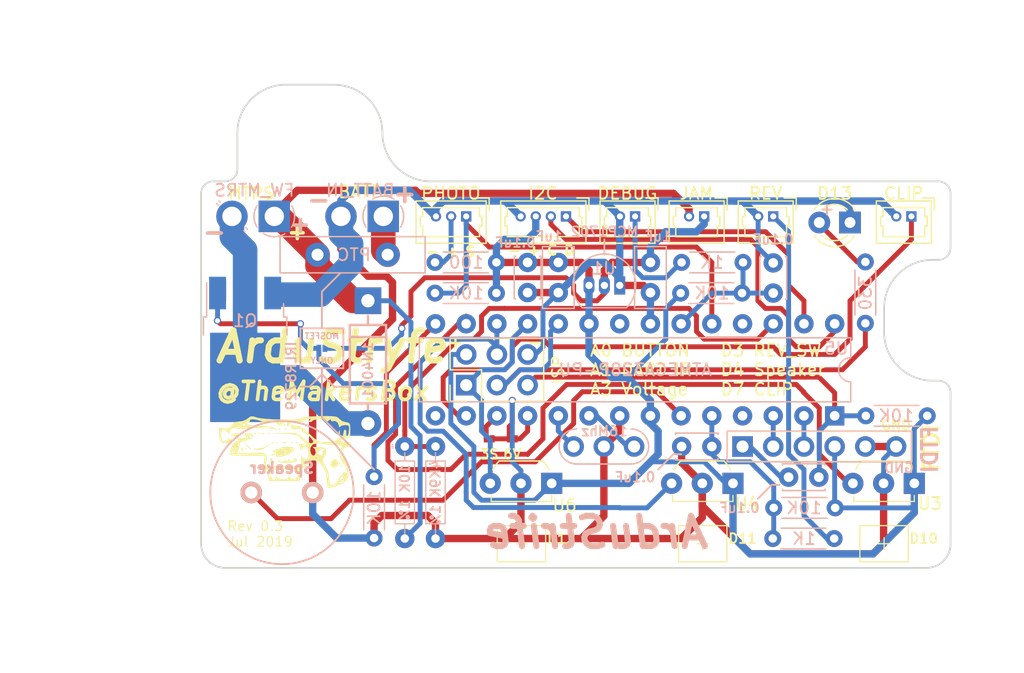
<source format=kicad_pcb>
(kicad_pcb (version 4) (host pcbnew 4.0.6)

  (general
    (links 90)
    (no_connects 0)
    (area 20.148001 70.555 105.073001 128.065001)
    (thickness 1.6)
    (drawings 90)
    (tracks 414)
    (zones 0)
    (modules 44)
    (nets 36)
  )

  (page A4)
  (title_block
    (date "lun. 30 mars 2015")
  )

  (layers
    (0 F.Cu signal)
    (31 B.Cu signal)
    (32 B.Adhes user)
    (33 F.Adhes user)
    (34 B.Paste user)
    (35 F.Paste user)
    (36 B.SilkS user)
    (37 F.SilkS user)
    (38 B.Mask user)
    (39 F.Mask user)
    (40 Dwgs.User user)
    (41 Cmts.User user)
    (42 Eco1.User user)
    (43 Eco2.User user)
    (44 Edge.Cuts user)
    (45 Margin user)
    (46 B.CrtYd user)
    (47 F.CrtYd user)
    (48 B.Fab user hide)
    (49 F.Fab user hide)
  )

  (setup
    (last_trace_width 0.25)
    (user_trace_width 0.254)
    (user_trace_width 0.3048)
    (user_trace_width 0.4064)
    (user_trace_width 0.508)
    (user_trace_width 0.6096)
    (user_trace_width 0.9144)
    (user_trace_width 1.2)
    (user_trace_width 2.032)
    (trace_clearance 0.2)
    (zone_clearance 0.508)
    (zone_45_only no)
    (trace_min 0.2)
    (segment_width 0.15)
    (edge_width 0.15)
    (via_size 0.6)
    (via_drill 0.4)
    (via_min_size 0.4)
    (via_min_drill 0.3)
    (uvia_size 0.3)
    (uvia_drill 0.1)
    (uvias_allowed no)
    (uvia_min_size 0.2)
    (uvia_min_drill 0.1)
    (pcb_text_width 0.3)
    (pcb_text_size 1.5 1.5)
    (mod_edge_width 0.15)
    (mod_text_size 1 1)
    (mod_text_width 0.15)
    (pad_size 2.6 2.6)
    (pad_drill 1.6)
    (pad_to_mask_clearance 0)
    (aux_axis_origin 110.998 126.365)
    (visible_elements 7FFFFFEF)
    (pcbplotparams
      (layerselection 0x010f0_80000001)
      (usegerberextensions true)
      (excludeedgelayer true)
      (linewidth 0.100000)
      (plotframeref false)
      (viasonmask false)
      (mode 1)
      (useauxorigin false)
      (hpglpennumber 1)
      (hpglpenspeed 20)
      (hpglpendiameter 15)
      (hpglpenoverlay 2)
      (psnegative false)
      (psa4output false)
      (plotreference true)
      (plotvalue true)
      (plotinvisibletext false)
      (padsonsilk false)
      (subtractmaskfromsilk false)
      (outputformat 1)
      (mirror false)
      (drillshape 0)
      (scaleselection 1)
      (outputdirectory gerbers/))
  )

  (net 0 "")
  (net 1 /Reset)
  (net 2 GND)
  (net 3 /A0)
  (net 4 /A1)
  (net 5 /A2)
  (net 6 /A3)
  (net 7 /AREF)
  (net 8 "/A4(SDA)")
  (net 9 "/A5(SCL)")
  (net 10 "/9(**)")
  (net 11 /8)
  (net 12 /7)
  (net 13 "/6(**)")
  (net 14 "/5(**)")
  (net 15 /4)
  (net 16 "/3(**)")
  (net 17 /2)
  (net 18 "/13(SCK)")
  (net 19 "/12(MISO)")
  (net 20 VCC)
  (net 21 "Net-(D2-Pad2)")
  (net 22 "Net-(U5-Pad9)")
  (net 23 "Net-(U5-Pad10)")
  (net 24 "/11(MOSI)")
  (net 25 "/10(SS)")
  (net 26 "/0(Rx)")
  (net 27 "/1(Tx)")
  (net 28 /#RTS)
  (net 29 "Net-(J6-Pad1)")
  (net 30 "Net-(J21-Pad1)")
  (net 31 "Net-(J8-Pad2)")
  (net 32 "Net-(F1-Pad2)")
  (net 33 /BATT)
  (net 34 "Net-(D1-Pad2)")
  (net 35 "Net-(C1-Pad1)")

  (net_class Default "This is the default net class."
    (clearance 0.2)
    (trace_width 0.25)
    (via_dia 0.6)
    (via_drill 0.4)
    (uvia_dia 0.3)
    (uvia_drill 0.1)
    (add_net /#RTS)
    (add_net "/0(Rx)")
    (add_net "/1(Tx)")
    (add_net "/10(SS)")
    (add_net "/11(MOSI)")
    (add_net "/12(MISO)")
    (add_net "/13(SCK)")
    (add_net /2)
    (add_net "/3(**)")
    (add_net /4)
    (add_net "/5(**)")
    (add_net "/6(**)")
    (add_net /7)
    (add_net /8)
    (add_net "/9(**)")
    (add_net /A0)
    (add_net /A1)
    (add_net /A2)
    (add_net /A3)
    (add_net "/A4(SDA)")
    (add_net "/A5(SCL)")
    (add_net /AREF)
    (add_net /BATT)
    (add_net /Reset)
    (add_net GND)
    (add_net "Net-(C1-Pad1)")
    (add_net "Net-(D1-Pad2)")
    (add_net "Net-(D2-Pad2)")
    (add_net "Net-(F1-Pad2)")
    (add_net "Net-(J21-Pad1)")
    (add_net "Net-(J6-Pad1)")
    (add_net "Net-(J8-Pad2)")
    (add_net "Net-(U5-Pad10)")
    (add_net "Net-(U5-Pad9)")
    (add_net VCC)
  )

  (module footprints:SPEAKER (layer B.Cu) (tedit 5D050A1D) (tstamp 5CF7F78A)
    (at 43.688 111.125 270)
    (descr "Switch inverseur")
    (tags "SWITCH DEV")
    (path /5CF98DB6)
    (fp_text reference LS1 (at 0 -5.08 270) (layer B.SilkS) hide
      (effects (font (size 1.016 1.016) (thickness 0.2032)) (justify mirror))
    )
    (fp_text value Speaker (at -2.032 0 360) (layer B.SilkS)
      (effects (font (size 0.889 0.889) (thickness 0.22225)) (justify mirror))
    )
    (fp_circle (center 0 0) (end -5.842 1.016) (layer B.SilkS) (width 0.15))
    (pad 2 thru_hole circle (at 0 -2.54 270) (size 1.778 1.778) (drill 1.016) (layers *.Cu *.Mask B.SilkS)
      (net 2 GND))
    (pad 1 thru_hole circle (at 0 2.54 270) (size 1.778 1.778) (drill 1.016) (layers *.Cu *.Mask B.SilkS)
      (net 15 /4))
  )

  (module Pin_Headers:Pin_Header_Straight_1x06_Pitch2.54mm (layer B.Cu) (tedit 5D3A488C) (tstamp 5CE766F8)
    (at 81.788 107.315 270)
    (descr "Through hole straight pin header, 1x06, 2.54mm pitch, single row")
    (tags "Through hole pin header THT 1x06 2.54mm single row")
    (path /5CE157C8)
    (fp_text reference J7 (at 0 2.33 270) (layer B.SilkS) hide
      (effects (font (size 1 1) (thickness 0.15)) (justify mirror))
    )
    (fp_text value FTDI (at 0.254 -15.494 270) (layer B.SilkS)
      (effects (font (size 1.25 1.25) (thickness 0.25)) (justify mirror))
    )
    (fp_line (start -1.25 1.25) (end 1.25 1.25) (layer F.SilkS) (width 0.12))
    (fp_line (start 1.25 1.25) (end 1.25 -14) (layer F.SilkS) (width 0.12))
    (fp_line (start 1.25 -14) (end -1.25 -14) (layer F.SilkS) (width 0.12))
    (fp_line (start -1.25 -14) (end -1.25 1.25) (layer F.SilkS) (width 0.12))
    (fp_line (start -1.27 1.27) (end 1.27 1.27) (layer B.SilkS) (width 0.12))
    (fp_line (start 1.27 1.27) (end 1.27 -13.97) (layer B.SilkS) (width 0.12))
    (fp_line (start 1.27 -13.97) (end -1.27 -13.97) (layer B.SilkS) (width 0.12))
    (fp_line (start -1.27 -13.97) (end -1.27 1.27) (layer B.SilkS) (width 0.12))
    (fp_line (start -0.635 1.27) (end 1.27 1.27) (layer B.Fab) (width 0.1))
    (fp_line (start 1.27 1.27) (end 1.27 -13.97) (layer B.Fab) (width 0.1))
    (fp_line (start 1.27 -13.97) (end -1.27 -13.97) (layer B.Fab) (width 0.1))
    (fp_line (start -1.27 -13.97) (end -1.27 0.635) (layer B.Fab) (width 0.1))
    (fp_line (start -1.27 0.635) (end -0.635 1.27) (layer B.Fab) (width 0.1))
    (fp_line (start -1.8 1.8) (end -1.8 -14.5) (layer B.CrtYd) (width 0.05))
    (fp_line (start -1.8 -14.5) (end 1.8 -14.5) (layer B.CrtYd) (width 0.05))
    (fp_line (start 1.8 -14.5) (end 1.8 1.8) (layer B.CrtYd) (width 0.05))
    (fp_line (start 1.8 1.8) (end -1.8 1.8) (layer B.CrtYd) (width 0.05))
    (fp_text user %R (at 0 -6.35 540) (layer B.Fab)
      (effects (font (size 1 1) (thickness 0.15)) (justify mirror))
    )
    (pad 1 thru_hole rect (at 0 0 270) (size 1.7 1.7) (drill 1) (layers *.Cu *.Mask)
      (net 28 /#RTS))
    (pad 2 thru_hole oval (at 0 -2.54 270) (size 1.7 1.7) (drill 1) (layers *.Cu *.Mask)
      (net 27 "/1(Tx)"))
    (pad 3 thru_hole oval (at 0 -5.08 270) (size 1.7 1.7) (drill 1) (layers *.Cu *.Mask)
      (net 26 "/0(Rx)"))
    (pad 4 thru_hole oval (at 0 -7.62 270) (size 1.7 1.7) (drill 1) (layers *.Cu *.Mask)
      (net 20 VCC))
    (pad 5 thru_hole oval (at 0 -10.16 270) (size 1.7 1.7) (drill 1) (layers *.Cu *.Mask)
      (net 2 GND))
    (pad 6 thru_hole oval (at 0 -12.7 270) (size 1.7 1.7) (drill 1) (layers *.Cu *.Mask)
      (net 2 GND))
    (model ${KISYS3DMOD}/Pin_Headers.3dshapes/Pin_Header_Straight_1x06_Pitch2.54mm.wrl
      (at (xyz 0 0 0))
      (scale (xyz 1 1 1))
      (rotate (xyz 0 0 0))
    )
  )

  (module JMP (layer F.Cu) (tedit 5D3A3FC2) (tstamp 5D2CBC83)
    (at 62.738 106.68 180)
    (descr "Resistor SMD 0402, reflow soldering, Vishay (see dcrcw.pdf)")
    (tags "resistor 0402")
    (path /5D2CBFF9)
    (attr smd)
    (fp_text reference JP1 (at 0 -1.2 180) (layer F.SilkS) hide
      (effects (font (size 1 1) (thickness 0.15)))
    )
    (fp_text value 6V (at 0 -1.27 180) (layer F.SilkS)
      (effects (font (size 0.8 0.8) (thickness 0.15)))
    )
    (fp_text user %R (at 0 -1.2 180) (layer F.Fab)
      (effects (font (size 1 1) (thickness 0.15)))
    )
    (fp_line (start -0.5 0.25) (end -0.5 -0.25) (layer F.Fab) (width 0.1))
    (fp_line (start 0.5 0.25) (end -0.5 0.25) (layer F.Fab) (width 0.1))
    (fp_line (start 0.5 -0.25) (end 0.5 0.25) (layer F.Fab) (width 0.1))
    (fp_line (start -0.5 -0.25) (end 0.5 -0.25) (layer F.Fab) (width 0.1))
    (fp_line (start -0.8 -0.45) (end 0.8 -0.45) (layer F.CrtYd) (width 0.05))
    (fp_line (start -0.8 -0.45) (end -0.8 0.45) (layer F.CrtYd) (width 0.05))
    (fp_line (start 0.8 0.45) (end 0.8 -0.45) (layer F.CrtYd) (width 0.05))
    (fp_line (start 0.8 0.45) (end -0.8 0.45) (layer F.CrtYd) (width 0.05))
    (pad 1 smd rect (at -0.25 0 180) (size 0.4 0.6) (layers F.Cu F.Paste F.Mask)
      (net 14 "/5(**)"))
    (pad 2 smd rect (at 0.25 0 180) (size 0.4 0.6) (layers F.Cu F.Paste F.Mask)
      (net 2 GND))
    (model ${KISYS3DMOD}/Resistors_SMD.3dshapes/R_0402.wrl
      (at (xyz 0 0 0))
      (scale (xyz 1 1 1))
      (rotate (xyz 0 0 0))
    )
  )

  (module footprints:LED_D3.0mm (layer F.Cu) (tedit 5D3A1A11) (tstamp 5CE766C5)
    (at 90.678 88.773 180)
    (descr "LED, diameter 3.0mm, 2 pins")
    (tags "LED diameter 3.0mm 2 pins")
    (path /5BB7BB61)
    (fp_text reference D2 (at 1.27 -1.27 180) (layer F.Fab)
      (effects (font (size 1 1) (thickness 0.15)))
    )
    (fp_text value D13 (at 1.27 2.413 180) (layer F.SilkS)
      (effects (font (size 1 1) (thickness 0.15)))
    )
    (fp_text user + (at 1.905 1.143 180) (layer B.SilkS)
      (effects (font (size 1 1) (thickness 0.15)) (justify mirror))
    )
    (fp_text user + (at 1.905 1.143 180) (layer F.SilkS)
      (effects (font (size 1 1) (thickness 0.15)))
    )
    (fp_arc (start 1.27 0) (end -0.23 -1.16619) (angle 284.3) (layer F.Fab) (width 0.1))
    (fp_arc (start 1.27 0) (end -0.29 -1.235516) (angle 108.8) (layer F.SilkS) (width 0.12))
    (fp_arc (start 1.27 0) (end -0.29 1.235516) (angle -108.8) (layer F.SilkS) (width 0.12))
    (fp_arc (start 1.27 0) (end 0.229039 -1.08) (angle 87.9) (layer F.SilkS) (width 0.12))
    (fp_arc (start 1.27 0) (end 0.229039 1.08) (angle -87.9) (layer F.SilkS) (width 0.12))
    (fp_circle (center 1.27 0) (end 2.77 0) (layer F.Fab) (width 0.1))
    (fp_line (start -0.23 -1.16619) (end -0.23 1.16619) (layer F.Fab) (width 0.1))
    (fp_line (start -0.29 -1.236) (end -0.29 -1.08) (layer F.SilkS) (width 0.12))
    (fp_line (start -0.29 1.08) (end -0.29 1.236) (layer F.SilkS) (width 0.12))
    (fp_line (start -1.15 -2.25) (end -1.15 2.25) (layer F.CrtYd) (width 0.05))
    (fp_line (start -1.15 2.25) (end 3.7 2.25) (layer F.CrtYd) (width 0.05))
    (fp_line (start 3.7 2.25) (end 3.7 -2.25) (layer F.CrtYd) (width 0.05))
    (fp_line (start 3.7 -2.25) (end -1.15 -2.25) (layer F.CrtYd) (width 0.05))
    (pad 1 thru_hole rect (at 0 0 180) (size 1.8 1.8) (drill 0.9) (layers *.Cu *.Mask)
      (net 2 GND))
    (pad 2 thru_hole circle (at 2.54 0 180) (size 1.8 1.8) (drill 0.9) (layers *.Cu *.Mask)
      (net 21 "Net-(D2-Pad2)"))
    (model ${KISYS3DMOD}/LEDs.3dshapes/LED_D3.0mm.wrl
      (at (xyz 0 0 0))
      (scale (xyz 0.393701 0.393701 0.393701))
      (rotate (xyz 0 0 0))
    )
  )

  (module Wire_Pads:SolderWirePad_single_2-5mmDrill (layer F.Cu) (tedit 5D019315) (tstamp 5D019310)
    (at 87.998 92.365)
    (path /5CE78195)
    (fp_text reference J14 (at 0.052 -0.192) (layer F.SilkS) hide
      (effects (font (size 1 1) (thickness 0.15)))
    )
    (fp_text value NPTH (at 0 -0.254) (layer F.Fab)
      (effects (font (size 1 1) (thickness 0.15)))
    )
    (pad "" np_thru_hole circle (at 0 0) (size 3 3) (drill 3) (layers *.Cu *.Mask))
  )

  (module footprints:Hall_Sensor (layer F.Cu) (tedit 5D111A4F) (tstamp 5CE76795)
    (at 95.998 110.365 180)
    (descr "TO-92 leads in-line, wide, drill 0.8mm (see NXP sot054_po.pdf)")
    (tags "to-92 sc-43 sc-43a sot54 PA33 transistor")
    (path /5CE1F6F9)
    (fp_text reference U3 (at -1.284 -1.681 360) (layer F.SilkS)
      (effects (font (size 1 1) (thickness 0.15)))
    )
    (fp_text value "HALL SENSOR" (at 6.477 -0.381 450) (layer F.SilkS) hide
      (effects (font (size 1 1) (thickness 0.15)))
    )
    (fp_line (start 0.5 -6.5) (end 4.5 -6.5) (layer F.SilkS) (width 0.1))
    (fp_line (start 4.5 -6.5) (end 4.5 -3.5) (layer F.SilkS) (width 0.1))
    (fp_line (start 4.5 -3.5) (end 0.5 -3.5) (layer F.SilkS) (width 0.1))
    (fp_line (start 0.5 -3.5) (end 0.5 -6.5) (layer F.SilkS) (width 0.1))
    (fp_line (start 2.5 -5.5) (end 2.5 -4.5) (layer F.SilkS) (width 0.1))
    (fp_line (start 2 -5) (end 3 -5) (layer F.SilkS) (width 0.1))
    (fp_line (start 0 -1) (end 0 -1.5) (layer F.SilkS) (width 0.1))
    (fp_line (start 0 -1.5) (end 5 -1.5) (layer F.SilkS) (width 0.1))
    (fp_line (start 5 -1.5) (end 5 -1) (layer F.SilkS) (width 0.1))
    (fp_text user %R (at 6.82 -1.125 360) (layer F.Fab)
      (effects (font (size 1 1) (thickness 0.15)))
    )
    (fp_line (start 0.74 1.85) (end 4.34 1.85) (layer F.SilkS) (width 0.12))
    (fp_line (start 0.8 1.75) (end 4.3 1.75) (layer F.Fab) (width 0.1))
    (fp_line (start -1.01 -2.73) (end 6.09 -2.73) (layer F.CrtYd) (width 0.05))
    (fp_line (start -1.01 -2.73) (end -1.01 2.01) (layer F.CrtYd) (width 0.05))
    (fp_line (start 6.09 2.01) (end 6.09 -2.73) (layer F.CrtYd) (width 0.05))
    (fp_line (start 6.09 2.01) (end -1.01 2.01) (layer F.CrtYd) (width 0.05))
    (fp_arc (start 2.54 0) (end 0.74 1.85) (angle 20) (layer F.SilkS) (width 0.12))
    (fp_arc (start 2.54 0) (end 4.34 1.85) (angle -20) (layer F.SilkS) (width 0.12))
    (pad 3 thru_hole circle (at 5.08 0 270) (size 1.75 1.75) (drill 0.8) (layers *.Cu *.Mask)
      (net 25 "/10(SS)"))
    (pad 2 thru_hole circle (at 2.54 0 270) (size 1.75 1.75) (drill 0.8) (layers *.Cu *.Mask)
      (net 2 GND))
    (pad 1 thru_hole rect (at 0 0 270) (size 1.75 1.75) (drill 0.8) (layers *.Cu *.Mask)
      (net 20 VCC))
    (model ${KISYS3DMOD}/TO_SOT_Packages_THT.3dshapes/TO-92_Inline_Wide.wrl
      (at (xyz 0.1 0 0))
      (scale (xyz 1 1 1))
      (rotate (xyz 0 0 -90))
    )
  )

  (module footprints:Fuse_Littelfuse-LVR125 (layer B.Cu) (tedit 5D125270) (tstamp 5D001DA3)
    (at 49.53 91.44)
    (descr "Littelfuse, resettable fuse, PTC, polyswitch LVR125, Ih 1.25A, http://www.littelfuse.com/~/media/electronics/datasheets/resettable_ptcs/littelfuse_ptc_lvr_catalog_datasheet.pdf.pdf")
    (tags "LVR125 PTC resettable polyswitch ")
    (path /5CFFD544)
    (fp_text reference F1 (at 5.715 0) (layer B.SilkS) hide
      (effects (font (size 1 1) (thickness 0.15)) (justify mirror))
    )
    (fp_text value PTC (at 0.127 0) (layer B.SilkS)
      (effects (font (size 1 1) (thickness 0.15)) (justify mirror))
    )
    (fp_line (start -6 -1.5) (end 6 -1.5) (layer B.SilkS) (width 0.12))
    (fp_line (start 6 1.5) (end -6 1.5) (layer B.SilkS) (width 0.12))
    (fp_line (start -6 -1.5) (end -6 1.5) (layer B.SilkS) (width 0.12))
    (fp_line (start 6 1.5) (end 6 -1.5) (layer B.SilkS) (width 0.12))
    (fp_text user %R (at -5 0) (layer B.Fab)
      (effects (font (size 1 1) (thickness 0.15)) (justify mirror))
    )
    (pad 1 thru_hole circle (at -2.9 0) (size 2 2) (drill 1) (layers *.Cu *.Mask)
      (net 33 /BATT))
    (pad 2 thru_hole circle (at 2.9 0) (size 2 2) (drill 1) (layers *.Cu *.Mask)
      (net 32 "Net-(F1-Pad2)"))
    (model ${KISYS3DMOD}/Fuse_Holders_and_Fuses.3dshapes/Fuse_Littelfuse-LVR125.wrl
      (at (xyz 0 0 0))
      (scale (xyz 1 1 1))
      (rotate (xyz 0 0 0))
    )
  )

  (module Wire_Pads:SolderWirePad_single_2-5mmDrill (layer F.Cu) (tedit 5D019313) (tstamp 5D019308)
    (at 46.998 82.365)
    (path /5CE78195)
    (fp_text reference J14 (at 0.052 -0.192) (layer F.SilkS) hide
      (effects (font (size 1 1) (thickness 0.15)))
    )
    (fp_text value NPTH (at 0 -0.254) (layer F.Fab)
      (effects (font (size 1 1) (thickness 0.15)))
    )
    (pad "" np_thru_hole circle (at 0 0) (size 3 3) (drill 3) (layers *.Cu *.Mask))
  )

  (module footprints:DIP-28_W7.62mm (layer B.Cu) (tedit 5D3A38B8) (tstamp 5BB69B80)
    (at 89.408 104.775 90)
    (descr "28-lead though-hole mounted DIP package, row spacing 7.62 mm (300 mils)")
    (tags "THT DIP DIL PDIP 2.54mm 7.62mm 300mil")
    (path /5BB5CB12)
    (fp_text reference U5 (at 5.588 0.127 360) (layer B.SilkS)
      (effects (font (size 1 1) (thickness 0.15)) (justify mirror))
    )
    (fp_text value ATMEGA328P-PU (at 3.81 -16.51 360) (layer B.SilkS)
      (effects (font (size 1 1) (thickness 0.15)) (justify mirror))
    )
    (fp_arc (start 3.81 1.33) (end 2.81 1.33) (angle 180) (layer B.SilkS) (width 0.12))
    (fp_line (start 1.635 1.27) (end 6.985 1.27) (layer B.Fab) (width 0.1))
    (fp_line (start 6.985 1.27) (end 6.985 -34.29) (layer B.Fab) (width 0.1))
    (fp_line (start 6.985 -34.29) (end 0.635 -34.29) (layer B.Fab) (width 0.1))
    (fp_line (start 0.635 -34.29) (end 0.635 0.27) (layer B.Fab) (width 0.1))
    (fp_line (start 0.635 0.27) (end 1.635 1.27) (layer B.Fab) (width 0.1))
    (fp_line (start 2.81 1.33) (end 1.16 1.33) (layer B.SilkS) (width 0.12))
    (fp_line (start 1.16 1.33) (end 1.16 -34.35) (layer B.SilkS) (width 0.12))
    (fp_line (start 1.16 -34.35) (end 6.46 -34.35) (layer B.SilkS) (width 0.12))
    (fp_line (start 6.46 -34.35) (end 6.46 1.33) (layer B.SilkS) (width 0.12))
    (fp_line (start 6.46 1.33) (end 4.81 1.33) (layer B.SilkS) (width 0.12))
    (fp_line (start -1.1 1.55) (end -1.1 -34.55) (layer B.CrtYd) (width 0.05))
    (fp_line (start -1.1 -34.55) (end 8.7 -34.55) (layer B.CrtYd) (width 0.05))
    (fp_line (start 8.7 -34.55) (end 8.7 1.55) (layer B.CrtYd) (width 0.05))
    (fp_line (start 8.7 1.55) (end -1.1 1.55) (layer B.CrtYd) (width 0.05))
    (fp_text user %R (at 3.81 -16.51 90) (layer B.Fab)
      (effects (font (size 1 1) (thickness 0.15)) (justify mirror))
    )
    (pad 1 thru_hole rect (at 0 0 90) (size 1.6 1.6) (drill 0.8) (layers *.Cu *.Mask)
      (net 1 /Reset))
    (pad 15 thru_hole oval (at 7.62 -33.02 90) (size 1.6 1.6) (drill 0.8) (layers *.Cu *.Mask)
      (net 10 "/9(**)"))
    (pad 2 thru_hole oval (at 0 -2.54 90) (size 1.6 1.6) (drill 0.8) (layers *.Cu *.Mask)
      (net 26 "/0(Rx)"))
    (pad 16 thru_hole oval (at 7.62 -30.48 90) (size 1.6 1.6) (drill 0.8) (layers *.Cu *.Mask)
      (net 25 "/10(SS)"))
    (pad 3 thru_hole oval (at 0 -5.08 90) (size 1.6 1.6) (drill 0.8) (layers *.Cu *.Mask)
      (net 27 "/1(Tx)"))
    (pad 17 thru_hole oval (at 7.62 -27.94 90) (size 1.6 1.6) (drill 0.8) (layers *.Cu *.Mask)
      (net 24 "/11(MOSI)"))
    (pad 4 thru_hole oval (at 0 -7.62 90) (size 1.6 1.6) (drill 0.8) (layers *.Cu *.Mask)
      (net 17 /2))
    (pad 18 thru_hole oval (at 7.62 -25.4 90) (size 1.6 1.6) (drill 0.8) (layers *.Cu *.Mask)
      (net 19 "/12(MISO)"))
    (pad 5 thru_hole oval (at 0 -10.16 90) (size 1.6 1.6) (drill 0.8) (layers *.Cu *.Mask)
      (net 16 "/3(**)"))
    (pad 19 thru_hole oval (at 7.62 -22.86 90) (size 1.6 1.6) (drill 0.8) (layers *.Cu *.Mask)
      (net 18 "/13(SCK)"))
    (pad 6 thru_hole oval (at 0 -12.7 90) (size 1.6 1.6) (drill 0.8) (layers *.Cu *.Mask)
      (net 15 /4))
    (pad 20 thru_hole oval (at 7.62 -20.32 90) (size 1.6 1.6) (drill 0.8) (layers *.Cu *.Mask)
      (net 20 VCC))
    (pad 7 thru_hole oval (at 0 -15.24 90) (size 1.6 1.6) (drill 0.8) (layers *.Cu *.Mask)
      (net 20 VCC))
    (pad 21 thru_hole oval (at 7.62 -17.78 90) (size 1.6 1.6) (drill 0.8) (layers *.Cu *.Mask)
      (net 7 /AREF))
    (pad 8 thru_hole oval (at 0 -17.78 90) (size 1.6 1.6) (drill 0.8) (layers *.Cu *.Mask)
      (net 2 GND))
    (pad 22 thru_hole oval (at 7.62 -15.24 90) (size 1.6 1.6) (drill 0.8) (layers *.Cu *.Mask)
      (net 2 GND))
    (pad 9 thru_hole oval (at 0 -20.32 90) (size 1.6 1.6) (drill 0.8) (layers *.Cu *.Mask)
      (net 22 "Net-(U5-Pad9)"))
    (pad 23 thru_hole oval (at 7.62 -12.7 90) (size 1.6 1.6) (drill 0.8) (layers *.Cu *.Mask)
      (net 3 /A0))
    (pad 10 thru_hole oval (at 0 -22.86 90) (size 1.6 1.6) (drill 0.8) (layers *.Cu *.Mask)
      (net 23 "Net-(U5-Pad10)"))
    (pad 24 thru_hole oval (at 7.62 -10.16 90) (size 1.6 1.6) (drill 0.8) (layers *.Cu *.Mask)
      (net 4 /A1))
    (pad 11 thru_hole oval (at 0 -25.4 90) (size 1.6 1.6) (drill 0.8) (layers *.Cu *.Mask)
      (net 14 "/5(**)"))
    (pad 25 thru_hole oval (at 7.62 -7.62 90) (size 1.6 1.6) (drill 0.8) (layers *.Cu *.Mask)
      (net 5 /A2))
    (pad 12 thru_hole oval (at 0 -27.94 90) (size 1.6 1.6) (drill 0.8) (layers *.Cu *.Mask)
      (net 13 "/6(**)"))
    (pad 26 thru_hole oval (at 7.62 -5.08 90) (size 1.6 1.6) (drill 0.8) (layers *.Cu *.Mask)
      (net 6 /A3))
    (pad 13 thru_hole oval (at 0 -30.48 90) (size 1.6 1.6) (drill 0.8) (layers *.Cu *.Mask)
      (net 12 /7))
    (pad 27 thru_hole oval (at 7.62 -2.54 90) (size 1.6 1.6) (drill 0.8) (layers *.Cu *.Mask)
      (net 8 "/A4(SDA)"))
    (pad 14 thru_hole oval (at 0 -33.02 90) (size 1.6 1.6) (drill 0.8) (layers *.Cu *.Mask)
      (net 11 /8))
    (pad 28 thru_hole oval (at 7.62 0 90) (size 1.6 1.6) (drill 0.8) (layers *.Cu *.Mask)
      (net 9 "/A5(SCL)"))
    (model ${KISYS3DMOD}/Housings_DIP.3dshapes/DIP-28_W7.62mm.wrl
      (at (xyz 0 0 0))
      (scale (xyz 1 1 1))
      (rotate (xyz 0 0 0))
    )
  )

  (module footprints:TerminalBlock_P3.50mm_Horizontal (layer B.Cu) (tedit 5D3B8969) (tstamp 5CFEEB59)
    (at 52.07 88.265 180)
    (descr "Terminal Block Phoenix PT-1,5-2-3.5-H, 2 pins, pitch 3.5mm, size 7x7.6mm^2, drill diamater 1.2mm, pad diameter 2.4mm, see , script-generated using https://github.com/pointhi/kicad-footprint-generator/scripts/TerminalBlock_Phoenix")
    (tags "THT Terminal Block Phoenix PT-1,5-2-3.5-H pitch 3.5mm size 7x7.6mm^2 drill 1.2mm pad 2.4mm")
    (path /5CE59139)
    (fp_text reference J2 (at 2 -2 180) (layer B.SilkS) hide
      (effects (font (size 1 1) (thickness 0.15)) (justify mirror))
    )
    (fp_text value BATT_IN (at 1.905 2.159 360) (layer B.SilkS)
      (effects (font (size 1 1) (thickness 0.15)) (justify mirror))
    )
    (fp_arc (start 0 0) (end 1.425 -0.891) (angle 64) (layer B.SilkS) (width 0.12))
    (fp_arc (start 0 0) (end 0.866 1.44) (angle 63) (layer B.SilkS) (width 0.12))
    (fp_arc (start 0 0) (end -1.44 0.866) (angle 63) (layer B.SilkS) (width 0.12))
    (fp_circle (center 0 0) (end 1.5 0) (layer B.Fab) (width 0.1))
    (fp_circle (center 3.5 0) (end 5 0) (layer B.Fab) (width 0.1))
    (fp_line (start -1.75 3.1) (end 5.25 3.1) (layer B.Fab) (width 0.1))
    (fp_line (start 5.25 3.1) (end 5.25 -4.5) (layer B.Fab) (width 0.1))
    (fp_line (start 5.25 -4.5) (end -1.35 -4.5) (layer B.Fab) (width 0.1))
    (fp_line (start -1.35 -4.5) (end -1.75 -4.1) (layer B.Fab) (width 0.1))
    (fp_line (start -1.75 -4.1) (end -1.75 3.1) (layer B.Fab) (width 0.1))
    (fp_line (start -1.75 -4.1) (end 5.25 -4.1) (layer B.Fab) (width 0.1))
    (fp_line (start -1.75 -3) (end 5.25 -3) (layer B.Fab) (width 0.1))
    (fp_line (start 1.138 0.955) (end -0.955 -1.138) (layer B.Fab) (width 0.1))
    (fp_line (start 0.955 1.138) (end -1.138 -0.955) (layer B.Fab) (width 0.1))
    (fp_line (start 4.638 0.955) (end 2.546 -1.138) (layer B.Fab) (width 0.1))
    (fp_line (start 4.455 1.138) (end 2.363 -0.955) (layer B.Fab) (width 0.1))
    (fp_line (start -2.25 3.6) (end -2.25 -5) (layer B.CrtYd) (width 0.05))
    (fp_line (start -2.25 -5) (end 5.75 -5) (layer B.CrtYd) (width 0.05))
    (fp_line (start 5.75 -5) (end 5.75 3.6) (layer B.CrtYd) (width 0.05))
    (fp_line (start 5.75 3.6) (end -2.25 3.6) (layer B.CrtYd) (width 0.05))
    (fp_text user %R (at 2 -2 180) (layer B.Fab)
      (effects (font (size 1 1) (thickness 0.15)) (justify mirror))
    )
    (pad 1 thru_hole rect (at 0 0 180) (size 2.6 2.6) (drill 1.6) (layers *.Cu *.Mask)
      (net 32 "Net-(F1-Pad2)"))
    (pad 2 thru_hole circle (at 3.5 0 180) (size 2.6 2.6) (drill 1.6) (layers *.Cu *.Mask)
      (net 2 GND))
    (model ${KISYS3DMOD}/TerminalBlock_Phoenix.3dshapes/TerminalBlock_Phoenix_PT-1,5-2-3.5-H_1x02_P3.50mm_Horizontal.wrl
      (at (xyz 0 0 0))
      (scale (xyz 1 1 1))
      (rotate (xyz 0 0 0))
    )
  )

  (module footprints:TerminalBlock_P3.50mm_Horizontal (layer B.Cu) (tedit 5D3B8AA2) (tstamp 5CFEEB6E)
    (at 43.053 88.265 180)
    (descr "Terminal Block Phoenix PT-1,5-2-3.5-H, 2 pins, pitch 3.5mm, size 7x7.6mm^2, drill diamater 1.2mm, pad diameter 2.4mm, see , script-generated using https://github.com/pointhi/kicad-footprint-generator/scripts/TerminalBlock_Phoenix")
    (tags "THT Terminal Block Phoenix PT-1,5-2-3.5-H pitch 3.5mm size 7x7.6mm^2 drill 1.2mm pad 2.4mm")
    (path /5CE592FA)
    (fp_text reference J9 (at 2 -2 180) (layer B.SilkS) hide
      (effects (font (size 1 1) (thickness 0.15)) (justify mirror))
    )
    (fp_text value FW_MTRS (at 1.651 2.159 360) (layer B.SilkS)
      (effects (font (size 1 1) (thickness 0.15)) (justify mirror))
    )
    (fp_arc (start 0 0) (end 0 -1.68) (angle 32) (layer B.SilkS) (width 0.12))
    (fp_arc (start 0 0) (end 1.425 -0.891) (angle 64) (layer B.SilkS) (width 0.12))
    (fp_arc (start 0 0) (end -1.44 0.866) (angle 63) (layer B.SilkS) (width 0.12))
    (fp_arc (start 0 0) (end -0.866 -1.44) (angle 32) (layer B.SilkS) (width 0.12))
    (fp_circle (center 0 0) (end 1.5 0) (layer B.Fab) (width 0.1))
    (fp_circle (center 3.5 0) (end 5 0) (layer B.Fab) (width 0.1))
    (fp_line (start -1.75 3.1) (end 5.25 3.1) (layer B.Fab) (width 0.1))
    (fp_line (start 5.25 3.1) (end 5.25 -4.5) (layer B.Fab) (width 0.1))
    (fp_line (start 5.25 -4.5) (end -1.35 -4.5) (layer B.Fab) (width 0.1))
    (fp_line (start -1.35 -4.5) (end -1.75 -4.1) (layer B.Fab) (width 0.1))
    (fp_line (start -1.75 -4.1) (end -1.75 3.1) (layer B.Fab) (width 0.1))
    (fp_line (start -1.75 -4.1) (end 5.25 -4.1) (layer B.Fab) (width 0.1))
    (fp_line (start -1.75 -3) (end 5.25 -3) (layer B.Fab) (width 0.1))
    (fp_line (start 1.138 0.955) (end -0.955 -1.138) (layer B.Fab) (width 0.1))
    (fp_line (start 0.955 1.138) (end -1.138 -0.955) (layer B.Fab) (width 0.1))
    (fp_line (start 4.638 0.955) (end 2.546 -1.138) (layer B.Fab) (width 0.1))
    (fp_line (start 4.455 1.138) (end 2.363 -0.955) (layer B.Fab) (width 0.1))
    (fp_line (start 4.775 1.069) (end 4.646 0.941) (layer B.SilkS) (width 0.12))
    (fp_line (start 2.525 -1.181) (end 2.431 -1.274) (layer B.SilkS) (width 0.12))
    (fp_line (start 4.57 1.275) (end 4.476 1.181) (layer B.SilkS) (width 0.12))
    (fp_line (start 2.355 -0.941) (end 2.226 -1.069) (layer B.SilkS) (width 0.12))
    (fp_line (start -2.25 3.6) (end -2.25 -5) (layer B.CrtYd) (width 0.05))
    (fp_line (start -2.25 -5) (end 5.75 -5) (layer B.CrtYd) (width 0.05))
    (fp_line (start 5.75 -5) (end 5.75 3.6) (layer B.CrtYd) (width 0.05))
    (fp_line (start 5.75 3.6) (end -2.25 3.6) (layer B.CrtYd) (width 0.05))
    (fp_text user %R (at 2 -2 180) (layer B.Fab)
      (effects (font (size 1 1) (thickness 0.15)) (justify mirror))
    )
    (pad 1 thru_hole rect (at 0 0 180) (size 2.6 2.6) (drill 1.6) (layers *.Cu *.Mask)
      (net 33 /BATT))
    (pad 2 thru_hole circle (at 3.5 0 180) (size 2.6 2.6) (drill 1.6) (layers *.Cu *.Mask)
      (net 34 "Net-(D1-Pad2)"))
    (model ${KISYS3DMOD}/TerminalBlock_Phoenix.3dshapes/TerminalBlock_Phoenix_PT-1,5-2-3.5-H_1x02_P3.50mm_Horizontal.wrl
      (at (xyz 0 0 0))
      (scale (xyz 1 1 1))
      (rotate (xyz 0 0 0))
    )
  )

  (module footprints:Resonator-3pin_w7.0mm_h2.5mm (layer B.Cu) (tedit 5D02B93C) (tstamp 5BB69BAF)
    (at 67.818 107.315)
    (descr "Ceramic Resomator/Filter 7.0x2.5mm^2, length*width=7.0x2.5mm^2 package, package length=7.0mm, package width=2.5mm, 3 pins")
    (tags "THT ceramic resonator filter")
    (path /5BB6F476)
    (fp_text reference Y1 (at -1.27 -1.651) (layer B.SilkS) hide
      (effects (font (size 1 1) (thickness 0.15)) (justify mirror))
    )
    (fp_text value 16Mhz (at 2.54 -1.27) (layer B.SilkS)
      (effects (font (size 0.8 0.8) (thickness 0.15)) (justify mirror))
    )
    (fp_text user %R (at 2.5 0) (layer B.Fab)
      (effects (font (size 1 1) (thickness 0.15)) (justify mirror))
    )
    (fp_line (start 0.25 1.25) (end 4.75 1.25) (layer B.Fab) (width 0.1))
    (fp_line (start 0.25 -1.25) (end 4.75 -1.25) (layer B.Fab) (width 0.1))
    (fp_line (start 0.25 1.25) (end 4.75 1.25) (layer B.Fab) (width 0.1))
    (fp_line (start 0.25 -1.25) (end 4.75 -1.25) (layer B.Fab) (width 0.1))
    (fp_line (start 0.25 1.45) (end 4.75 1.45) (layer B.SilkS) (width 0.12))
    (fp_line (start -1.5 1.7) (end -1.5 -1.7) (layer B.CrtYd) (width 0.05))
    (fp_line (start -1.5 -1.7) (end 6.5 -1.7) (layer B.CrtYd) (width 0.05))
    (fp_line (start 6.5 -1.7) (end 6.5 1.7) (layer B.CrtYd) (width 0.05))
    (fp_line (start 6.5 1.7) (end -1.5 1.7) (layer B.CrtYd) (width 0.05))
    (fp_arc (start 0.25 0) (end 0.25 1.25) (angle 180) (layer B.Fab) (width 0.1))
    (fp_arc (start 4.75 0) (end 4.75 1.25) (angle -180) (layer B.Fab) (width 0.1))
    (fp_arc (start 0.25 0) (end 0.25 1.25) (angle 180) (layer B.Fab) (width 0.1))
    (fp_arc (start 4.75 0) (end 4.75 1.25) (angle -180) (layer B.Fab) (width 0.1))
    (fp_arc (start 0.25 0) (end 0.25 1.45) (angle 180) (layer B.SilkS) (width 0.12))
    (fp_arc (start 4.75 0) (end 4.75 1.45) (angle -180) (layer B.SilkS) (width 0.12))
    (pad 1 thru_hole circle (at 0 0) (size 1.7 1.7) (drill 1) (layers *.Cu *.Mask)
      (net 23 "Net-(U5-Pad10)"))
    (pad 2 thru_hole circle (at 2.5 0) (size 1.7 1.7) (drill 1) (layers *.Cu *.Mask)
      (net 2 GND))
    (pad 3 thru_hole circle (at 5 0) (size 1.7 1.7) (drill 1) (layers *.Cu *.Mask)
      (net 22 "Net-(U5-Pad9)"))
    (model ${KISYS3DMOD}/Crystals.3dshapes/Resonator-3pin_w7.0mm_h2.5mm.wrl
      (at (xyz 0 0 0))
      (scale (xyz 0.393701 0.393701 0.393701))
      (rotate (xyz 0 0 0))
    )
  )

  (module footprints:R__P5.08mm (layer B.Cu) (tedit 5CE6B6CD) (tstamp 5CDF7E55)
    (at 86.868 112.395)
    (descr "Resistor, Axial_DIN0204 series, Axial, Horizontal, pin pitch=5.08mm, 0.16666666666666666W = 1/6W, length*diameter=3.6*1.6mm^2, http://cdn-reichelt.de/documents/datenblatt/B400/1_4W%23YAG.pdf")
    (tags "Resistor Axial_DIN0204 series Axial Horizontal pin pitch 5.08mm 0.16666666666666666W = 1/6W length 3.6mm diameter 1.6mm")
    (path /5CE1198B)
    (fp_text reference R6 (at 0 0) (layer B.SilkS) hide
      (effects (font (size 1 1) (thickness 0.15)) (justify mirror))
    )
    (fp_text value 10K (at 0 0) (layer B.SilkS)
      (effects (font (size 1 1) (thickness 0.15)) (justify mirror))
    )
    (fp_line (start -1.76 0.8) (end -1.76 -0.8) (layer B.Fab) (width 0.1))
    (fp_line (start -1.76 -0.8) (end 1.84 -0.8) (layer B.Fab) (width 0.1))
    (fp_line (start 1.84 -0.8) (end 1.84 0.8) (layer B.Fab) (width 0.1))
    (fp_line (start 1.84 0.8) (end -1.76 0.8) (layer B.Fab) (width 0.1))
    (fp_line (start -2.5 0) (end -1.76 0) (layer B.Fab) (width 0.1))
    (fp_line (start 2.58 0) (end 1.84 0) (layer B.Fab) (width 0.1))
    (fp_line (start -1.82 0.86) (end 1.9 0.86) (layer B.SilkS) (width 0.12))
    (fp_line (start -1.82 -0.86) (end 1.9 -0.86) (layer B.SilkS) (width 0.12))
    (fp_line (start -3.45 1.15) (end -3.45 -1.15) (layer B.CrtYd) (width 0.05))
    (fp_line (start -3.45 -1.15) (end 3.55 -1.15) (layer B.CrtYd) (width 0.05))
    (fp_line (start 3.55 -1.15) (end 3.55 1.15) (layer B.CrtYd) (width 0.05))
    (fp_line (start 3.55 1.15) (end -3.45 1.15) (layer B.CrtYd) (width 0.05))
    (pad 1 thru_hole circle (at -2.5 0) (size 1.4 1.4) (drill 0.7) (layers *.Cu *.Mask)
      (net 16 "/3(**)"))
    (pad 2 thru_hole oval (at 2.58 0) (size 1.4 1.4) (drill 0.7) (layers *.Cu *.Mask)
      (net 20 VCC))
    (model ${KISYS3DMOD}/Resistors_THT.3dshapes/R_Axial_DIN0204_L3.6mm_D1.6mm_P5.08mm_Horizontal.wrl
      (at (xyz 0 0 0))
      (scale (xyz 0.393701 0.393701 0.393701))
      (rotate (xyz 0 0 0))
    )
  )

  (module footprints:R__P5.08mm (layer B.Cu) (tedit 5CE6B6CD) (tstamp 5CDF7E5B)
    (at 86.868 114.935 180)
    (descr "Resistor, Axial_DIN0204 series, Axial, Horizontal, pin pitch=5.08mm, 0.16666666666666666W = 1/6W, length*diameter=3.6*1.6mm^2, http://cdn-reichelt.de/documents/datenblatt/B400/1_4W%23YAG.pdf")
    (tags "Resistor Axial_DIN0204 series Axial Horizontal pin pitch 5.08mm 0.16666666666666666W = 1/6W length 3.6mm diameter 1.6mm")
    (path /5CE11991)
    (fp_text reference R7 (at 0 0 180) (layer B.SilkS) hide
      (effects (font (size 1 1) (thickness 0.15)) (justify mirror))
    )
    (fp_text value 1K (at 0 0 180) (layer B.SilkS)
      (effects (font (size 1 1) (thickness 0.15)) (justify mirror))
    )
    (fp_line (start -1.76 0.8) (end -1.76 -0.8) (layer B.Fab) (width 0.1))
    (fp_line (start -1.76 -0.8) (end 1.84 -0.8) (layer B.Fab) (width 0.1))
    (fp_line (start 1.84 -0.8) (end 1.84 0.8) (layer B.Fab) (width 0.1))
    (fp_line (start 1.84 0.8) (end -1.76 0.8) (layer B.Fab) (width 0.1))
    (fp_line (start -2.5 0) (end -1.76 0) (layer B.Fab) (width 0.1))
    (fp_line (start 2.58 0) (end 1.84 0) (layer B.Fab) (width 0.1))
    (fp_line (start -1.82 0.86) (end 1.9 0.86) (layer B.SilkS) (width 0.12))
    (fp_line (start -1.82 -0.86) (end 1.9 -0.86) (layer B.SilkS) (width 0.12))
    (fp_line (start -3.45 1.15) (end -3.45 -1.15) (layer B.CrtYd) (width 0.05))
    (fp_line (start -3.45 -1.15) (end 3.55 -1.15) (layer B.CrtYd) (width 0.05))
    (fp_line (start 3.55 -1.15) (end 3.55 1.15) (layer B.CrtYd) (width 0.05))
    (fp_line (start 3.55 1.15) (end -3.45 1.15) (layer B.CrtYd) (width 0.05))
    (pad 1 thru_hole circle (at -2.5 0 180) (size 1.4 1.4) (drill 0.7) (layers *.Cu *.Mask)
      (net 29 "Net-(J6-Pad1)"))
    (pad 2 thru_hole oval (at 2.58 0 180) (size 1.4 1.4) (drill 0.7) (layers *.Cu *.Mask)
      (net 16 "/3(**)"))
    (model ${KISYS3DMOD}/Resistors_THT.3dshapes/R_Axial_DIN0204_L3.6mm_D1.6mm_P5.08mm_Horizontal.wrl
      (at (xyz 0 0 0))
      (scale (xyz 0.393701 0.393701 0.393701))
      (rotate (xyz 0 0 0))
    )
  )

  (module footprints:C_Disc_D5.0mm_W2.5mm_P2.50mm (layer B.Cu) (tedit 5D3A4A31) (tstamp 5CE76612)
    (at 74.168 92.075 270)
    (descr "C, Disc series, Radial, pin pitch=2.50mm, , diameter*width=5*2.5mm^2, Capacitor, http://cdn-reichelt.de/documents/datenblatt/B300/DS_KERKO_TC.pdf")
    (tags "C Disc series Radial pin pitch 2.50mm  diameter 5mm width 2.5mm Capacitor")
    (path /5CE3AD1B)
    (fp_text reference C1 (at 1.25 2.56 270) (layer B.SilkS) hide
      (effects (font (size 1 1) (thickness 0.15)) (justify mirror))
    )
    (fp_text value 1uF (at -2.159 -0.635 360) (layer B.SilkS)
      (effects (font (size 0.8 0.8) (thickness 0.15)) (justify mirror))
    )
    (fp_line (start -1.25 1.25) (end -1.25 -1.25) (layer B.Fab) (width 0.1))
    (fp_line (start -1.25 -1.25) (end 3.75 -1.25) (layer B.Fab) (width 0.1))
    (fp_line (start 3.75 -1.25) (end 3.75 1.25) (layer B.Fab) (width 0.1))
    (fp_line (start 3.75 1.25) (end -1.25 1.25) (layer B.Fab) (width 0.1))
    (fp_line (start -1.31 1.31) (end 3.81 1.31) (layer B.SilkS) (width 0.12))
    (fp_line (start -1.31 -1.31) (end 3.81 -1.31) (layer B.SilkS) (width 0.12))
    (fp_line (start -1.31 1.31) (end -1.31 -1.31) (layer B.SilkS) (width 0.12))
    (fp_line (start 3.81 1.31) (end 3.81 -1.31) (layer B.SilkS) (width 0.12))
    (fp_line (start -1.6 1.6) (end -1.6 -1.6) (layer B.CrtYd) (width 0.05))
    (fp_line (start -1.6 -1.6) (end 4.1 -1.6) (layer B.CrtYd) (width 0.05))
    (fp_line (start 4.1 -1.6) (end 4.1 1.6) (layer B.CrtYd) (width 0.05))
    (fp_line (start 4.1 1.6) (end -1.6 1.6) (layer B.CrtYd) (width 0.05))
    (fp_text user %R (at 1.25 0 270) (layer B.Fab)
      (effects (font (size 1 1) (thickness 0.15)) (justify mirror))
    )
    (pad 1 thru_hole circle (at 0 0 270) (size 1.6 1.6) (drill 0.8) (layers *.Cu *.Mask)
      (net 35 "Net-(C1-Pad1)"))
    (pad 2 thru_hole circle (at 2.5 0 270) (size 1.6 1.6) (drill 0.8) (layers *.Cu *.Mask)
      (net 2 GND))
    (model ${KISYS3DMOD}/Capacitors_THT.3dshapes/C_Disc_D5.0mm_W2.5mm_P2.50mm.wrl
      (at (xyz 0 0 0))
      (scale (xyz 1 1 1))
      (rotate (xyz 0 0 0))
    )
  )

  (module footprints:C_Disc_D5.0mm_W2.5mm_P2.50mm (layer B.Cu) (tedit 5D3A4A34) (tstamp 5CE7664A)
    (at 66.548 92.075 270)
    (descr "C, Disc series, Radial, pin pitch=2.50mm, , diameter*width=5*2.5mm^2, Capacitor, http://cdn-reichelt.de/documents/datenblatt/B300/DS_KERKO_TC.pdf")
    (tags "C Disc series Radial pin pitch 2.50mm  diameter 5mm width 2.5mm Capacitor")
    (path /5CE3B609)
    (fp_text reference C4 (at 1.25 2.56 270) (layer B.SilkS) hide
      (effects (font (size 1 1) (thickness 0.15)) (justify mirror))
    )
    (fp_text value 1uF (at -2.159 0.762 360) (layer B.SilkS)
      (effects (font (size 0.8 0.8) (thickness 0.15)) (justify mirror))
    )
    (fp_line (start -1.25 1.25) (end -1.25 -1.25) (layer B.Fab) (width 0.1))
    (fp_line (start -1.25 -1.25) (end 3.75 -1.25) (layer B.Fab) (width 0.1))
    (fp_line (start 3.75 -1.25) (end 3.75 1.25) (layer B.Fab) (width 0.1))
    (fp_line (start 3.75 1.25) (end -1.25 1.25) (layer B.Fab) (width 0.1))
    (fp_line (start -1.31 1.31) (end 3.81 1.31) (layer B.SilkS) (width 0.12))
    (fp_line (start -1.31 -1.31) (end 3.81 -1.31) (layer B.SilkS) (width 0.12))
    (fp_line (start -1.31 1.31) (end -1.31 -1.31) (layer B.SilkS) (width 0.12))
    (fp_line (start 3.81 1.31) (end 3.81 -1.31) (layer B.SilkS) (width 0.12))
    (fp_line (start -1.6 1.6) (end -1.6 -1.6) (layer B.CrtYd) (width 0.05))
    (fp_line (start -1.6 -1.6) (end 4.1 -1.6) (layer B.CrtYd) (width 0.05))
    (fp_line (start 4.1 -1.6) (end 4.1 1.6) (layer B.CrtYd) (width 0.05))
    (fp_line (start 4.1 1.6) (end -1.6 1.6) (layer B.CrtYd) (width 0.05))
    (fp_text user %R (at 1.25 0 270) (layer B.Fab)
      (effects (font (size 1 1) (thickness 0.15)) (justify mirror))
    )
    (pad 1 thru_hole circle (at 0 0 270) (size 1.6 1.6) (drill 0.8) (layers *.Cu *.Mask)
      (net 20 VCC))
    (pad 2 thru_hole circle (at 2.5 0 270) (size 1.6 1.6) (drill 0.8) (layers *.Cu *.Mask)
      (net 2 GND))
    (model ${KISYS3DMOD}/Capacitors_THT.3dshapes/C_Disc_D5.0mm_W2.5mm_P2.50mm.wrl
      (at (xyz 0 0 0))
      (scale (xyz 1 1 1))
      (rotate (xyz 0 0 0))
    )
  )

  (module footprints:C_Disc_D3.4mm_W2.1mm_P2.50mm (layer B.Cu) (tedit 5D3A1B75) (tstamp 5CE76685)
    (at 79.248 107.315 180)
    (descr "C, Disc series, Radial, pin pitch=2.50mm, , diameter*width=3.4*2.1mm^2, Capacitor, http://www.vishay.com/docs/45233/krseries.pdf")
    (tags "C Disc series Radial pin pitch 2.50mm  diameter 3.4mm width 2.1mm Capacitor")
    (path /5CE11997)
    (fp_text reference C7 (at 1.25 2.36 180) (layer B.SilkS) hide
      (effects (font (size 1 1) (thickness 0.15)) (justify mirror))
    )
    (fp_text value 0.1uF (at 6.35 -2.54 180) (layer B.SilkS)
      (effects (font (size 0.8 0.8) (thickness 0.15)) (justify mirror))
    )
    (fp_line (start -0.45 1.05) (end -0.45 -1.05) (layer B.Fab) (width 0.1))
    (fp_line (start -0.45 -1.05) (end 2.95 -1.05) (layer B.Fab) (width 0.1))
    (fp_line (start 2.95 -1.05) (end 2.95 1.05) (layer B.Fab) (width 0.1))
    (fp_line (start 2.95 1.05) (end -0.45 1.05) (layer B.Fab) (width 0.1))
    (fp_line (start -0.51 1.11) (end 3.01 1.11) (layer B.SilkS) (width 0.12))
    (fp_line (start -0.51 -1.11) (end 3.01 -1.11) (layer B.SilkS) (width 0.12))
    (fp_line (start -0.51 1.11) (end -0.51 0.996) (layer B.SilkS) (width 0.12))
    (fp_line (start -0.51 -0.996) (end -0.51 -1.11) (layer B.SilkS) (width 0.12))
    (fp_line (start 3.01 1.11) (end 3.01 0.996) (layer B.SilkS) (width 0.12))
    (fp_line (start 3.01 -0.996) (end 3.01 -1.11) (layer B.SilkS) (width 0.12))
    (fp_line (start -1.05 1.4) (end -1.05 -1.4) (layer B.CrtYd) (width 0.05))
    (fp_line (start -1.05 -1.4) (end 3.55 -1.4) (layer B.CrtYd) (width 0.05))
    (fp_line (start 3.55 -1.4) (end 3.55 1.4) (layer B.CrtYd) (width 0.05))
    (fp_line (start 3.55 1.4) (end -1.05 1.4) (layer B.CrtYd) (width 0.05))
    (fp_text user %R (at 1.25 0 180) (layer B.Fab)
      (effects (font (size 1 1) (thickness 0.15)) (justify mirror))
    )
    (pad 1 thru_hole circle (at 0 0 180) (size 1.6 1.6) (drill 0.8) (layers *.Cu *.Mask)
      (net 16 "/3(**)"))
    (pad 2 thru_hole circle (at 2.5 0 180) (size 1.6 1.6) (drill 0.8) (layers *.Cu *.Mask)
      (net 2 GND))
    (model ${KISYS3DMOD}/Capacitors_THT.3dshapes/C_Disc_D3.4mm_W2.1mm_P2.50mm.wrl
      (at (xyz 0 0 0))
      (scale (xyz 1 1 1))
      (rotate (xyz 0 0 0))
    )
  )

  (module footprints:TO-92_Inline_Narrow_Oval (layer B.Cu) (tedit 5D3A43BD) (tstamp 5CE76761)
    (at 71.628 93.98 180)
    (descr "TO-92 leads in-line, narrow, oval pads, drill 0.6mm (see NXP sot054_po.pdf)")
    (tags "to-92 sc-43 sc-43a sot54 PA33 transistor")
    (path /5CE399AF)
    (fp_text reference U1 (at 1.32 1.41 180) (layer B.SilkS)
      (effects (font (size 1 1) (thickness 0.15)) (justify mirror))
    )
    (fp_text value MCP1702 (at 1.27 4.445 180) (layer B.SilkS)
      (effects (font (size 0.8 0.8) (thickness 0.15)) (justify mirror))
    )
    (fp_text user %R (at 1.27 3.56 180) (layer B.Fab)
      (effects (font (size 1 1) (thickness 0.15)) (justify mirror))
    )
    (fp_line (start -0.53 -1.85) (end 3.07 -1.85) (layer B.SilkS) (width 0.12))
    (fp_line (start -0.5 -1.75) (end 3 -1.75) (layer B.Fab) (width 0.1))
    (fp_line (start -1.46 2.73) (end 4 2.73) (layer B.CrtYd) (width 0.05))
    (fp_line (start -1.46 2.73) (end -1.46 -2.01) (layer B.CrtYd) (width 0.05))
    (fp_line (start 4 -2.01) (end 4 2.73) (layer B.CrtYd) (width 0.05))
    (fp_line (start 4 -2.01) (end -1.46 -2.01) (layer B.CrtYd) (width 0.05))
    (fp_arc (start 1.27 0) (end 1.27 2.48) (angle -135) (layer B.Fab) (width 0.1))
    (fp_arc (start 1.27 0) (end 1.27 2.6) (angle 135) (layer B.SilkS) (width 0.12))
    (fp_arc (start 1.27 0) (end 1.27 2.48) (angle 135) (layer B.Fab) (width 0.1))
    (fp_arc (start 1.27 0) (end 1.27 2.6) (angle -135) (layer B.SilkS) (width 0.12))
    (pad 2 thru_hole oval (at 1.27 0) (size 0.9 1.5) (drill 0.6) (layers *.Cu *.Mask)
      (net 35 "Net-(C1-Pad1)"))
    (pad 3 thru_hole oval (at 2.54 0) (size 0.9 1.5) (drill 0.6) (layers *.Cu *.Mask)
      (net 20 VCC))
    (pad 1 thru_hole rect (at 0 0) (size 0.9 1.5) (drill 0.6) (layers *.Cu *.Mask)
      (net 2 GND))
    (model ${KISYS3DMOD}/TO_SOT_Packages_THT.3dshapes/TO-92_Inline_Narrow_Oval.wrl
      (at (xyz 0.05 0 0))
      (scale (xyz 1 1 1))
      (rotate (xyz 0 0 -90))
    )
  )

  (module footprints:C_Disc_D3.4mm_W2.1mm_P2.50mm (layer B.Cu) (tedit 5D3A4A3A) (tstamp 5CE7FAB7)
    (at 64.008 92.075 270)
    (descr "C, Disc series, Radial, pin pitch=2.50mm, , diameter*width=3.4*2.1mm^2, Capacitor, http://www.vishay.com/docs/45233/krseries.pdf")
    (tags "C Disc series Radial pin pitch 2.50mm  diameter 3.4mm width 2.1mm Capacitor")
    (path /5BB79E45)
    (fp_text reference C5 (at 0 0 270) (layer B.SilkS) hide
      (effects (font (size 1 1) (thickness 0.15)) (justify mirror))
    )
    (fp_text value 0.1uF (at -1.651 1.016 540) (layer B.SilkS)
      (effects (font (size 0.8 0.8) (thickness 0.15)) (justify mirror))
    )
    (fp_line (start -0.45 1.05) (end -0.45 -1.05) (layer B.Fab) (width 0.1))
    (fp_line (start -0.45 -1.05) (end 2.95 -1.05) (layer B.Fab) (width 0.1))
    (fp_line (start 2.95 -1.05) (end 2.95 1.05) (layer B.Fab) (width 0.1))
    (fp_line (start 2.95 1.05) (end -0.45 1.05) (layer B.Fab) (width 0.1))
    (fp_line (start -0.51 1.11) (end 3.01 1.11) (layer B.SilkS) (width 0.12))
    (fp_line (start -0.51 -1.11) (end 3.01 -1.11) (layer B.SilkS) (width 0.12))
    (fp_line (start -0.51 1.11) (end -0.51 0.996) (layer B.SilkS) (width 0.12))
    (fp_line (start -0.51 -0.996) (end -0.51 -1.11) (layer B.SilkS) (width 0.12))
    (fp_line (start 3.01 1.11) (end 3.01 0.996) (layer B.SilkS) (width 0.12))
    (fp_line (start 3.01 -0.996) (end 3.01 -1.11) (layer B.SilkS) (width 0.12))
    (fp_line (start -1.05 1.4) (end -1.05 -1.4) (layer B.CrtYd) (width 0.05))
    (fp_line (start -1.05 -1.4) (end 3.55 -1.4) (layer B.CrtYd) (width 0.05))
    (fp_line (start 3.55 -1.4) (end 3.55 1.4) (layer B.CrtYd) (width 0.05))
    (fp_line (start 3.55 1.4) (end -1.05 1.4) (layer B.CrtYd) (width 0.05))
    (fp_text user %R (at 1.25 0 270) (layer B.Fab)
      (effects (font (size 1 1) (thickness 0.15)) (justify mirror))
    )
    (pad 1 thru_hole circle (at 0 0 270) (size 1.6 1.6) (drill 0.8) (layers *.Cu *.Mask)
      (net 20 VCC))
    (pad 2 thru_hole circle (at 2.5 0 270) (size 1.6 1.6) (drill 0.8) (layers *.Cu *.Mask)
      (net 2 GND))
    (model ${KISYS3DMOD}/Capacitors_THT.3dshapes/C_Disc_D3.4mm_W2.1mm_P2.50mm.wrl
      (at (xyz 0 0 0))
      (scale (xyz 1 1 1))
      (rotate (xyz 0 0 0))
    )
  )

  (module footprints:C_Disc_D3.4mm_W2.1mm_P2.50mm (layer B.Cu) (tedit 5D3A49FC) (tstamp 5CF73F70)
    (at 85.598 109.855)
    (descr "C, Disc series, Radial, pin pitch=2.50mm, , diameter*width=3.4*2.1mm^2, Capacitor, http://www.vishay.com/docs/45233/krseries.pdf")
    (tags "C Disc series Radial pin pitch 2.50mm  diameter 3.4mm width 2.1mm Capacitor")
    (path /5CF78490)
    (fp_text reference C9 (at 1.25 2.36) (layer B.SilkS) hide
      (effects (font (size 1 1) (thickness 0.15)) (justify mirror))
    )
    (fp_text value 0.1uF (at -4.064 2.54 180) (layer B.SilkS)
      (effects (font (size 0.8 0.8) (thickness 0.15)) (justify mirror))
    )
    (fp_line (start -0.45 1.05) (end -0.45 -1.05) (layer B.Fab) (width 0.1))
    (fp_line (start -0.45 -1.05) (end 2.95 -1.05) (layer B.Fab) (width 0.1))
    (fp_line (start 2.95 -1.05) (end 2.95 1.05) (layer B.Fab) (width 0.1))
    (fp_line (start 2.95 1.05) (end -0.45 1.05) (layer B.Fab) (width 0.1))
    (fp_line (start -0.51 1.11) (end 3.01 1.11) (layer B.SilkS) (width 0.12))
    (fp_line (start -0.51 -1.11) (end 3.01 -1.11) (layer B.SilkS) (width 0.12))
    (fp_line (start -0.51 1.11) (end -0.51 0.996) (layer B.SilkS) (width 0.12))
    (fp_line (start -0.51 -0.996) (end -0.51 -1.11) (layer B.SilkS) (width 0.12))
    (fp_line (start 3.01 1.11) (end 3.01 0.996) (layer B.SilkS) (width 0.12))
    (fp_line (start 3.01 -0.996) (end 3.01 -1.11) (layer B.SilkS) (width 0.12))
    (fp_line (start -1.05 1.4) (end -1.05 -1.4) (layer B.CrtYd) (width 0.05))
    (fp_line (start -1.05 -1.4) (end 3.55 -1.4) (layer B.CrtYd) (width 0.05))
    (fp_line (start 3.55 -1.4) (end 3.55 1.4) (layer B.CrtYd) (width 0.05))
    (fp_line (start 3.55 1.4) (end -1.05 1.4) (layer B.CrtYd) (width 0.05))
    (fp_text user %R (at 1.25 0) (layer B.Fab)
      (effects (font (size 1 1) (thickness 0.15)) (justify mirror))
    )
    (pad 1 thru_hole circle (at 0 0) (size 1.6 1.6) (drill 0.8) (layers *.Cu *.Mask)
      (net 28 /#RTS))
    (pad 2 thru_hole circle (at 2.5 0) (size 1.6 1.6) (drill 0.8) (layers *.Cu *.Mask)
      (net 1 /Reset))
    (model ${KISYS3DMOD}/Capacitors_THT.3dshapes/C_Disc_D3.4mm_W2.1mm_P2.50mm.wrl
      (at (xyz 0 0 0))
      (scale (xyz 1 1 1))
      (rotate (xyz 0 0 0))
    )
  )

  (module footprints:R__P5.08mm (layer B.Cu) (tedit 5CE6B6CD) (tstamp 5CF73F76)
    (at 94.488 104.775)
    (descr "Resistor, Axial_DIN0204 series, Axial, Horizontal, pin pitch=5.08mm, 0.16666666666666666W = 1/6W, length*diameter=3.6*1.6mm^2, http://cdn-reichelt.de/documents/datenblatt/B400/1_4W%23YAG.pdf")
    (tags "Resistor Axial_DIN0204 series Axial Horizontal pin pitch 5.08mm 0.16666666666666666W = 1/6W length 3.6mm diameter 1.6mm")
    (path /5CF785A0)
    (fp_text reference R17 (at 0 0) (layer B.SilkS) hide
      (effects (font (size 1 1) (thickness 0.15)) (justify mirror))
    )
    (fp_text value 10K (at 0 0) (layer B.SilkS)
      (effects (font (size 1 1) (thickness 0.15)) (justify mirror))
    )
    (fp_line (start -1.76 0.8) (end -1.76 -0.8) (layer B.Fab) (width 0.1))
    (fp_line (start -1.76 -0.8) (end 1.84 -0.8) (layer B.Fab) (width 0.1))
    (fp_line (start 1.84 -0.8) (end 1.84 0.8) (layer B.Fab) (width 0.1))
    (fp_line (start 1.84 0.8) (end -1.76 0.8) (layer B.Fab) (width 0.1))
    (fp_line (start -2.5 0) (end -1.76 0) (layer B.Fab) (width 0.1))
    (fp_line (start 2.58 0) (end 1.84 0) (layer B.Fab) (width 0.1))
    (fp_line (start -1.82 0.86) (end 1.9 0.86) (layer B.SilkS) (width 0.12))
    (fp_line (start -1.82 -0.86) (end 1.9 -0.86) (layer B.SilkS) (width 0.12))
    (fp_line (start -3.45 1.15) (end -3.45 -1.15) (layer B.CrtYd) (width 0.05))
    (fp_line (start -3.45 -1.15) (end 3.55 -1.15) (layer B.CrtYd) (width 0.05))
    (fp_line (start 3.55 -1.15) (end 3.55 1.15) (layer B.CrtYd) (width 0.05))
    (fp_line (start 3.55 1.15) (end -3.45 1.15) (layer B.CrtYd) (width 0.05))
    (pad 1 thru_hole circle (at -2.5 0) (size 1.4 1.4) (drill 0.7) (layers *.Cu *.Mask)
      (net 1 /Reset))
    (pad 2 thru_hole oval (at 2.58 0) (size 1.4 1.4) (drill 0.7) (layers *.Cu *.Mask)
      (net 20 VCC))
    (model ${KISYS3DMOD}/Resistors_THT.3dshapes/R_Axial_DIN0204_L3.6mm_D1.6mm_P5.08mm_Horizontal.wrl
      (at (xyz 0 0 0))
      (scale (xyz 0.393701 0.393701 0.393701))
      (rotate (xyz 0 0 0))
    )
  )

  (module footprints:C_Disc_D3.4mm_W2.1mm_P2.50mm (layer B.Cu) (tedit 5D3A1B66) (tstamp 5CF7D7FB)
    (at 84.328 94.615 90)
    (descr "C, Disc series, Radial, pin pitch=2.50mm, , diameter*width=3.4*2.1mm^2, Capacitor, http://www.vishay.com/docs/45233/krseries.pdf")
    (tags "C Disc series Radial pin pitch 2.50mm  diameter 3.4mm width 2.1mm Capacitor")
    (path /5CFBC345)
    (fp_text reference C10 (at 1.25 2.36 90) (layer B.SilkS) hide
      (effects (font (size 1 1) (thickness 0.15)) (justify mirror))
    )
    (fp_text value 0.1uF (at 4.445 0 180) (layer B.SilkS)
      (effects (font (size 0.8 0.8) (thickness 0.15)) (justify mirror))
    )
    (fp_line (start -0.45 1.05) (end -0.45 -1.05) (layer B.Fab) (width 0.1))
    (fp_line (start -0.45 -1.05) (end 2.95 -1.05) (layer B.Fab) (width 0.1))
    (fp_line (start 2.95 -1.05) (end 2.95 1.05) (layer B.Fab) (width 0.1))
    (fp_line (start 2.95 1.05) (end -0.45 1.05) (layer B.Fab) (width 0.1))
    (fp_line (start -0.51 1.11) (end 3.01 1.11) (layer B.SilkS) (width 0.12))
    (fp_line (start -0.51 -1.11) (end 3.01 -1.11) (layer B.SilkS) (width 0.12))
    (fp_line (start -0.51 1.11) (end -0.51 0.996) (layer B.SilkS) (width 0.12))
    (fp_line (start -0.51 -0.996) (end -0.51 -1.11) (layer B.SilkS) (width 0.12))
    (fp_line (start 3.01 1.11) (end 3.01 0.996) (layer B.SilkS) (width 0.12))
    (fp_line (start 3.01 -0.996) (end 3.01 -1.11) (layer B.SilkS) (width 0.12))
    (fp_line (start -1.05 1.4) (end -1.05 -1.4) (layer B.CrtYd) (width 0.05))
    (fp_line (start -1.05 -1.4) (end 3.55 -1.4) (layer B.CrtYd) (width 0.05))
    (fp_line (start 3.55 -1.4) (end 3.55 1.4) (layer B.CrtYd) (width 0.05))
    (fp_line (start 3.55 1.4) (end -1.05 1.4) (layer B.CrtYd) (width 0.05))
    (fp_text user %R (at 1.25 0 90) (layer B.Fab)
      (effects (font (size 1 1) (thickness 0.15)) (justify mirror))
    )
    (pad 1 thru_hole circle (at 0 0 90) (size 1.6 1.6) (drill 0.8) (layers *.Cu *.Mask)
      (net 3 /A0))
    (pad 2 thru_hole circle (at 2.5 0 90) (size 1.6 1.6) (drill 0.8) (layers *.Cu *.Mask)
      (net 2 GND))
    (model ${KISYS3DMOD}/Capacitors_THT.3dshapes/C_Disc_D3.4mm_W2.1mm_P2.50mm.wrl
      (at (xyz 0 0 0))
      (scale (xyz 1 1 1))
      (rotate (xyz 0 0 0))
    )
  )

  (module footprints:R__P5.08mm (layer B.Cu) (tedit 5CE6B6CD) (tstamp 5CF7D8AF)
    (at 79.248 92.075)
    (descr "Resistor, Axial_DIN0204 series, Axial, Horizontal, pin pitch=5.08mm, 0.16666666666666666W = 1/6W, length*diameter=3.6*1.6mm^2, http://cdn-reichelt.de/documents/datenblatt/B400/1_4W%23YAG.pdf")
    (tags "Resistor Axial_DIN0204 series Axial Horizontal pin pitch 5.08mm 0.16666666666666666W = 1/6W length 3.6mm diameter 1.6mm")
    (path /5CFBC33F)
    (fp_text reference R18 (at 0 0) (layer B.SilkS) hide
      (effects (font (size 1 1) (thickness 0.15)) (justify mirror))
    )
    (fp_text value 1K (at 0 0) (layer B.SilkS)
      (effects (font (size 1 1) (thickness 0.15)) (justify mirror))
    )
    (fp_line (start -1.76 0.8) (end -1.76 -0.8) (layer B.Fab) (width 0.1))
    (fp_line (start -1.76 -0.8) (end 1.84 -0.8) (layer B.Fab) (width 0.1))
    (fp_line (start 1.84 -0.8) (end 1.84 0.8) (layer B.Fab) (width 0.1))
    (fp_line (start 1.84 0.8) (end -1.76 0.8) (layer B.Fab) (width 0.1))
    (fp_line (start -2.5 0) (end -1.76 0) (layer B.Fab) (width 0.1))
    (fp_line (start 2.58 0) (end 1.84 0) (layer B.Fab) (width 0.1))
    (fp_line (start -1.82 0.86) (end 1.9 0.86) (layer B.SilkS) (width 0.12))
    (fp_line (start -1.82 -0.86) (end 1.9 -0.86) (layer B.SilkS) (width 0.12))
    (fp_line (start -3.45 1.15) (end -3.45 -1.15) (layer B.CrtYd) (width 0.05))
    (fp_line (start -3.45 -1.15) (end 3.55 -1.15) (layer B.CrtYd) (width 0.05))
    (fp_line (start 3.55 -1.15) (end 3.55 1.15) (layer B.CrtYd) (width 0.05))
    (fp_line (start 3.55 1.15) (end -3.45 1.15) (layer B.CrtYd) (width 0.05))
    (pad 1 thru_hole circle (at -2.5 0) (size 1.4 1.4) (drill 0.7) (layers *.Cu *.Mask)
      (net 30 "Net-(J21-Pad1)"))
    (pad 2 thru_hole oval (at 2.58 0) (size 1.4 1.4) (drill 0.7) (layers *.Cu *.Mask)
      (net 3 /A0))
    (model ${KISYS3DMOD}/Resistors_THT.3dshapes/R_Axial_DIN0204_L3.6mm_D1.6mm_P5.08mm_Horizontal.wrl
      (at (xyz 0 0 0))
      (scale (xyz 0.393701 0.393701 0.393701))
      (rotate (xyz 0 0 0))
    )
  )

  (module footprints:R__P5.08mm (layer B.Cu) (tedit 5CE6B6CD) (tstamp 5CF7D8C1)
    (at 79.248 94.615 180)
    (descr "Resistor, Axial_DIN0204 series, Axial, Horizontal, pin pitch=5.08mm, 0.16666666666666666W = 1/6W, length*diameter=3.6*1.6mm^2, http://cdn-reichelt.de/documents/datenblatt/B400/1_4W%23YAG.pdf")
    (tags "Resistor Axial_DIN0204 series Axial Horizontal pin pitch 5.08mm 0.16666666666666666W = 1/6W length 3.6mm diameter 1.6mm")
    (path /5CFBC339)
    (fp_text reference R19 (at 0 0 180) (layer B.SilkS) hide
      (effects (font (size 1 1) (thickness 0.15)) (justify mirror))
    )
    (fp_text value 10K (at 0 0 180) (layer B.SilkS)
      (effects (font (size 1 1) (thickness 0.15)) (justify mirror))
    )
    (fp_line (start -1.76 0.8) (end -1.76 -0.8) (layer B.Fab) (width 0.1))
    (fp_line (start -1.76 -0.8) (end 1.84 -0.8) (layer B.Fab) (width 0.1))
    (fp_line (start 1.84 -0.8) (end 1.84 0.8) (layer B.Fab) (width 0.1))
    (fp_line (start 1.84 0.8) (end -1.76 0.8) (layer B.Fab) (width 0.1))
    (fp_line (start -2.5 0) (end -1.76 0) (layer B.Fab) (width 0.1))
    (fp_line (start 2.58 0) (end 1.84 0) (layer B.Fab) (width 0.1))
    (fp_line (start -1.82 0.86) (end 1.9 0.86) (layer B.SilkS) (width 0.12))
    (fp_line (start -1.82 -0.86) (end 1.9 -0.86) (layer B.SilkS) (width 0.12))
    (fp_line (start -3.45 1.15) (end -3.45 -1.15) (layer B.CrtYd) (width 0.05))
    (fp_line (start -3.45 -1.15) (end 3.55 -1.15) (layer B.CrtYd) (width 0.05))
    (fp_line (start 3.55 -1.15) (end 3.55 1.15) (layer B.CrtYd) (width 0.05))
    (fp_line (start 3.55 1.15) (end -3.45 1.15) (layer B.CrtYd) (width 0.05))
    (pad 1 thru_hole circle (at -2.5 0 180) (size 1.4 1.4) (drill 0.7) (layers *.Cu *.Mask)
      (net 3 /A0))
    (pad 2 thru_hole oval (at 2.58 0 180) (size 1.4 1.4) (drill 0.7) (layers *.Cu *.Mask)
      (net 20 VCC))
    (model ${KISYS3DMOD}/Resistors_THT.3dshapes/R_Axial_DIN0204_L3.6mm_D1.6mm_P5.08mm_Horizontal.wrl
      (at (xyz 0 0 0))
      (scale (xyz 0.393701 0.393701 0.393701))
      (rotate (xyz 0 0 0))
    )
  )

  (module footprints:Hall_Sensor (layer F.Cu) (tedit 5D111A4C) (tstamp 5CE767A8)
    (at 80.998 110.365 180)
    (descr "TO-92 leads in-line, wide, drill 0.8mm (see NXP sot054_po.pdf)")
    (tags "to-92 sc-43 sc-43a sot54 PA33 transistor")
    (path /5CE20965)
    (fp_text reference U4 (at -1.171 -1.681 360) (layer F.SilkS)
      (effects (font (size 1 1) (thickness 0.15)))
    )
    (fp_text value "HALL SENSOR" (at 6.477 -0.381 450) (layer F.SilkS) hide
      (effects (font (size 1 1) (thickness 0.15)))
    )
    (fp_line (start 0.5 -6.5) (end 4.5 -6.5) (layer F.SilkS) (width 0.1))
    (fp_line (start 4.5 -6.5) (end 4.5 -3.5) (layer F.SilkS) (width 0.1))
    (fp_line (start 4.5 -3.5) (end 0.5 -3.5) (layer F.SilkS) (width 0.1))
    (fp_line (start 0.5 -3.5) (end 0.5 -6.5) (layer F.SilkS) (width 0.1))
    (fp_line (start 2.5 -5.5) (end 2.5 -4.5) (layer F.SilkS) (width 0.1))
    (fp_line (start 2 -5) (end 3 -5) (layer F.SilkS) (width 0.1))
    (fp_line (start 0 -1) (end 0 -1.5) (layer F.SilkS) (width 0.1))
    (fp_line (start 0 -1.5) (end 5 -1.5) (layer F.SilkS) (width 0.1))
    (fp_line (start 5 -1.5) (end 5 -1) (layer F.SilkS) (width 0.1))
    (fp_text user %R (at 6.885 -1.125 360) (layer F.Fab)
      (effects (font (size 1 1) (thickness 0.15)))
    )
    (fp_line (start 0.74 1.85) (end 4.34 1.85) (layer F.SilkS) (width 0.12))
    (fp_line (start 0.8 1.75) (end 4.3 1.75) (layer F.Fab) (width 0.1))
    (fp_line (start -1.01 -2.73) (end 6.09 -2.73) (layer F.CrtYd) (width 0.05))
    (fp_line (start -1.01 -2.73) (end -1.01 2.01) (layer F.CrtYd) (width 0.05))
    (fp_line (start 6.09 2.01) (end 6.09 -2.73) (layer F.CrtYd) (width 0.05))
    (fp_line (start 6.09 2.01) (end -1.01 2.01) (layer F.CrtYd) (width 0.05))
    (fp_arc (start 2.54 0) (end 0.74 1.85) (angle 20) (layer F.SilkS) (width 0.12))
    (fp_arc (start 2.54 0) (end 4.34 1.85) (angle -20) (layer F.SilkS) (width 0.12))
    (pad 3 thru_hole circle (at 5.08 0 270) (size 1.75 1.75) (drill 0.8) (layers *.Cu *.Mask)
      (net 24 "/11(MOSI)"))
    (pad 2 thru_hole circle (at 2.54 0 270) (size 1.75 1.75) (drill 0.8) (layers *.Cu *.Mask)
      (net 2 GND))
    (pad 1 thru_hole rect (at 0 0 270) (size 1.75 1.75) (drill 0.8) (layers *.Cu *.Mask)
      (net 20 VCC))
    (model ${KISYS3DMOD}/TO_SOT_Packages_THT.3dshapes/TO-92_Inline_Wide.wrl
      (at (xyz 0.1 0 0))
      (scale (xyz 1 1 1))
      (rotate (xyz 0 0 -90))
    )
  )

  (module footprints:Hall_Sensor (layer F.Cu) (tedit 5D111A47) (tstamp 5CE767BB)
    (at 65.998 110.365 180)
    (descr "TO-92 leads in-line, wide, drill 0.8mm (see NXP sot054_po.pdf)")
    (tags "to-92 sc-43 sc-43a sot54 PA33 transistor")
    (path /5CE214B0)
    (fp_text reference U6 (at -1.074 -1.808 360) (layer F.SilkS)
      (effects (font (size 1 1) (thickness 0.15)))
    )
    (fp_text value "HALL SENSOR" (at 6.477 -0.381 450) (layer F.SilkS) hide
      (effects (font (size 1 1) (thickness 0.15)))
    )
    (fp_line (start 0.5 -6.5) (end 4.5 -6.5) (layer F.SilkS) (width 0.1))
    (fp_line (start 4.5 -6.5) (end 4.5 -3.5) (layer F.SilkS) (width 0.1))
    (fp_line (start 4.5 -3.5) (end 0.5 -3.5) (layer F.SilkS) (width 0.1))
    (fp_line (start 0.5 -3.5) (end 0.5 -6.5) (layer F.SilkS) (width 0.1))
    (fp_line (start 2.5 -5.5) (end 2.5 -4.5) (layer F.SilkS) (width 0.1))
    (fp_line (start 2 -5) (end 3 -5) (layer F.SilkS) (width 0.1))
    (fp_line (start 0 -1) (end 0 -1.5) (layer F.SilkS) (width 0.1))
    (fp_line (start 0 -1.5) (end 5 -1.5) (layer F.SilkS) (width 0.1))
    (fp_line (start 5 -1.5) (end 5 -1) (layer F.SilkS) (width 0.1))
    (fp_text user %R (at 7.205 -1.125 360) (layer F.Fab)
      (effects (font (size 1 1) (thickness 0.15)))
    )
    (fp_line (start 0.74 1.85) (end 4.34 1.85) (layer F.SilkS) (width 0.12))
    (fp_line (start 0.8 1.75) (end 4.3 1.75) (layer F.Fab) (width 0.1))
    (fp_line (start -1.01 -2.73) (end 6.09 -2.73) (layer F.CrtYd) (width 0.05))
    (fp_line (start -1.01 -2.73) (end -1.01 2.01) (layer F.CrtYd) (width 0.05))
    (fp_line (start 6.09 2.01) (end 6.09 -2.73) (layer F.CrtYd) (width 0.05))
    (fp_line (start 6.09 2.01) (end -1.01 2.01) (layer F.CrtYd) (width 0.05))
    (fp_arc (start 2.54 0) (end 0.74 1.85) (angle 20) (layer F.SilkS) (width 0.12))
    (fp_arc (start 2.54 0) (end 4.34 1.85) (angle -20) (layer F.SilkS) (width 0.12))
    (pad 3 thru_hole circle (at 5.08 0 270) (size 1.75 1.75) (drill 0.8) (layers *.Cu *.Mask)
      (net 19 "/12(MISO)"))
    (pad 2 thru_hole circle (at 2.54 0 270) (size 1.75 1.75) (drill 0.8) (layers *.Cu *.Mask)
      (net 2 GND))
    (pad 1 thru_hole rect (at 0 0 270) (size 1.75 1.75) (drill 0.8) (layers *.Cu *.Mask)
      (net 20 VCC))
    (model ${KISYS3DMOD}/TO_SOT_Packages_THT.3dshapes/TO-92_Inline_Wide.wrl
      (at (xyz 0.1 0 0))
      (scale (xyz 1 1 1))
      (rotate (xyz 0 0 -90))
    )
  )

  (module footprints:R__P5.08mm (layer B.Cu) (tedit 5CE6B6CD) (tstamp 5CF899C0)
    (at 58.928 94.615 180)
    (descr "Resistor, Axial_DIN0204 series, Axial, Horizontal, pin pitch=5.08mm, 0.16666666666666666W = 1/6W, length*diameter=3.6*1.6mm^2, http://cdn-reichelt.de/documents/datenblatt/B400/1_4W%23YAG.pdf")
    (tags "Resistor Axial_DIN0204 series Axial Horizontal pin pitch 5.08mm 0.16666666666666666W = 1/6W length 3.6mm diameter 1.6mm")
    (path /5D07A39E)
    (fp_text reference R20 (at 0 0 180) (layer B.SilkS) hide
      (effects (font (size 1 1) (thickness 0.15)) (justify mirror))
    )
    (fp_text value 10K (at 0 0 180) (layer B.SilkS)
      (effects (font (size 1 1) (thickness 0.15)) (justify mirror))
    )
    (fp_line (start -1.76 0.8) (end -1.76 -0.8) (layer B.Fab) (width 0.1))
    (fp_line (start -1.76 -0.8) (end 1.84 -0.8) (layer B.Fab) (width 0.1))
    (fp_line (start 1.84 -0.8) (end 1.84 0.8) (layer B.Fab) (width 0.1))
    (fp_line (start 1.84 0.8) (end -1.76 0.8) (layer B.Fab) (width 0.1))
    (fp_line (start -2.5 0) (end -1.76 0) (layer B.Fab) (width 0.1))
    (fp_line (start 2.58 0) (end 1.84 0) (layer B.Fab) (width 0.1))
    (fp_line (start -1.82 0.86) (end 1.9 0.86) (layer B.SilkS) (width 0.12))
    (fp_line (start -1.82 -0.86) (end 1.9 -0.86) (layer B.SilkS) (width 0.12))
    (fp_line (start -3.45 1.15) (end -3.45 -1.15) (layer B.CrtYd) (width 0.05))
    (fp_line (start -3.45 -1.15) (end 3.55 -1.15) (layer B.CrtYd) (width 0.05))
    (fp_line (start 3.55 -1.15) (end 3.55 1.15) (layer B.CrtYd) (width 0.05))
    (fp_line (start 3.55 1.15) (end -3.45 1.15) (layer B.CrtYd) (width 0.05))
    (pad 1 thru_hole circle (at -2.5 0 180) (size 1.4 1.4) (drill 0.7) (layers *.Cu *.Mask)
      (net 20 VCC))
    (pad 2 thru_hole oval (at 2.58 0 180) (size 1.4 1.4) (drill 0.7) (layers *.Cu *.Mask)
      (net 4 /A1))
    (model ${KISYS3DMOD}/Resistors_THT.3dshapes/R_Axial_DIN0204_L3.6mm_D1.6mm_P5.08mm_Horizontal.wrl
      (at (xyz 0 0 0))
      (scale (xyz 0.393701 0.393701 0.393701))
      (rotate (xyz 0 0 0))
    )
  )

  (module footprints:R__P5.08mm (layer B.Cu) (tedit 5CE6B6CD) (tstamp 5CF899D2)
    (at 58.928 92.075 180)
    (descr "Resistor, Axial_DIN0204 series, Axial, Horizontal, pin pitch=5.08mm, 0.16666666666666666W = 1/6W, length*diameter=3.6*1.6mm^2, http://cdn-reichelt.de/documents/datenblatt/B400/1_4W%23YAG.pdf")
    (tags "Resistor Axial_DIN0204 series Axial Horizontal pin pitch 5.08mm 0.16666666666666666W = 1/6W length 3.6mm diameter 1.6mm")
    (path /5D07A447)
    (fp_text reference R21 (at 0 0 180) (layer B.SilkS) hide
      (effects (font (size 1 1) (thickness 0.15)) (justify mirror))
    )
    (fp_text value 100 (at 0 0 180) (layer B.SilkS)
      (effects (font (size 1 1) (thickness 0.15)) (justify mirror))
    )
    (fp_line (start -1.76 0.8) (end -1.76 -0.8) (layer B.Fab) (width 0.1))
    (fp_line (start -1.76 -0.8) (end 1.84 -0.8) (layer B.Fab) (width 0.1))
    (fp_line (start 1.84 -0.8) (end 1.84 0.8) (layer B.Fab) (width 0.1))
    (fp_line (start 1.84 0.8) (end -1.76 0.8) (layer B.Fab) (width 0.1))
    (fp_line (start -2.5 0) (end -1.76 0) (layer B.Fab) (width 0.1))
    (fp_line (start 2.58 0) (end 1.84 0) (layer B.Fab) (width 0.1))
    (fp_line (start -1.82 0.86) (end 1.9 0.86) (layer B.SilkS) (width 0.12))
    (fp_line (start -1.82 -0.86) (end 1.9 -0.86) (layer B.SilkS) (width 0.12))
    (fp_line (start -3.45 1.15) (end -3.45 -1.15) (layer B.CrtYd) (width 0.05))
    (fp_line (start -3.45 -1.15) (end 3.55 -1.15) (layer B.CrtYd) (width 0.05))
    (fp_line (start 3.55 -1.15) (end 3.55 1.15) (layer B.CrtYd) (width 0.05))
    (fp_line (start 3.55 1.15) (end -3.45 1.15) (layer B.CrtYd) (width 0.05))
    (pad 1 thru_hole circle (at -2.5 0 180) (size 1.4 1.4) (drill 0.7) (layers *.Cu *.Mask)
      (net 20 VCC))
    (pad 2 thru_hole oval (at 2.58 0 180) (size 1.4 1.4) (drill 0.7) (layers *.Cu *.Mask)
      (net 31 "Net-(J8-Pad2)"))
    (model ${KISYS3DMOD}/Resistors_THT.3dshapes/R_Axial_DIN0204_L3.6mm_D1.6mm_P5.08mm_Horizontal.wrl
      (at (xyz 0 0 0))
      (scale (xyz 0.393701 0.393701 0.393701))
      (rotate (xyz 0 0 0))
    )
  )

  (module footprints:R__P5.08mm (layer B.Cu) (tedit 5CE6B6CD) (tstamp 5CE81CE6)
    (at 91.948 94.615 90)
    (descr "Resistor, Axial_DIN0204 series, Axial, Horizontal, pin pitch=5.08mm, 0.16666666666666666W = 1/6W, length*diameter=3.6*1.6mm^2, http://cdn-reichelt.de/documents/datenblatt/B400/1_4W%23YAG.pdf")
    (tags "Resistor Axial_DIN0204 series Axial Horizontal pin pitch 5.08mm 0.16666666666666666W = 1/6W length 3.6mm diameter 1.6mm")
    (path /5BB7BA99)
    (fp_text reference R2 (at 0 0 90) (layer B.SilkS) hide
      (effects (font (size 1 1) (thickness 0.15)) (justify mirror))
    )
    (fp_text value 330 (at 0 0 90) (layer B.SilkS)
      (effects (font (size 1 1) (thickness 0.15)) (justify mirror))
    )
    (fp_line (start -1.76 0.8) (end -1.76 -0.8) (layer B.Fab) (width 0.1))
    (fp_line (start -1.76 -0.8) (end 1.84 -0.8) (layer B.Fab) (width 0.1))
    (fp_line (start 1.84 -0.8) (end 1.84 0.8) (layer B.Fab) (width 0.1))
    (fp_line (start 1.84 0.8) (end -1.76 0.8) (layer B.Fab) (width 0.1))
    (fp_line (start -2.5 0) (end -1.76 0) (layer B.Fab) (width 0.1))
    (fp_line (start 2.58 0) (end 1.84 0) (layer B.Fab) (width 0.1))
    (fp_line (start -1.82 0.86) (end 1.9 0.86) (layer B.SilkS) (width 0.12))
    (fp_line (start -1.82 -0.86) (end 1.9 -0.86) (layer B.SilkS) (width 0.12))
    (fp_line (start -3.45 1.15) (end -3.45 -1.15) (layer B.CrtYd) (width 0.05))
    (fp_line (start -3.45 -1.15) (end 3.55 -1.15) (layer B.CrtYd) (width 0.05))
    (fp_line (start 3.55 -1.15) (end 3.55 1.15) (layer B.CrtYd) (width 0.05))
    (fp_line (start 3.55 1.15) (end -3.45 1.15) (layer B.CrtYd) (width 0.05))
    (pad 1 thru_hole circle (at -2.5 0 90) (size 1.4 1.4) (drill 0.7) (layers *.Cu *.Mask)
      (net 18 "/13(SCK)"))
    (pad 2 thru_hole oval (at 2.58 0 90) (size 1.4 1.4) (drill 0.7) (layers *.Cu *.Mask)
      (net 21 "Net-(D2-Pad2)"))
    (model ${KISYS3DMOD}/Resistors_THT.3dshapes/R_Axial_DIN0204_L3.6mm_D1.6mm_P5.08mm_Horizontal.wrl
      (at (xyz 0 0 0))
      (scale (xyz 0.393701 0.393701 0.393701))
      (rotate (xyz 0 0 0))
    )
  )

  (module footprints:R_7.5mm (layer B.Cu) (tedit 5D027C8F) (tstamp 5CE89C44)
    (at 53.848 107.315 270)
    (descr "Resistor, Axial_DIN0204 series, Axial, Horizontal, pin pitch=7.62mm, 0.16666666666666666W = 1/6W, length*diameter=3.6*1.6mm^2, http://cdn-reichelt.de/documents/datenblatt/B400/1_4W%23YAG.pdf")
    (tags "Resistor Axial_DIN0204 series Axial Horizontal pin pitch 7.62mm 0.16666666666666666W = 1/6W length 3.6mm diameter 1.6mm")
    (path /5CE03953)
    (fp_text reference R8 (at 7.239 0 270) (layer B.Fab)
      (effects (font (size 1 1) (thickness 0.15)) (justify mirror))
    )
    (fp_text value "10K 1%" (at 3.81 0 270) (layer B.SilkS)
      (effects (font (size 0.8 0.8) (thickness 0.15)) (justify mirror))
    )
    (fp_line (start 6.4 0) (end 7.3 0) (layer B.SilkS) (width 0.1))
    (fp_line (start 1.2 0) (end 0.5 0) (layer B.SilkS) (width 0.1))
    (fp_line (start 1.2 -0.8) (end 1.2 0.8) (layer B.SilkS) (width 0.1))
    (fp_line (start 1.2 0.8) (end 6.4 0.8) (layer B.SilkS) (width 0.1))
    (fp_line (start 6.4 0.8) (end 6.4 -0.8) (layer B.SilkS) (width 0.1))
    (fp_line (start 6.4 -0.8) (end 1.2 -0.8) (layer B.SilkS) (width 0.1))
    (fp_line (start 2.01 0.8) (end 2.01 -0.8) (layer B.Fab) (width 0.1))
    (fp_line (start 2.01 -0.8) (end 5.61 -0.8) (layer B.Fab) (width 0.1))
    (fp_line (start 5.61 -0.8) (end 5.61 0.8) (layer B.Fab) (width 0.1))
    (fp_line (start 5.61 0.8) (end 2.01 0.8) (layer B.Fab) (width 0.1))
    (fp_line (start 0 0) (end 2.01 0) (layer B.Fab) (width 0.1))
    (fp_line (start 7.62 0) (end 5.61 0) (layer B.Fab) (width 0.1))
    (fp_line (start -0.95 1.15) (end -0.95 -1.15) (layer B.CrtYd) (width 0.05))
    (fp_line (start -0.95 -1.15) (end 8.6 -1.15) (layer B.CrtYd) (width 0.05))
    (fp_line (start 8.6 -1.15) (end 8.6 1.15) (layer B.CrtYd) (width 0.05))
    (fp_line (start 8.6 1.15) (end -0.95 1.15) (layer B.CrtYd) (width 0.05))
    (pad 1 thru_hole circle (at 0 0 270) (size 1.6 1.6) (drill 0.7) (layers *.Cu *.Mask)
      (net 6 /A3))
    (pad 2 thru_hole circle (at 7.62 0 270) (size 1.6 1.6) (drill 0.7) (layers *.Cu *.Mask)
      (net 33 /BATT))
    (model ${KISYS3DMOD}/Resistors_THT.3dshapes/R_Axial_DIN0204_L3.6mm_D1.6mm_P7.62mm_Horizontal.wrl
      (at (xyz 0 0 0))
      (scale (xyz 0.393701 0.393701 0.393701))
      (rotate (xyz 0 0 0))
    )
  )

  (module footprints:R_7.5mm (layer B.Cu) (tedit 5D489DE1) (tstamp 5CE89C59)
    (at 56.388 107.315 270)
    (descr "Resistor, Axial_DIN0204 series, Axial, Horizontal, pin pitch=7.62mm, 0.16666666666666666W = 1/6W, length*diameter=3.6*1.6mm^2, http://cdn-reichelt.de/documents/datenblatt/B400/1_4W%23YAG.pdf")
    (tags "Resistor Axial_DIN0204 series Axial Horizontal pin pitch 7.62mm 0.16666666666666666W = 1/6W length 3.6mm diameter 1.6mm")
    (path /5CE03959)
    (fp_text reference R12 (at 7.239 0 270) (layer B.Fab)
      (effects (font (size 1 1) (thickness 0.15)) (justify mirror))
    )
    (fp_text value "4K9K 1%" (at 3.81 0 270) (layer B.SilkS)
      (effects (font (size 0.8 0.8) (thickness 0.15)) (justify mirror))
    )
    (fp_line (start 6.4 0) (end 7.3 0) (layer B.SilkS) (width 0.1))
    (fp_line (start 1.2 0) (end 0.5 0) (layer B.SilkS) (width 0.1))
    (fp_line (start 1.2 -0.8) (end 1.2 0.8) (layer B.SilkS) (width 0.1))
    (fp_line (start 1.2 0.8) (end 6.4 0.8) (layer B.SilkS) (width 0.1))
    (fp_line (start 6.4 0.8) (end 6.4 -0.8) (layer B.SilkS) (width 0.1))
    (fp_line (start 6.4 -0.8) (end 1.2 -0.8) (layer B.SilkS) (width 0.1))
    (fp_line (start 2.01 0.8) (end 2.01 -0.8) (layer B.Fab) (width 0.1))
    (fp_line (start 2.01 -0.8) (end 5.61 -0.8) (layer B.Fab) (width 0.1))
    (fp_line (start 5.61 -0.8) (end 5.61 0.8) (layer B.Fab) (width 0.1))
    (fp_line (start 5.61 0.8) (end 2.01 0.8) (layer B.Fab) (width 0.1))
    (fp_line (start 0 0) (end 2.01 0) (layer B.Fab) (width 0.1))
    (fp_line (start 7.62 0) (end 5.61 0) (layer B.Fab) (width 0.1))
    (fp_line (start -0.95 1.15) (end -0.95 -1.15) (layer B.CrtYd) (width 0.05))
    (fp_line (start -0.95 -1.15) (end 8.6 -1.15) (layer B.CrtYd) (width 0.05))
    (fp_line (start 8.6 -1.15) (end 8.6 1.15) (layer B.CrtYd) (width 0.05))
    (fp_line (start 8.6 1.15) (end -0.95 1.15) (layer B.CrtYd) (width 0.05))
    (pad 1 thru_hole circle (at 0 0 270) (size 1.6 1.6) (drill 0.7) (layers *.Cu *.Mask)
      (net 6 /A3))
    (pad 2 thru_hole circle (at 7.62 0 270) (size 1.6 1.6) (drill 0.7) (layers *.Cu *.Mask)
      (net 2 GND))
    (model ${KISYS3DMOD}/Resistors_THT.3dshapes/R_Axial_DIN0204_L3.6mm_D1.6mm_P7.62mm_Horizontal.wrl
      (at (xyz 0 0 0))
      (scale (xyz 0.393701 0.393701 0.393701))
      (rotate (xyz 0 0 0))
    )
  )

  (module footprints:R__P5.08mm (layer B.Cu) (tedit 5CE6B6CD) (tstamp 5CE82736)
    (at 51.308 112.395 90)
    (descr "Resistor, Axial_DIN0204 series, Axial, Horizontal, pin pitch=5.08mm, 0.16666666666666666W = 1/6W, length*diameter=3.6*1.6mm^2, http://cdn-reichelt.de/documents/datenblatt/B400/1_4W%23YAG.pdf")
    (tags "Resistor Axial_DIN0204 series Axial Horizontal pin pitch 5.08mm 0.16666666666666666W = 1/6W length 3.6mm diameter 1.6mm")
    (path /5BB777E0)
    (fp_text reference R9 (at 0 0 90) (layer B.SilkS) hide
      (effects (font (size 1 1) (thickness 0.15)) (justify mirror))
    )
    (fp_text value 10K (at 0 0 90) (layer B.SilkS)
      (effects (font (size 1 1) (thickness 0.15)) (justify mirror))
    )
    (fp_line (start -1.76 0.8) (end -1.76 -0.8) (layer B.Fab) (width 0.1))
    (fp_line (start -1.76 -0.8) (end 1.84 -0.8) (layer B.Fab) (width 0.1))
    (fp_line (start 1.84 -0.8) (end 1.84 0.8) (layer B.Fab) (width 0.1))
    (fp_line (start 1.84 0.8) (end -1.76 0.8) (layer B.Fab) (width 0.1))
    (fp_line (start -2.5 0) (end -1.76 0) (layer B.Fab) (width 0.1))
    (fp_line (start 2.58 0) (end 1.84 0) (layer B.Fab) (width 0.1))
    (fp_line (start -1.82 0.86) (end 1.9 0.86) (layer B.SilkS) (width 0.12))
    (fp_line (start -1.82 -0.86) (end 1.9 -0.86) (layer B.SilkS) (width 0.12))
    (fp_line (start -3.45 1.15) (end -3.45 -1.15) (layer B.CrtYd) (width 0.05))
    (fp_line (start -3.45 -1.15) (end 3.55 -1.15) (layer B.CrtYd) (width 0.05))
    (fp_line (start 3.55 -1.15) (end 3.55 1.15) (layer B.CrtYd) (width 0.05))
    (fp_line (start 3.55 1.15) (end -3.45 1.15) (layer B.CrtYd) (width 0.05))
    (pad 1 thru_hole circle (at -2.5 0 90) (size 1.4 1.4) (drill 0.7) (layers *.Cu *.Mask)
      (net 2 GND))
    (pad 2 thru_hole oval (at 2.58 0 90) (size 1.4 1.4) (drill 0.7) (layers *.Cu *.Mask)
      (net 10 "/9(**)"))
    (model ${KISYS3DMOD}/Resistors_THT.3dshapes/R_Axial_DIN0204_L3.6mm_D1.6mm_P5.08mm_Horizontal.wrl
      (at (xyz 0 0 0))
      (scale (xyz 0.393701 0.393701 0.393701))
      (rotate (xyz 0 0 0))
    )
  )

  (module Pin_Headers:Pin_Header_Straight_2x03_Pitch2.54mm (layer F.Cu) (tedit 5D3A384E) (tstamp 5D0508A9)
    (at 58.928 102.235 90)
    (descr "Through hole straight pin header, 2x03, 2.54mm pitch, double rows")
    (tags "Through hole pin header THT 2x03 2.54mm double row")
    (path /5D0C2F8E)
    (fp_text reference CON1 (at 1.27 -2.33 90) (layer F.SilkS) hide
      (effects (font (size 1 1) (thickness 0.15)))
    )
    (fp_text value ISP (at 1.27 7.62 90) (layer F.SilkS)
      (effects (font (size 1 1) (thickness 0.15)))
    )
    (fp_line (start 0 -1.27) (end 3.81 -1.27) (layer F.Fab) (width 0.1))
    (fp_line (start 3.81 -1.27) (end 3.81 6.35) (layer F.Fab) (width 0.1))
    (fp_line (start 3.81 6.35) (end -1.27 6.35) (layer F.Fab) (width 0.1))
    (fp_line (start -1.27 6.35) (end -1.27 0) (layer F.Fab) (width 0.1))
    (fp_line (start -1.27 0) (end 0 -1.27) (layer F.Fab) (width 0.1))
    (fp_line (start -1.33 6.41) (end 3.87 6.41) (layer F.SilkS) (width 0.12))
    (fp_line (start -1.33 1.27) (end -1.33 6.41) (layer F.SilkS) (width 0.12))
    (fp_line (start 3.87 -1.33) (end 3.87 6.41) (layer F.SilkS) (width 0.12))
    (fp_line (start -1.33 1.27) (end 1.27 1.27) (layer F.SilkS) (width 0.12))
    (fp_line (start 1.27 1.27) (end 1.27 -1.33) (layer F.SilkS) (width 0.12))
    (fp_line (start 1.27 -1.33) (end 3.87 -1.33) (layer F.SilkS) (width 0.12))
    (fp_line (start -1.33 0) (end -1.33 -1.33) (layer F.SilkS) (width 0.12))
    (fp_line (start -1.33 -1.33) (end 0 -1.33) (layer F.SilkS) (width 0.12))
    (fp_line (start -1.8 -1.8) (end -1.8 6.85) (layer F.CrtYd) (width 0.05))
    (fp_line (start -1.8 6.85) (end 4.35 6.85) (layer F.CrtYd) (width 0.05))
    (fp_line (start 4.35 6.85) (end 4.35 -1.8) (layer F.CrtYd) (width 0.05))
    (fp_line (start 4.35 -1.8) (end -1.8 -1.8) (layer F.CrtYd) (width 0.05))
    (fp_text user %R (at 1.27 2.54 180) (layer F.Fab)
      (effects (font (size 1 1) (thickness 0.15)))
    )
    (pad 1 thru_hole rect (at 0 0 90) (size 1.7 1.7) (drill 1) (layers *.Cu *.Mask)
      (net 19 "/12(MISO)"))
    (pad 2 thru_hole oval (at 2.54 0 90) (size 1.7 1.7) (drill 1) (layers *.Cu *.Mask)
      (net 20 VCC))
    (pad 3 thru_hole oval (at 0 2.54 90) (size 1.7 1.7) (drill 1) (layers *.Cu *.Mask)
      (net 18 "/13(SCK)"))
    (pad 4 thru_hole oval (at 2.54 2.54 90) (size 1.7 1.7) (drill 1) (layers *.Cu *.Mask)
      (net 24 "/11(MOSI)"))
    (pad 5 thru_hole oval (at 0 5.08 90) (size 1.7 1.7) (drill 1) (layers *.Cu *.Mask)
      (net 1 /Reset))
    (pad 6 thru_hole oval (at 2.54 5.08 90) (size 1.7 1.7) (drill 1) (layers *.Cu *.Mask)
      (net 2 GND))
    (model ${KISYS3DMOD}/Pin_Headers.3dshapes/Pin_Header_Straight_2x03_Pitch2.54mm.wrl
      (at (xyz 0 0 0))
      (scale (xyz 1 1 1))
      (rotate (xyz 0 0 0))
    )
  )

  (module Connectors_Molex:Molex_PicoBlade_53047-0210_02x1.25mm_Straight (layer F.Cu) (tedit 5D3A1A1A) (tstamp 5D10520B)
    (at 78.613 88.265 180)
    (descr "Molex PicoBlade, single row, top entry type, through hole, PN:53047-0210")
    (tags "connector molex picoblade")
    (path /5D105A3F)
    (fp_text reference J1 (at 0.625 2.5 180) (layer F.SilkS) hide
      (effects (font (size 1 1) (thickness 0.15)))
    )
    (fp_text value JAM (at 0.635 1.905 180) (layer F.SilkS)
      (effects (font (size 1 1) (thickness 0.15)))
    )
    (fp_line (start -2 -2.55) (end -2 1.6) (layer F.CrtYd) (width 0.05))
    (fp_line (start -2 1.6) (end 3.25 1.6) (layer F.CrtYd) (width 0.05))
    (fp_line (start 3.25 1.6) (end 3.25 -2.55) (layer F.CrtYd) (width 0.05))
    (fp_line (start 3.25 -2.55) (end -2 -2.55) (layer F.CrtYd) (width 0.05))
    (fp_line (start -1.5 -2.075) (end -1.5 1.125) (layer F.Fab) (width 0.1))
    (fp_line (start -1.5 1.125) (end 2.75 1.125) (layer F.Fab) (width 0.1))
    (fp_line (start 2.75 1.125) (end 2.75 -2.075) (layer F.Fab) (width 0.1))
    (fp_line (start 2.75 -2.075) (end -1.5 -2.075) (layer F.Fab) (width 0.1))
    (fp_line (start -1.65 -2.225) (end -1.65 1.275) (layer F.SilkS) (width 0.12))
    (fp_line (start -1.65 1.275) (end 2.9 1.275) (layer F.SilkS) (width 0.12))
    (fp_line (start 2.9 1.275) (end 2.9 -2.225) (layer F.SilkS) (width 0.12))
    (fp_line (start 2.9 -2.225) (end -1.65 -2.225) (layer F.SilkS) (width 0.12))
    (fp_line (start 0.625 0.725) (end -1.1 0.725) (layer F.SilkS) (width 0.12))
    (fp_line (start -1.1 0.725) (end -1.1 0) (layer F.SilkS) (width 0.12))
    (fp_line (start -1.1 0) (end -1.3 0) (layer F.SilkS) (width 0.12))
    (fp_line (start -1.3 0) (end -1.3 -0.8) (layer F.SilkS) (width 0.12))
    (fp_line (start -1.3 -0.8) (end -1.1 -0.8) (layer F.SilkS) (width 0.12))
    (fp_line (start -1.1 -0.8) (end -1.1 -1.675) (layer F.SilkS) (width 0.12))
    (fp_line (start -1.1 -1.675) (end 0.625 -1.675) (layer F.SilkS) (width 0.12))
    (fp_line (start 0.625 0.725) (end 2.35 0.725) (layer F.SilkS) (width 0.12))
    (fp_line (start 2.35 0.725) (end 2.35 0) (layer F.SilkS) (width 0.12))
    (fp_line (start 2.35 0) (end 2.55 0) (layer F.SilkS) (width 0.12))
    (fp_line (start 2.55 0) (end 2.55 -0.8) (layer F.SilkS) (width 0.12))
    (fp_line (start 2.55 -0.8) (end 2.35 -0.8) (layer F.SilkS) (width 0.12))
    (fp_line (start 2.35 -0.8) (end 2.35 -1.675) (layer F.SilkS) (width 0.12))
    (fp_line (start 2.35 -1.675) (end 0.625 -1.675) (layer F.SilkS) (width 0.12))
    (fp_line (start -1.9 1.525) (end -1.9 0.525) (layer F.SilkS) (width 0.12))
    (fp_line (start -1.9 1.525) (end -0.9 1.525) (layer F.SilkS) (width 0.12))
    (fp_text user %R (at 0.625 -1.25 180) (layer F.Fab)
      (effects (font (size 1 1) (thickness 0.15)))
    )
    (pad 1 thru_hole rect (at 0 0 180) (size 0.85 0.85) (drill 0.5) (layers *.Cu *.Mask)
      (net 35 "Net-(C1-Pad1)"))
    (pad 2 thru_hole circle (at 1.25 0 180) (size 0.85 0.85) (drill 0.5) (layers *.Cu *.Mask)
      (net 33 /BATT))
    (model ${KISYS3DMOD}/Connectors_Molex.3dshapes/Molex_PicoBlade_53047-0210_02x1.25mm_Straight.wrl
      (at (xyz 0 0 0))
      (scale (xyz 1 1 1))
      (rotate (xyz 0 0 0))
    )
  )

  (module Connectors_Molex:Molex_PicoBlade_53047-0410_04x1.25mm_Straight (layer F.Cu) (tedit 5D3A1A29) (tstamp 5CE79943)
    (at 67.183 88.265 180)
    (descr "Molex PicoBlade, single row, top entry type, through hole, PN:53047-0410")
    (tags "connector molex picoblade")
    (path /5CE17509)
    (fp_text reference J5 (at 1.875 2.5 180) (layer F.SilkS) hide
      (effects (font (size 1 1) (thickness 0.15)))
    )
    (fp_text value I2C (at 1.905 1.905 180) (layer F.SilkS)
      (effects (font (size 1 1) (thickness 0.15)))
    )
    (fp_line (start -2 -2.55) (end -2 1.6) (layer F.CrtYd) (width 0.05))
    (fp_line (start -2 1.6) (end 5.75 1.6) (layer F.CrtYd) (width 0.05))
    (fp_line (start 5.75 1.6) (end 5.75 -2.55) (layer F.CrtYd) (width 0.05))
    (fp_line (start 5.75 -2.55) (end -2 -2.55) (layer F.CrtYd) (width 0.05))
    (fp_line (start -1.5 -2.075) (end -1.5 1.125) (layer F.Fab) (width 0.1))
    (fp_line (start -1.5 1.125) (end 5.25 1.125) (layer F.Fab) (width 0.1))
    (fp_line (start 5.25 1.125) (end 5.25 -2.075) (layer F.Fab) (width 0.1))
    (fp_line (start 5.25 -2.075) (end -1.5 -2.075) (layer F.Fab) (width 0.1))
    (fp_line (start -1.65 -2.225) (end -1.65 1.275) (layer F.SilkS) (width 0.12))
    (fp_line (start -1.65 1.275) (end 5.4 1.275) (layer F.SilkS) (width 0.12))
    (fp_line (start 5.4 1.275) (end 5.4 -2.225) (layer F.SilkS) (width 0.12))
    (fp_line (start 5.4 -2.225) (end -1.65 -2.225) (layer F.SilkS) (width 0.12))
    (fp_line (start 1.875 0.725) (end -1.1 0.725) (layer F.SilkS) (width 0.12))
    (fp_line (start -1.1 0.725) (end -1.1 0) (layer F.SilkS) (width 0.12))
    (fp_line (start -1.1 0) (end -1.3 0) (layer F.SilkS) (width 0.12))
    (fp_line (start -1.3 0) (end -1.3 -0.8) (layer F.SilkS) (width 0.12))
    (fp_line (start -1.3 -0.8) (end -1.1 -0.8) (layer F.SilkS) (width 0.12))
    (fp_line (start -1.1 -0.8) (end -1.1 -1.675) (layer F.SilkS) (width 0.12))
    (fp_line (start -1.1 -1.675) (end 1.875 -1.675) (layer F.SilkS) (width 0.12))
    (fp_line (start 1.875 0.725) (end 4.85 0.725) (layer F.SilkS) (width 0.12))
    (fp_line (start 4.85 0.725) (end 4.85 0) (layer F.SilkS) (width 0.12))
    (fp_line (start 4.85 0) (end 5.05 0) (layer F.SilkS) (width 0.12))
    (fp_line (start 5.05 0) (end 5.05 -0.8) (layer F.SilkS) (width 0.12))
    (fp_line (start 5.05 -0.8) (end 4.85 -0.8) (layer F.SilkS) (width 0.12))
    (fp_line (start 4.85 -0.8) (end 4.85 -1.675) (layer F.SilkS) (width 0.12))
    (fp_line (start 4.85 -1.675) (end 1.875 -1.675) (layer F.SilkS) (width 0.12))
    (fp_line (start -1.9 1.525) (end -1.9 0.525) (layer F.SilkS) (width 0.12))
    (fp_line (start -1.9 1.525) (end -0.9 1.525) (layer F.SilkS) (width 0.12))
    (fp_text user %R (at 1.875 -1.25 180) (layer F.Fab)
      (effects (font (size 1 1) (thickness 0.15)))
    )
    (pad 1 thru_hole rect (at 0 0 180) (size 0.85 0.85) (drill 0.5) (layers *.Cu *.Mask)
      (net 8 "/A4(SDA)"))
    (pad 2 thru_hole circle (at 1.25 0 180) (size 0.85 0.85) (drill 0.5) (layers *.Cu *.Mask)
      (net 9 "/A5(SCL)"))
    (pad 3 thru_hole circle (at 2.5 0 180) (size 0.85 0.85) (drill 0.5) (layers *.Cu *.Mask)
      (net 20 VCC))
    (pad 4 thru_hole circle (at 3.75 0 180) (size 0.85 0.85) (drill 0.5) (layers *.Cu *.Mask)
      (net 2 GND))
    (model ${KISYS3DMOD}/Connectors_Molex.3dshapes/Molex_PicoBlade_53047-0410_04x1.25mm_Straight.wrl
      (at (xyz 0 0 0))
      (scale (xyz 1 1 1))
      (rotate (xyz 0 0 0))
    )
  )

  (module Connectors_Molex:Molex_PicoBlade_53047-0210_02x1.25mm_Straight (layer F.Cu) (tedit 5D3A4737) (tstamp 5D001EC3)
    (at 72.898 88.265 180)
    (descr "Molex PicoBlade, single row, top entry type, through hole, PN:53047-0210")
    (tags "connector molex picoblade")
    (path /5CFBC365)
    (fp_text reference J21 (at 0.625 2.5 180) (layer F.SilkS) hide
      (effects (font (size 1 1) (thickness 0.15)))
    )
    (fp_text value DEBUG (at 0.635 1.905 180) (layer F.SilkS)
      (effects (font (size 1 1) (thickness 0.15)))
    )
    (fp_line (start -2 -2.55) (end -2 1.6) (layer F.CrtYd) (width 0.05))
    (fp_line (start -2 1.6) (end 3.25 1.6) (layer F.CrtYd) (width 0.05))
    (fp_line (start 3.25 1.6) (end 3.25 -2.55) (layer F.CrtYd) (width 0.05))
    (fp_line (start 3.25 -2.55) (end -2 -2.55) (layer F.CrtYd) (width 0.05))
    (fp_line (start -1.5 -2.075) (end -1.5 1.125) (layer F.Fab) (width 0.1))
    (fp_line (start -1.5 1.125) (end 2.75 1.125) (layer F.Fab) (width 0.1))
    (fp_line (start 2.75 1.125) (end 2.75 -2.075) (layer F.Fab) (width 0.1))
    (fp_line (start 2.75 -2.075) (end -1.5 -2.075) (layer F.Fab) (width 0.1))
    (fp_line (start -1.65 -2.225) (end -1.65 1.275) (layer F.SilkS) (width 0.12))
    (fp_line (start -1.65 1.275) (end 2.9 1.275) (layer F.SilkS) (width 0.12))
    (fp_line (start 2.9 1.275) (end 2.9 -2.225) (layer F.SilkS) (width 0.12))
    (fp_line (start 2.9 -2.225) (end -1.65 -2.225) (layer F.SilkS) (width 0.12))
    (fp_line (start 0.625 0.725) (end -1.1 0.725) (layer F.SilkS) (width 0.12))
    (fp_line (start -1.1 0.725) (end -1.1 0) (layer F.SilkS) (width 0.12))
    (fp_line (start -1.1 0) (end -1.3 0) (layer F.SilkS) (width 0.12))
    (fp_line (start -1.3 0) (end -1.3 -0.8) (layer F.SilkS) (width 0.12))
    (fp_line (start -1.3 -0.8) (end -1.1 -0.8) (layer F.SilkS) (width 0.12))
    (fp_line (start -1.1 -0.8) (end -1.1 -1.675) (layer F.SilkS) (width 0.12))
    (fp_line (start -1.1 -1.675) (end 0.625 -1.675) (layer F.SilkS) (width 0.12))
    (fp_line (start 0.625 0.725) (end 2.35 0.725) (layer F.SilkS) (width 0.12))
    (fp_line (start 2.35 0.725) (end 2.35 0) (layer F.SilkS) (width 0.12))
    (fp_line (start 2.35 0) (end 2.55 0) (layer F.SilkS) (width 0.12))
    (fp_line (start 2.55 0) (end 2.55 -0.8) (layer F.SilkS) (width 0.12))
    (fp_line (start 2.55 -0.8) (end 2.35 -0.8) (layer F.SilkS) (width 0.12))
    (fp_line (start 2.35 -0.8) (end 2.35 -1.675) (layer F.SilkS) (width 0.12))
    (fp_line (start 2.35 -1.675) (end 0.625 -1.675) (layer F.SilkS) (width 0.12))
    (fp_line (start -1.9 1.525) (end -1.9 0.525) (layer F.SilkS) (width 0.12))
    (fp_line (start -1.9 1.525) (end -0.9 1.525) (layer F.SilkS) (width 0.12))
    (fp_text user %R (at 0.625 -1.25 180) (layer F.Fab)
      (effects (font (size 1 1) (thickness 0.15)))
    )
    (pad 1 thru_hole rect (at 0 0 180) (size 0.85 0.85) (drill 0.5) (layers *.Cu *.Mask)
      (net 30 "Net-(J21-Pad1)"))
    (pad 2 thru_hole circle (at 1.25 0 180) (size 0.85 0.85) (drill 0.5) (layers *.Cu *.Mask)
      (net 2 GND))
    (model ${KISYS3DMOD}/Connectors_Molex.3dshapes/Molex_PicoBlade_53047-0210_02x1.25mm_Straight.wrl
      (at (xyz 0 0 0))
      (scale (xyz 1 1 1))
      (rotate (xyz 0 0 0))
    )
  )

  (module Connectors_Molex:Molex_PicoBlade_53047-0210_02x1.25mm_Straight (layer F.Cu) (tedit 5D3A1A0E) (tstamp 5CE7670E)
    (at 95.758 88.265 180)
    (descr "Molex PicoBlade, single row, top entry type, through hole, PN:53047-0210")
    (tags "connector molex picoblade")
    (path /5D02EB46)
    (fp_text reference J12 (at 0.625 2.5 180) (layer F.SilkS) hide
      (effects (font (size 1 1) (thickness 0.15)))
    )
    (fp_text value CLIP (at 0.635 1.905 180) (layer F.SilkS)
      (effects (font (size 1 1) (thickness 0.15)))
    )
    (fp_line (start -2 -2.55) (end -2 1.6) (layer F.CrtYd) (width 0.05))
    (fp_line (start -2 1.6) (end 3.25 1.6) (layer F.CrtYd) (width 0.05))
    (fp_line (start 3.25 1.6) (end 3.25 -2.55) (layer F.CrtYd) (width 0.05))
    (fp_line (start 3.25 -2.55) (end -2 -2.55) (layer F.CrtYd) (width 0.05))
    (fp_line (start -1.5 -2.075) (end -1.5 1.125) (layer F.Fab) (width 0.1))
    (fp_line (start -1.5 1.125) (end 2.75 1.125) (layer F.Fab) (width 0.1))
    (fp_line (start 2.75 1.125) (end 2.75 -2.075) (layer F.Fab) (width 0.1))
    (fp_line (start 2.75 -2.075) (end -1.5 -2.075) (layer F.Fab) (width 0.1))
    (fp_line (start -1.65 -2.225) (end -1.65 1.275) (layer F.SilkS) (width 0.12))
    (fp_line (start -1.65 1.275) (end 2.9 1.275) (layer F.SilkS) (width 0.12))
    (fp_line (start 2.9 1.275) (end 2.9 -2.225) (layer F.SilkS) (width 0.12))
    (fp_line (start 2.9 -2.225) (end -1.65 -2.225) (layer F.SilkS) (width 0.12))
    (fp_line (start 0.625 0.725) (end -1.1 0.725) (layer F.SilkS) (width 0.12))
    (fp_line (start -1.1 0.725) (end -1.1 0) (layer F.SilkS) (width 0.12))
    (fp_line (start -1.1 0) (end -1.3 0) (layer F.SilkS) (width 0.12))
    (fp_line (start -1.3 0) (end -1.3 -0.8) (layer F.SilkS) (width 0.12))
    (fp_line (start -1.3 -0.8) (end -1.1 -0.8) (layer F.SilkS) (width 0.12))
    (fp_line (start -1.1 -0.8) (end -1.1 -1.675) (layer F.SilkS) (width 0.12))
    (fp_line (start -1.1 -1.675) (end 0.625 -1.675) (layer F.SilkS) (width 0.12))
    (fp_line (start 0.625 0.725) (end 2.35 0.725) (layer F.SilkS) (width 0.12))
    (fp_line (start 2.35 0.725) (end 2.35 0) (layer F.SilkS) (width 0.12))
    (fp_line (start 2.35 0) (end 2.55 0) (layer F.SilkS) (width 0.12))
    (fp_line (start 2.55 0) (end 2.55 -0.8) (layer F.SilkS) (width 0.12))
    (fp_line (start 2.55 -0.8) (end 2.35 -0.8) (layer F.SilkS) (width 0.12))
    (fp_line (start 2.35 -0.8) (end 2.35 -1.675) (layer F.SilkS) (width 0.12))
    (fp_line (start 2.35 -1.675) (end 0.625 -1.675) (layer F.SilkS) (width 0.12))
    (fp_line (start -1.9 1.525) (end -1.9 0.525) (layer F.SilkS) (width 0.12))
    (fp_line (start -1.9 1.525) (end -0.9 1.525) (layer F.SilkS) (width 0.12))
    (fp_text user %R (at 0.625 -1.25 180) (layer F.Fab)
      (effects (font (size 1 1) (thickness 0.15)))
    )
    (pad 1 thru_hole rect (at 0 0 180) (size 0.85 0.85) (drill 0.5) (layers *.Cu *.Mask)
      (net 12 /7))
    (pad 2 thru_hole circle (at 1.25 0 180) (size 0.85 0.85) (drill 0.5) (layers *.Cu *.Mask)
      (net 2 GND))
    (model ${KISYS3DMOD}/Connectors_Molex.3dshapes/Molex_PicoBlade_53047-0210_02x1.25mm_Straight.wrl
      (at (xyz 0 0 0))
      (scale (xyz 1 1 1))
      (rotate (xyz 0 0 0))
    )
  )

  (module Connectors_Molex:Molex_PicoBlade_53047-0210_02x1.25mm_Straight (layer F.Cu) (tedit 5D3A1A14) (tstamp 5D001DC1)
    (at 84.328 88.265 180)
    (descr "Molex PicoBlade, single row, top entry type, through hole, PN:53047-0210")
    (tags "connector molex picoblade")
    (path /5CFB521F)
    (fp_text reference J6 (at 0.625 2.5 180) (layer F.SilkS) hide
      (effects (font (size 1 1) (thickness 0.15)))
    )
    (fp_text value REV (at 0.635 1.905 180) (layer F.SilkS)
      (effects (font (size 1 1) (thickness 0.15)))
    )
    (fp_line (start -2 -2.55) (end -2 1.6) (layer F.CrtYd) (width 0.05))
    (fp_line (start -2 1.6) (end 3.25 1.6) (layer F.CrtYd) (width 0.05))
    (fp_line (start 3.25 1.6) (end 3.25 -2.55) (layer F.CrtYd) (width 0.05))
    (fp_line (start 3.25 -2.55) (end -2 -2.55) (layer F.CrtYd) (width 0.05))
    (fp_line (start -1.5 -2.075) (end -1.5 1.125) (layer F.Fab) (width 0.1))
    (fp_line (start -1.5 1.125) (end 2.75 1.125) (layer F.Fab) (width 0.1))
    (fp_line (start 2.75 1.125) (end 2.75 -2.075) (layer F.Fab) (width 0.1))
    (fp_line (start 2.75 -2.075) (end -1.5 -2.075) (layer F.Fab) (width 0.1))
    (fp_line (start -1.65 -2.225) (end -1.65 1.275) (layer F.SilkS) (width 0.12))
    (fp_line (start -1.65 1.275) (end 2.9 1.275) (layer F.SilkS) (width 0.12))
    (fp_line (start 2.9 1.275) (end 2.9 -2.225) (layer F.SilkS) (width 0.12))
    (fp_line (start 2.9 -2.225) (end -1.65 -2.225) (layer F.SilkS) (width 0.12))
    (fp_line (start 0.625 0.725) (end -1.1 0.725) (layer F.SilkS) (width 0.12))
    (fp_line (start -1.1 0.725) (end -1.1 0) (layer F.SilkS) (width 0.12))
    (fp_line (start -1.1 0) (end -1.3 0) (layer F.SilkS) (width 0.12))
    (fp_line (start -1.3 0) (end -1.3 -0.8) (layer F.SilkS) (width 0.12))
    (fp_line (start -1.3 -0.8) (end -1.1 -0.8) (layer F.SilkS) (width 0.12))
    (fp_line (start -1.1 -0.8) (end -1.1 -1.675) (layer F.SilkS) (width 0.12))
    (fp_line (start -1.1 -1.675) (end 0.625 -1.675) (layer F.SilkS) (width 0.12))
    (fp_line (start 0.625 0.725) (end 2.35 0.725) (layer F.SilkS) (width 0.12))
    (fp_line (start 2.35 0.725) (end 2.35 0) (layer F.SilkS) (width 0.12))
    (fp_line (start 2.35 0) (end 2.55 0) (layer F.SilkS) (width 0.12))
    (fp_line (start 2.55 0) (end 2.55 -0.8) (layer F.SilkS) (width 0.12))
    (fp_line (start 2.55 -0.8) (end 2.35 -0.8) (layer F.SilkS) (width 0.12))
    (fp_line (start 2.35 -0.8) (end 2.35 -1.675) (layer F.SilkS) (width 0.12))
    (fp_line (start 2.35 -1.675) (end 0.625 -1.675) (layer F.SilkS) (width 0.12))
    (fp_line (start -1.9 1.525) (end -1.9 0.525) (layer F.SilkS) (width 0.12))
    (fp_line (start -1.9 1.525) (end -0.9 1.525) (layer F.SilkS) (width 0.12))
    (fp_text user %R (at 0.625 -1.25 180) (layer F.Fab)
      (effects (font (size 1 1) (thickness 0.15)))
    )
    (pad 1 thru_hole rect (at 0 0 180) (size 0.85 0.85) (drill 0.5) (layers *.Cu *.Mask)
      (net 29 "Net-(J6-Pad1)"))
    (pad 2 thru_hole circle (at 1.25 0 180) (size 0.85 0.85) (drill 0.5) (layers *.Cu *.Mask)
      (net 2 GND))
    (model ${KISYS3DMOD}/Connectors_Molex.3dshapes/Molex_PicoBlade_53047-0210_02x1.25mm_Straight.wrl
      (at (xyz 0 0 0))
      (scale (xyz 1 1 1))
      (rotate (xyz 0 0 0))
    )
  )

  (module Connectors_Molex:Molex_PicoBlade_53047-0310_03x1.25mm_Straight (layer F.Cu) (tedit 5D3A1A2E) (tstamp 5D001DD8)
    (at 58.928 88.265 180)
    (descr "Molex PicoBlade, single row, top entry type, through hole, PN:53047-0310")
    (tags "connector molex picoblade")
    (path /5D078FBB)
    (fp_text reference J8 (at 1.25 2.5 180) (layer F.SilkS) hide
      (effects (font (size 1 1) (thickness 0.15)))
    )
    (fp_text value PHOTO (at 1.27 1.905 180) (layer F.SilkS)
      (effects (font (size 1 1) (thickness 0.15)))
    )
    (fp_line (start -2 -2.55) (end -2 1.6) (layer F.CrtYd) (width 0.05))
    (fp_line (start -2 1.6) (end 4.5 1.6) (layer F.CrtYd) (width 0.05))
    (fp_line (start 4.5 1.6) (end 4.5 -2.55) (layer F.CrtYd) (width 0.05))
    (fp_line (start 4.5 -2.55) (end -2 -2.55) (layer F.CrtYd) (width 0.05))
    (fp_line (start -1.5 -2.075) (end -1.5 1.125) (layer F.Fab) (width 0.1))
    (fp_line (start -1.5 1.125) (end 4 1.125) (layer F.Fab) (width 0.1))
    (fp_line (start 4 1.125) (end 4 -2.075) (layer F.Fab) (width 0.1))
    (fp_line (start 4 -2.075) (end -1.5 -2.075) (layer F.Fab) (width 0.1))
    (fp_line (start -1.65 -2.225) (end -1.65 1.275) (layer F.SilkS) (width 0.12))
    (fp_line (start -1.65 1.275) (end 4.15 1.275) (layer F.SilkS) (width 0.12))
    (fp_line (start 4.15 1.275) (end 4.15 -2.225) (layer F.SilkS) (width 0.12))
    (fp_line (start 4.15 -2.225) (end -1.65 -2.225) (layer F.SilkS) (width 0.12))
    (fp_line (start 1.25 0.725) (end -1.1 0.725) (layer F.SilkS) (width 0.12))
    (fp_line (start -1.1 0.725) (end -1.1 0) (layer F.SilkS) (width 0.12))
    (fp_line (start -1.1 0) (end -1.3 0) (layer F.SilkS) (width 0.12))
    (fp_line (start -1.3 0) (end -1.3 -0.8) (layer F.SilkS) (width 0.12))
    (fp_line (start -1.3 -0.8) (end -1.1 -0.8) (layer F.SilkS) (width 0.12))
    (fp_line (start -1.1 -0.8) (end -1.1 -1.675) (layer F.SilkS) (width 0.12))
    (fp_line (start -1.1 -1.675) (end 1.25 -1.675) (layer F.SilkS) (width 0.12))
    (fp_line (start 1.25 0.725) (end 3.6 0.725) (layer F.SilkS) (width 0.12))
    (fp_line (start 3.6 0.725) (end 3.6 0) (layer F.SilkS) (width 0.12))
    (fp_line (start 3.6 0) (end 3.8 0) (layer F.SilkS) (width 0.12))
    (fp_line (start 3.8 0) (end 3.8 -0.8) (layer F.SilkS) (width 0.12))
    (fp_line (start 3.8 -0.8) (end 3.6 -0.8) (layer F.SilkS) (width 0.12))
    (fp_line (start 3.6 -0.8) (end 3.6 -1.675) (layer F.SilkS) (width 0.12))
    (fp_line (start 3.6 -1.675) (end 1.25 -1.675) (layer F.SilkS) (width 0.12))
    (fp_line (start -1.9 1.525) (end -1.9 0.525) (layer F.SilkS) (width 0.12))
    (fp_line (start -1.9 1.525) (end -0.9 1.525) (layer F.SilkS) (width 0.12))
    (fp_text user %R (at 1.25 -1.25 180) (layer F.Fab)
      (effects (font (size 1 1) (thickness 0.15)))
    )
    (pad 1 thru_hole rect (at 0 0 180) (size 0.85 0.85) (drill 0.5) (layers *.Cu *.Mask)
      (net 4 /A1))
    (pad 2 thru_hole circle (at 1.25 0 180) (size 0.85 0.85) (drill 0.5) (layers *.Cu *.Mask)
      (net 31 "Net-(J8-Pad2)"))
    (pad 3 thru_hole circle (at 2.5 0 180) (size 0.85 0.85) (drill 0.5) (layers *.Cu *.Mask)
      (net 2 GND))
    (model ${KISYS3DMOD}/Connectors_Molex.3dshapes/Molex_PicoBlade_53047-0310_03x1.25mm_Straight.wrl
      (at (xyz 0 0 0))
      (scale (xyz 1 1 1))
      (rotate (xyz 0 0 0))
    )
  )

  (module footprints:stryfe (layer F.Cu) (tedit 0) (tstamp 5D1F0CC3)
    (at 43.942 107.696)
    (fp_text reference G*** (at 0 0) (layer F.SilkS) hide
      (effects (font (thickness 0.3)))
    )
    (fp_text value LOGO (at 0.75 0) (layer F.SilkS) hide
      (effects (font (thickness 0.3)))
    )
    (fp_poly (pts (xy 3.91331 -2.886592) (xy 4.189848 -2.854299) (xy 4.356103 -2.793158) (xy 4.459915 -2.696887)
      (xy 4.476127 -2.67468) (xy 4.720944 -2.48501) (xy 5.020685 -2.392346) (xy 5.24413 -2.350483)
      (xy 5.35542 -2.244686) (xy 5.393517 -2.004868) (xy 5.3975 -1.7145) (xy 5.388845 -1.337641)
      (xy 5.334431 -1.144992) (xy 5.191579 -1.066782) (xy 4.98475 -1.039704) (xy 4.66579 -0.96871)
      (xy 4.585447 -0.869862) (xy 4.738696 -0.787107) (xy 5.0165 -0.762) (xy 5.345259 -0.720691)
      (xy 5.460196 -0.58885) (xy 5.461 -0.5715) (xy 5.366566 -0.402966) (xy 5.284569 -0.381)
      (xy 5.063812 -0.305971) (xy 4.813168 -0.142148) (xy 4.518198 0.096704) (xy 4.88283 0.6477)
      (xy 5.145631 1.177237) (xy 5.261388 1.710533) (xy 5.224071 2.180157) (xy 5.048402 2.498967)
      (xy 4.792284 2.66609) (xy 4.396271 2.840427) (xy 3.969784 2.980637) (xy 3.622243 3.045379)
      (xy 3.600315 3.046072) (xy 3.506991 2.928131) (xy 3.471565 2.590349) (xy 3.473315 2.44475)
      (xy 3.407371 1.896231) (xy 3.200546 1.399173) (xy 2.892284 1.011951) (xy 2.522025 0.792936)
      (xy 2.338135 0.764711) (xy 2.009396 0.825632) (xy 1.814199 1.05177) (xy 1.801108 1.0795)
      (xy 1.633224 1.314116) (xy 1.470524 1.397) (xy 1.331228 1.503152) (xy 1.254603 1.834406)
      (xy 1.245552 1.93675) (xy 1.2065 2.4765) (xy -1.3335 2.4765) (xy -1.372359 2.032)
      (xy -1.44055 1.741279) (xy -1.275297 1.741279) (xy -1.224856 2.034482) (xy -1.11125 2.223029)
      (xy -0.901082 2.392668) (xy -0.781655 2.333872) (xy -0.760056 2.19075) (xy -0.736492 2.047969)
      (xy -0.64705 2.143932) (xy -0.645136 2.146948) (xy -0.453716 2.28954) (xy -0.17593 2.350852)
      (xy 0.089907 2.328332) (xy 0.245478 2.219429) (xy 0.255944 2.170332) (xy 0.293429 2.05478)
      (xy 0.351194 2.108207) (xy 0.589714 2.296255) (xy 0.853649 2.283201) (xy 1.064191 2.099574)
      (xy 1.143 1.801485) (xy 1.065063 1.606288) (xy 0.797122 1.502294) (xy 0.73025 1.491103)
      (xy 0.413253 1.487734) (xy 0.226369 1.568774) (xy 0.224194 1.571938) (xy 0.14305 1.637919)
      (xy 0.128944 1.55575) (xy 0.015479 1.440615) (xy -0.254 1.397) (xy -0.529925 1.443626)
      (xy -0.645027 1.55575) (xy -0.670555 1.649337) (xy -0.71911 1.55575) (xy -0.884144 1.422589)
      (xy -1.026584 1.397) (xy -1.206083 1.498308) (xy -1.275297 1.741279) (xy -1.44055 1.741279)
      (xy -1.453326 1.686814) (xy -1.598002 1.445496) (xy -1.612038 1.433754) (xy -1.748123 1.221862)
      (xy -1.744879 0.862383) (xy -1.739914 0.830504) (xy -1.66697 0.381) (xy -3.119485 0.381)
      (xy -3.74701 0.377669) (xy -4.16322 0.363118) (xy -4.410763 0.330512) (xy -4.532285 0.273014)
      (xy -4.570435 0.183788) (xy -4.572001 0.148166) (xy -4.568038 0.127) (xy -4.445 0.127)
      (xy -4.40167 0.250698) (xy -4.388996 0.254) (xy -4.280567 0.165006) (xy -4.2545 0.127)
      (xy -4.26457 0.009971) (xy -4.310505 0) (xy -4.439832 0.09219) (xy -4.445 0.127)
      (xy -4.568038 0.127) (xy -4.525802 -0.098564) (xy -4.47837 -0.178297) (xy -4.473195 -0.1905)
      (xy -4.191 -0.1905) (xy -4.1275 -0.127) (xy -4.064 -0.1905) (xy -4.1275 -0.254)
      (xy -4.191 -0.1905) (xy -4.473195 -0.1905) (xy -4.394536 -0.375976) (xy -4.38312 -0.485214)
      (xy -4.306528 -0.651325) (xy -4.22275 -0.66675) (xy -4.077188 -0.718612) (xy -4.064 -0.769496)
      (xy -3.986196 -0.845345) (xy -3.937 -0.8255) (xy -3.817545 -0.787671) (xy -3.851599 -0.894178)
      (xy -4.022414 -1.100866) (xy -4.053417 -1.132417) (xy -4.254675 -1.28652) (xy -4.370917 -1.30175)
      (xy -4.441883 -1.318376) (xy -4.445 -1.350434) (xy -4.333534 -1.432356) (xy -4.06027 -1.472408)
      (xy -4.010964 -1.4732) (xy -3.737757 -1.461386) (xy -3.68384 -1.409399) (xy -3.788714 -1.31214)
      (xy -3.926961 -1.195202) (xy -3.905645 -1.133492) (xy -3.686492 -1.09235) (xy -3.52425 -1.072629)
      (xy -3.242714 -1.080229) (xy -3.189367 -1.193607) (xy -3.246294 -1.27) (xy -2.9845 -1.27)
      (xy -2.974431 -1.152972) (xy -2.928496 -1.143) (xy -2.799169 -1.235191) (xy -2.794 -1.27)
      (xy -2.837331 -1.393699) (xy -2.850005 -1.397) (xy -2.958434 -1.308007) (xy -2.9845 -1.27)
      (xy -3.246294 -1.27) (xy -3.306234 -1.350434) (xy -3.319186 -1.446139) (xy -3.095632 -1.481269)
      (xy -3.052234 -1.481667) (xy -2.766929 -1.439293) (xy -2.669023 -1.289715) (xy -2.667 -1.248834)
      (xy -2.766294 -1.052523) (xy -2.921 -1.016) (xy -3.127474 -0.969682) (xy -3.175001 -0.905544)
      (xy -3.282167 -0.825178) (xy -3.460751 -0.810294) (xy -3.697979 -0.74872) (xy -3.763314 -0.5715)
      (xy -3.837801 -0.102116) (xy -3.988392 0.145932) (xy -3.994206 0.150227) (xy -3.961984 0.191131)
      (xy -3.737578 0.190779) (xy -3.613206 0.17879) (xy -3.067303 0.14107) (xy -2.997606 0.140106)
      (xy -3.048 0.1905) (xy -2.9845 0.254) (xy -2.921 0.1905) (xy -2.971751 0.139749)
      (xy -2.423446 0.132167) (xy -1.836206 0.15356) (xy -1.74625 0.160944) (xy -1.564846 0.252733)
      (xy -1.496867 0.517938) (xy -1.494333 0.635) (xy -1.527518 0.793016) (xy -1.581431 0.98425)
      (xy -1.610982 1.106923) (xy -1.583792 1.188242) (xy -1.459136 1.236708) (xy -1.196288 1.260822)
      (xy -0.754524 1.269086) (xy -0.212646 1.27) (xy 0.453199 1.265251) (xy 0.903714 1.239169)
      (xy 1.129905 1.185333) (xy 1.439333 1.185333) (xy 1.456766 1.260834) (xy 1.524 1.27)
      (xy 1.628535 1.223532) (xy 1.608666 1.185333) (xy 1.457947 1.170133) (xy 1.439333 1.185333)
      (xy 1.129905 1.185333) (xy 1.177542 1.173995) (xy 1.313325 1.051972) (xy 1.349709 0.855344)
      (xy 1.325337 0.566354) (xy 1.32498 0.56345) (xy 1.312062 0.371232) (xy 1.341047 0.39379)
      (xy 1.347672 0.414304) (xy 1.455587 0.567322) (xy 1.533611 0.565559) (xy 1.643671 0.582768)
      (xy 1.651 0.623518) (xy 1.74125 0.705843) (xy 1.812858 0.691917) (xy 1.887391 0.5715)
      (xy 2.54 0.5715) (xy 2.6035 0.635) (xy 2.667 0.5715) (xy 2.6035 0.508)
      (xy 2.54 0.5715) (xy 1.887391 0.5715) (xy 1.921076 0.517078) (xy 1.926628 0.125552)
      (xy 1.926518 0.124403) (xy 1.897724 -0.039378) (xy 2.082601 -0.039378) (xy 2.156404 0.236687)
      (xy 2.304933 0.370208) (xy 2.456178 0.342056) (xy 2.517338 0.186114) (xy 2.727368 0.186114)
      (xy 2.852176 0.313121) (xy 2.947342 0.326571) (xy 3.128671 0.25849) (xy 3.131085 0.099785)
      (xy 3.14169 -0.08737) (xy 3.208056 -0.127) (xy 3.292357 -0.171123) (xy 3.278105 -0.193229)
      (xy 3.122182 -0.205775) (xy 2.971188 -0.161479) (xy 2.768508 -0.002153) (xy 2.727368 0.186114)
      (xy 2.517338 0.186114) (xy 2.538129 0.133103) (xy 2.54 0.082124) (xy 2.456457 -0.201058)
      (xy 2.31775 -0.297643) (xy 2.301365 -0.328484) (xy 2.494562 -0.341951) (xy 2.7305 -0.338705)
      (xy 3.110426 -0.313816) (xy 3.305541 -0.248295) (xy 3.38499 -0.106237) (xy 3.40367 0.01087)
      (xy 3.364946 0.318322) (xy 3.251804 0.496958) (xy 3.130099 0.681441) (xy 3.176321 0.954919)
      (xy 3.189828 0.991502) (xy 3.325654 1.265672) (xy 3.444072 1.406315) (xy 3.525597 1.566699)
      (xy 3.602681 1.897838) (xy 3.643328 2.192317) (xy 3.690532 2.591206) (xy 3.746933 2.786486)
      (xy 3.84484 2.827496) (xy 4.016559 2.763574) (xy 4.017201 2.763282) (xy 4.244841 2.612748)
      (xy 4.260381 2.587599) (xy 4.479078 2.587599) (xy 4.481898 2.650719) (xy 4.628004 2.667)
      (xy 4.839203 2.597251) (xy 4.88218 2.551843) (xy 4.841543 2.48694) (xy 4.699175 2.503156)
      (xy 4.479078 2.587599) (xy 4.260381 2.587599) (xy 4.322013 2.487864) (xy 4.371107 2.379118)
      (xy 4.492646 2.379118) (xy 4.548954 2.413) (xy 4.735094 2.319534) (xy 4.767722 2.27755)
      (xy 4.783551 2.2225) (xy 4.953 2.2225) (xy 5.0165 2.286) (xy 5.08 2.2225)
      (xy 5.0165 2.159) (xy 4.953 2.2225) (xy 4.783551 2.2225) (xy 4.815262 2.11222)
      (xy 4.716706 2.098655) (xy 4.574547 2.21943) (xy 4.492646 2.379118) (xy 4.371107 2.379118)
      (xy 4.402401 2.309803) (xy 4.596257 2.044) (xy 4.65108 1.97972) (xy 4.877337 1.753459)
      (xy 5.015408 1.714829) (xy 5.089622 1.78922) (xy 5.187713 1.907316) (xy 5.186206 1.79809)
      (xy 5.085465 1.467724) (xy 5.067576 1.415951) (xy 4.949255 1.144694) (xy 4.846925 1.017363)
      (xy 4.839089 1.016) (xy 4.742922 0.908956) (xy 4.616802 0.643805) (xy 4.587021 0.565219)
      (xy 4.49292 0.228819) (xy 4.523391 -0.010135) (xy 4.619398 -0.183751) (xy 4.733271 -0.379327)
      (xy 4.694775 -0.462931) (xy 4.459733 -0.482639) (xy 4.34414 -0.483279) (xy 3.932572 -0.506988)
      (xy 3.429705 -0.5655) (xy 3.203159 -0.601) (xy 2.644625 -0.6461) (xy 2.284355 -0.546113)
      (xy 2.106971 -0.293331) (xy 2.082601 -0.039378) (xy 1.897724 -0.039378) (xy 1.867142 -0.213319)
      (xy 1.751511 -0.359495) (xy 1.630165 -0.381) (xy 1.460719 -0.333208) (xy 1.455076 -0.262776)
      (xy 1.43915 -0.099666) (xy 1.399071 -0.064781) (xy 1.280296 -0.06704) (xy 1.27 -0.109118)
      (xy 1.227817 -0.328508) (xy 1.190436 -0.440565) (xy 1.1738 -0.577361) (xy 1.315511 -0.594184)
      (xy 1.476186 -0.561206) (xy 1.8415 -0.474508) (xy 1.40834 -0.931108) (xy 1.186995 -1.152632)
      (xy 0.990296 -1.290251) (xy 0.747401 -1.367143) (xy 0.38747 -1.406484) (xy -0.11566 -1.429738)
      (xy -1.2065 -1.471769) (xy -0.095545 -1.497885) (xy 0.439952 -1.507013) (xy 0.792166 -1.491353)
      (xy 1.031741 -1.432223) (xy 1.22932 -1.310944) (xy 1.455548 -1.108835) (xy 1.486664 -1.079501)
      (xy 1.87858 -0.755698) (xy 2.153136 -0.640562) (xy 2.327466 -0.727289) (xy 2.337063 -0.741877)
      (xy 2.29933 -0.886359) (xy 2.12708 -1.106432) (xy 1.889272 -1.336942) (xy 1.654864 -1.512731)
      (xy 1.492817 -1.568644) (xy 1.473316 -1.557984) (xy 1.410531 -1.565769) (xy 1.418166 -1.651001)
      (xy 1.385276 -1.775468) (xy 1.180573 -1.827814) (xy 0.938417 -1.831845) (xy 0.609207 -1.84169)
      (xy 0.474728 -1.906546) (xy 0.477129 -2.054657) (xy 0.477679 -2.056771) (xy 0.564829 -2.213227)
      (xy 0.712394 -2.147469) (xy 0.960887 -2.059954) (xy 1.078737 -2.077634) (xy 1.283171 -2.028611)
      (xy 1.621513 -1.789329) (xy 1.98911 -1.456843) (xy 2.357583 -1.108319) (xy 2.623256 -0.901566)
      (xy 2.863776 -0.799591) (xy 3.156792 -0.765406) (xy 3.447679 -0.762001) (xy 3.900723 -0.780192)
      (xy 4.170327 -0.847169) (xy 4.32525 -0.981537) (xy 4.339559 -1.003329) (xy 4.523052 -1.168587)
      (xy 4.658135 -1.180241) (xy 4.790655 -1.225089) (xy 4.826 -1.446913) (xy 4.869664 -1.69198)
      (xy 4.958567 -1.778001) (xy 5.068153 -1.680489) (xy 5.070519 -1.619251) (xy 5.061299 -1.344449)
      (xy 5.064952 -1.280584) (xy 5.107146 -1.147523) (xy 5.175976 -1.217809) (xy 5.247524 -1.445867)
      (xy 5.290545 -1.710388) (xy 5.306193 -2.009184) (xy 5.22585 -2.133356) (xy 4.994608 -2.158936)
      (xy 4.966574 -2.159) (xy 4.679046 -2.110531) (xy 4.529109 -2.00025) (xy 4.476772 -1.975633)
      (xy 4.455026 -2.113663) (xy 4.353045 -2.365788) (xy 4.134995 -2.50103) (xy 3.925539 -2.469417)
      (xy 3.820745 -2.497403) (xy 3.81 -2.557905) (xy 3.772897 -2.652503) (xy 3.657599 -2.5654)
      (xy 3.474385 -2.436435) (xy 3.352267 -2.428372) (xy 3.369426 -2.546353) (xy 3.369483 -2.546446)
      (xy 3.31614 -2.629718) (xy 3.023627 -2.654844) (xy 2.868978 -2.649715) (xy 2.524031 -2.611707)
      (xy 2.314874 -2.549794) (xy 2.286 -2.516269) (xy 2.181011 -2.429568) (xy 2.06375 -2.414945)
      (xy 1.916684 -2.43592) (xy 2.007672 -2.524091) (xy 2.032 -2.54) (xy 2.131738 -2.63264)
      (xy 2.005601 -2.663644) (xy 1.93675 -2.665056) (xy 1.713688 -2.623957) (xy 1.651 -2.553895)
      (xy 1.539482 -2.465501) (xy 1.265975 -2.396603) (xy 1.215408 -2.389937) (xy 0.945306 -2.381339)
      (xy 0.837506 -2.425305) (xy 0.841903 -2.439542) (xy 0.810304 -2.534597) (xy 0.770571 -2.540001)
      (xy 0.605962 -2.443634) (xy 0.478526 -2.286001) (xy 0.310482 -2.088769) (xy 0.180602 -2.038973)
      (xy 0.150648 -2.149445) (xy 0.172926 -2.2225) (xy 0.164559 -2.379074) (xy 0.020151 -2.402292)
      (xy -0.181455 -2.294224) (xy -0.263518 -2.211032) (xy -0.41552 -2.078842) (xy -0.540715 -2.15816)
      (xy -0.564819 -2.189626) (xy -0.776994 -2.339478) (xy -0.806496 -2.3495) (xy -0.508 -2.3495)
      (xy -0.4445 -2.286) (xy -0.381 -2.3495) (xy -0.4445 -2.413) (xy -0.508 -2.3495)
      (xy -0.806496 -2.3495) (xy -1.103242 -2.450305) (xy -1.11125 -2.451919) (xy -1.3985 -2.484306)
      (xy -1.513639 -2.40992) (xy -1.52804 -2.314575) (xy -1.547783 -2.165874) (xy -1.6354 -2.232845)
      (xy -1.688975 -2.301593) (xy -1.907676 -2.45137) (xy -2.262007 -2.573631) (xy -2.383436 -2.598506)
      (xy -2.724572 -2.640754) (xy -2.882804 -2.605023) (xy -2.921 -2.480168) (xy -2.983854 -2.341814)
      (xy -3.064476 -2.359683) (xy -3.161525 -2.35869) (xy -3.14901 -2.271928) (xy -3.034798 -2.174472)
      (xy -2.747374 -2.112736) (xy -2.251879 -2.08042) (xy -2.062978 -2.075626) (xy -1.549407 -2.048455)
      (xy -1.113994 -1.994365) (xy -0.835925 -1.923943) (xy -0.803694 -1.907287) (xy -0.663484 -1.806173)
      (xy -0.740673 -1.811235) (xy -0.782999 -1.8238) (xy -1.054929 -1.866979) (xy -1.489235 -1.895038)
      (xy -2.00816 -1.907674) (xy -2.533947 -1.904585) (xy -2.98884 -1.885468) (xy -3.295081 -1.850019)
      (xy -3.352478 -1.83381) (xy -3.644928 -1.80535) (xy -3.945297 -1.869257) (xy -4.300607 -1.921252)
      (xy -4.518203 -1.772389) (xy -4.57604 -1.53035) (xy -4.606055 -1.418603) (xy -4.714876 -1.513131)
      (xy -4.760438 -1.571679) (xy -4.990216 -1.750429) (xy -5.1895 -1.707693) (xy -5.304692 -1.47493)
      (xy -5.310362 -1.248904) (xy -5.219695 -0.907441) (xy -5.04839 -0.794272) (xy -4.813613 -0.919901)
      (xy -4.797838 -0.935306) (xy -4.557849 -1.048073) (xy -4.434909 -1.009764) (xy -4.32745 -0.867133)
      (xy -4.423899 -0.74029) (xy -4.674724 -0.661929) (xy -4.968601 -0.6575) (xy -5.226106 -0.697011)
      (xy -5.358014 -0.798369) (xy -5.414703 -1.032483) (xy -5.436813 -1.316528) (xy -5.476125 -1.934555)
      (xy -5.032386 -1.882751) (xy -4.709025 -1.87797) (xy -4.565294 -1.9685) (xy -3.81 -1.9685)
      (xy -3.7465 -1.905) (xy -3.683 -1.9685) (xy -3.7465 -2.032) (xy -3.81 -1.9685)
      (xy -4.565294 -1.9685) (xy -4.53025 -1.990572) (xy -4.456047 -2.121974) (xy -4.422067 -2.159)
      (xy -3.4925 -2.159) (xy -3.482431 -2.041972) (xy -3.436496 -2.032) (xy -3.307169 -2.124191)
      (xy -3.302 -2.159) (xy -3.345331 -2.282699) (xy -3.358005 -2.286) (xy -3.466434 -2.197007)
      (xy -3.4925 -2.159) (xy -4.422067 -2.159) (xy -4.247238 -2.3495) (xy -3.683 -2.3495)
      (xy -3.6195 -2.286) (xy -3.556 -2.3495) (xy -3.6195 -2.413) (xy -3.683 -2.3495)
      (xy -4.247238 -2.3495) (xy -4.232997 -2.365017) (xy -4.034973 -2.422717) (xy -3.543557 -2.475217)
      (xy -3.201337 -2.613243) (xy -3.040102 -2.737648) (xy -2.822613 -2.877863) (xy -2.580258 -2.857728)
      (xy -2.437632 -2.804203) (xy -2.161694 -2.737024) (xy -1.722666 -2.682186) (xy -1.175536 -2.640948)
      (xy -0.575288 -2.614573) (xy 0.023091 -2.604321) (xy 0.564615 -2.611453) (xy 0.994299 -2.637231)
      (xy 1.257157 -2.682916) (xy 1.311215 -2.718224) (xy 1.471012 -2.794872) (xy 1.882212 -2.849929)
      (xy 2.543123 -2.883207) (xy 2.838026 -2.889756) (xy 3.47865 -2.896317) (xy 3.91331 -2.886592)) (layer F.SilkS) (width 0.01))
    (fp_poly (pts (xy -1.08438 0.663633) (xy -1.085564 0.66675) (xy -1.083491 0.850718) (xy -0.961474 0.881422)
      (xy -0.845609 0.758825) (xy -0.804587 0.727443) (xy -0.811213 0.782637) (xy -0.934257 0.959049)
      (xy -1.122335 0.965896) (xy -1.209196 0.884638) (xy -1.211016 0.68282) (xy -1.149811 0.592184)
      (xy -1.051118 0.523483) (xy -1.08438 0.663633)) (layer F.SilkS) (width 0.01))
    (fp_poly (pts (xy 0.945831 0.62421) (xy 0.984832 0.812199) (xy 0.959173 0.86116) (xy 0.776797 0.924958)
      (xy 0.444474 0.961791) (xy 0.05333 0.970895) (xy -0.305509 0.951506) (xy -0.540916 0.902861)
      (xy -0.580731 0.874064) (xy -0.604351 0.699972) (xy -0.584218 0.668883) (xy -0.513882 0.689794)
      (xy -0.508 0.740833) (xy -0.401843 0.861127) (xy -0.254 0.889) (xy -0.046938 0.822624)
      (xy 0.001944 0.73025) (xy 0.04585 0.664138) (xy 0.127 0.762) (xy 0.226542 0.888438)
      (xy 0.253144 0.793535) (xy 0.254 0.762) (xy 0.274326 0.635708) (xy 0.359433 0.732402)
      (xy 0.37793 0.761381) (xy 0.490423 0.875442) (xy 0.616194 0.786113) (xy 0.634633 0.762)
      (xy 0.762 0.762) (xy 0.808467 0.866535) (xy 0.846666 0.846666) (xy 0.861866 0.695947)
      (xy 0.846666 0.677333) (xy 0.771165 0.694766) (xy 0.762 0.762) (xy 0.634633 0.762)
      (xy 0.674099 0.710392) (xy 0.834706 0.558127) (xy 0.945831 0.62421)) (layer F.SilkS) (width 0.01))
    (fp_poly (pts (xy 0.614134 -0.330291) (xy 0.776818 -0.282114) (xy 0.785509 -0.179531) (xy 0.751119 -0.10667)
      (xy 0.522025 0.158805) (xy 0.136019 0.344027) (xy -0.297298 0.449089) (xy -0.607839 0.493269)
      (xy -0.734801 0.453187) (xy -0.740549 0.308041) (xy -0.73946 0.301611) (xy -0.770865 0.118156)
      (xy -0.85725 0.09525) (xy -0.95451 0.0635) (xy 0 0.0635) (xy 0.0635 0.127)
      (xy 0.127 0.0635) (xy 0.0635 0) (xy 0 0.0635) (xy -0.95451 0.0635)
      (xy -1.002942 0.04769) (xy -1.016 0) (xy -0.909967 -0.104209) (xy -0.769496 -0.127)
      (xy -0.529588 -0.180613) (xy -0.517304 -0.1905) (xy -0.254 -0.1905) (xy -0.1905 -0.127)
      (xy -0.127 -0.1905) (xy 0.508 -0.1905) (xy 0.5715 -0.127) (xy 0.635 -0.1905)
      (xy 0.5715 -0.254) (xy 0.508 -0.1905) (xy -0.127 -0.1905) (xy -0.1905 -0.254)
      (xy -0.254 -0.1905) (xy -0.517304 -0.1905) (xy -0.450529 -0.244245) (xy -0.291641 -0.309753)
      (xy 0.0321 -0.345643) (xy 0.247496 -0.348004) (xy 0.614134 -0.330291)) (layer F.SilkS) (width 0.01))
    (fp_poly (pts (xy -0.8264 0.255454) (xy -0.962234 0.360733) (xy -1.107802 0.3784) (xy -1.143 0.331087)
      (xy -1.043381 0.249522) (xy -0.945904 0.205542) (xy -0.814805 0.196666) (xy -0.8264 0.255454)) (layer F.SilkS) (width 0.01))
    (fp_poly (pts (xy -3.432691 -0.157357) (xy -3.429 -0.127) (xy -3.525644 -0.003691) (xy -3.556 0)
      (xy -3.67931 -0.096644) (xy -3.683 -0.127) (xy -3.586357 -0.25031) (xy -3.556 -0.254)
      (xy -3.432691 -0.157357)) (layer F.SilkS) (width 0.01))
    (fp_poly (pts (xy -1.466328 -0.399176) (xy -1.86712 -0.118057) (xy -2.300484 -0.084741) (xy -2.4765 -0.14063)
      (xy -2.595114 -0.206917) (xy -2.488979 -0.216924) (xy -2.320285 -0.19954) (xy -1.83079 -0.258635)
      (xy -1.558285 -0.412954) (xy -1.2065 -0.675951) (xy -1.466328 -0.399176)) (layer F.SilkS) (width 0.01))
    (fp_poly (pts (xy -3.175 -0.1905) (xy -3.2385 -0.127) (xy -3.302 -0.1905) (xy -3.2385 -0.254)
      (xy -3.175 -0.1905)) (layer F.SilkS) (width 0.01))
    (fp_poly (pts (xy -3.07975 -0.456567) (xy -2.83978 -0.231392) (xy -2.805135 -0.133319) (xy -2.837817 -0.127)
      (xy -2.941535 -0.212646) (xy -3.123567 -0.41275) (xy -3.3655 -0.6985) (xy -3.07975 -0.456567)) (layer F.SilkS) (width 0.01))
    (fp_poly (pts (xy -0.931334 -0.719667) (xy -0.948767 -0.644166) (xy -1.016 -0.635) (xy -1.120536 -0.681468)
      (xy -1.100667 -0.719667) (xy -0.949948 -0.734867) (xy -0.931334 -0.719667)) (layer F.SilkS) (width 0.01))
    (fp_poly (pts (xy -0.635 -0.6985) (xy -0.6985 -0.635) (xy -0.762 -0.6985) (xy -0.6985 -0.762)
      (xy -0.635 -0.6985)) (layer F.SilkS) (width 0.01))
    (fp_poly (pts (xy 0.161167 -0.718304) (xy 0.165388 -0.676612) (xy -0.033425 -0.659585) (xy -0.0635 -0.659759)
      (xy -0.260472 -0.678072) (xy -0.241669 -0.716726) (xy -0.219833 -0.72301) (xy 0.056812 -0.741603)
      (xy 0.161167 -0.718304)) (layer F.SilkS) (width 0.01))
    (fp_poly (pts (xy 0.635 -0.6985) (xy 0.5715 -0.635) (xy 0.508 -0.6985) (xy 0.5715 -0.762)
      (xy 0.635 -0.6985)) (layer F.SilkS) (width 0.01))
    (fp_poly (pts (xy 1.016 -0.6985) (xy 0.9525 -0.635) (xy 0.889 -0.6985) (xy 0.9525 -0.762)
      (xy 1.016 -0.6985)) (layer F.SilkS) (width 0.01))
    (fp_poly (pts (xy -2.413 -1.4605) (xy -2.4765 -1.397) (xy -2.54 -1.4605) (xy -2.4765 -1.524)
      (xy -2.413 -1.4605)) (layer F.SilkS) (width 0.01))
    (fp_poly (pts (xy -2.159 -1.4605) (xy -2.2225 -1.397) (xy -2.286 -1.4605) (xy -2.2225 -1.524)
      (xy -2.159 -1.4605)) (layer F.SilkS) (width 0.01))
    (fp_poly (pts (xy -1.685396 -1.47373) (xy -1.723273 -1.416007) (xy -1.852084 -1.407027) (xy -1.987597 -1.438043)
      (xy -1.928813 -1.483756) (xy -1.730327 -1.498896) (xy -1.685396 -1.47373)) (layer F.SilkS) (width 0.01))
    (fp_poly (pts (xy -1.27 -1.4605) (xy -1.3335 -1.397) (xy -1.397 -1.4605) (xy -1.3335 -1.524)
      (xy -1.27 -1.4605)) (layer F.SilkS) (width 0.01))
    (fp_poly (pts (xy 4.531755 -1.674813) (xy 4.546895 -1.476327) (xy 4.521729 -1.431396) (xy 4.464006 -1.469273)
      (xy 4.455026 -1.598084) (xy 4.486042 -1.733597) (xy 4.531755 -1.674813)) (layer F.SilkS) (width 0.01))
    (fp_poly (pts (xy -0.381 -1.8415) (xy -0.4445 -1.778) (xy -0.508 -1.8415) (xy -0.4445 -1.905)
      (xy -0.381 -1.8415)) (layer F.SilkS) (width 0.01))
    (fp_poly (pts (xy 0.127 -1.8415) (xy 0.0635 -1.778) (xy 0 -1.8415) (xy 0.0635 -1.905)
      (xy 0.127 -1.8415)) (layer F.SilkS) (width 0.01))
    (fp_poly (pts (xy -0.042334 -2.243667) (xy -0.027134 -2.092948) (xy -0.042334 -2.074334) (xy -0.117835 -2.091767)
      (xy -0.127 -2.159) (xy -0.080533 -2.263536) (xy -0.042334 -2.243667)) (layer F.SilkS) (width 0.01))
    (fp_poly (pts (xy 3.005666 -2.497667) (xy 2.988233 -2.422166) (xy 2.921 -2.413) (xy 2.816464 -2.459468)
      (xy 2.836333 -2.497667) (xy 2.987052 -2.512867) (xy 3.005666 -2.497667)) (layer F.SilkS) (width 0.01))
    (fp_poly (pts (xy 4.304992 0.74629) (xy 4.318 0.832995) (xy 4.379568 0.964447) (xy 4.445 0.9525)
      (xy 4.563584 0.914721) (xy 4.524904 1.021047) (xy 4.372428 1.197428) (xy 4.151726 1.370309)
      (xy 3.95478 1.355122) (xy 3.828637 1.284206) (xy 3.722628 1.144236) (xy 3.796739 0.913833)
      (xy 3.801356 0.905151) (xy 3.983568 0.698638) (xy 4.178657 0.641884) (xy 4.304992 0.74629)) (layer F.SilkS) (width 0.01))
    (fp_poly (pts (xy 4.699 1.2065) (xy 4.6355 1.27) (xy 4.572 1.2065) (xy 4.6355 1.143)
      (xy 4.699 1.2065)) (layer F.SilkS) (width 0.01))
  )

  (module footprints:TO-252-2_hand_soldering (layer B.Cu) (tedit 5D3A4A66) (tstamp 5CE76742)
    (at 40.64 99.06 270)
    (descr "TO-252 / DPAK SMD package, http://www.infineon.com/cms/en/product/packages/PG-TO252/PG-TO252-3-1/")
    (tags "DPAK TO-252 DPAK-3 TO-252-3 SOT-428")
    (path /5CDFA006)
    (attr smd)
    (fp_text reference Q1 (at -2.159 0 360) (layer B.SilkS)
      (effects (font (size 1 1) (thickness 0.15)) (justify mirror))
    )
    (fp_text value IRLR8729 (at 2.413 -3.81 450) (layer B.SilkS)
      (effects (font (size 0.8 0.8) (thickness 0.15)) (justify mirror))
    )
    (fp_line (start 3.95 2.7) (end 4.95 2.7) (layer B.Fab) (width 0.1))
    (fp_line (start 4.95 2.7) (end 4.95 -2.7) (layer B.Fab) (width 0.1))
    (fp_line (start 4.95 -2.7) (end 3.95 -2.7) (layer B.Fab) (width 0.1))
    (fp_line (start 3.95 3.25) (end 3.95 -3.25) (layer B.Fab) (width 0.1))
    (fp_line (start 3.95 -3.25) (end -2.27 -3.25) (layer B.Fab) (width 0.1))
    (fp_line (start -2.27 -3.25) (end -2.27 2.25) (layer B.Fab) (width 0.1))
    (fp_line (start -2.27 2.25) (end -1.27 3.25) (layer B.Fab) (width 0.1))
    (fp_line (start -1.27 3.25) (end 3.95 3.25) (layer B.Fab) (width 0.1))
    (fp_line (start -1.865 2.655) (end -4.97 2.655) (layer B.Fab) (width 0.1))
    (fp_line (start -4.97 2.655) (end -4.97 1.905) (layer B.Fab) (width 0.1))
    (fp_line (start -4.97 1.905) (end -2.27 1.905) (layer B.Fab) (width 0.1))
    (fp_line (start -2.27 -1.905) (end -4.97 -1.905) (layer B.Fab) (width 0.1))
    (fp_line (start -4.97 -1.905) (end -4.97 -2.655) (layer B.Fab) (width 0.1))
    (fp_line (start -4.97 -2.655) (end -2.27 -2.655) (layer B.Fab) (width 0.1))
    (fp_line (start -0.97 3.45) (end -2.47 3.45) (layer B.SilkS) (width 0.12))
    (fp_line (start -2.47 3.45) (end -2.47 3.18) (layer B.SilkS) (width 0.12))
    (fp_line (start -2.47 3.18) (end -5.3 3.18) (layer B.SilkS) (width 0.12))
    (fp_line (start -0.97 -3.45) (end -2.47 -3.45) (layer B.SilkS) (width 0.12))
    (fp_line (start -2.47 -3.45) (end -2.47 -3.18) (layer B.SilkS) (width 0.12))
    (fp_line (start -2.47 -3.18) (end -3.57 -3.18) (layer B.SilkS) (width 0.12))
    (fp_line (start -5.55 3.5) (end -5.55 -3.5) (layer B.CrtYd) (width 0.05))
    (fp_line (start -5.55 -3.5) (end 5.55 -3.5) (layer B.CrtYd) (width 0.05))
    (fp_line (start 5.55 -3.5) (end 5.55 3.5) (layer B.CrtYd) (width 0.05))
    (fp_line (start 5.55 3.5) (end -5.55 3.5) (layer B.CrtYd) (width 0.05))
    (fp_text user %R (at 0 0 270) (layer B.Fab)
      (effects (font (size 1 1) (thickness 0.15)) (justify mirror))
    )
    (pad 1 smd rect (at -4.45 2.28 270) (size 2.7 1.4) (layers B.Cu B.Paste B.Mask)
      (net 10 "/9(**)"))
    (pad 3 smd rect (at -4.45 -2.28 270) (size 2.7 1.4) (layers B.Cu B.Paste B.Mask)
      (net 2 GND))
    (pad 2 smd rect (at 2.532 0 270) (size 7.4 5.8) (layers B.Cu B.Mask)
      (net 34 "Net-(D1-Pad2)"))
    (model ${KISYS3DMOD}/TO_SOT_Packages_SMD.3dshapes/TO-252-2.wrl
      (at (xyz 0 0 0))
      (scale (xyz 1 1 1))
      (rotate (xyz 0 0 0))
    )
  )

  (module footprints:JMP (layer F.Cu) (tedit 5D3A3FC5) (tstamp 5D2CBC92)
    (at 60.833 106.68)
    (descr "Resistor SMD 0402, reflow soldering, Vishay (see dcrcw.pdf)")
    (tags "resistor 0402")
    (path /5D2CC579)
    (attr smd)
    (fp_text reference JP2 (at 0 -1.2) (layer F.SilkS) hide
      (effects (font (size 1 1) (thickness 0.15)))
    )
    (fp_text value 3S (at 0 1.27) (layer F.SilkS)
      (effects (font (size 0.8 0.8) (thickness 0.15)))
    )
    (fp_text user %R (at 0 -1.2) (layer F.Fab)
      (effects (font (size 1 1) (thickness 0.15)))
    )
    (fp_line (start -0.5 0.25) (end -0.5 -0.25) (layer F.Fab) (width 0.1))
    (fp_line (start 0.5 0.25) (end -0.5 0.25) (layer F.Fab) (width 0.1))
    (fp_line (start 0.5 -0.25) (end 0.5 0.25) (layer F.Fab) (width 0.1))
    (fp_line (start -0.5 -0.25) (end 0.5 -0.25) (layer F.Fab) (width 0.1))
    (fp_line (start -0.8 -0.45) (end 0.8 -0.45) (layer F.CrtYd) (width 0.05))
    (fp_line (start -0.8 -0.45) (end -0.8 0.45) (layer F.CrtYd) (width 0.05))
    (fp_line (start 0.8 0.45) (end 0.8 -0.45) (layer F.CrtYd) (width 0.05))
    (fp_line (start 0.8 0.45) (end -0.8 0.45) (layer F.CrtYd) (width 0.05))
    (pad 1 smd rect (at -0.25 0) (size 0.4 0.6) (layers F.Cu F.Paste F.Mask)
      (net 13 "/6(**)"))
    (pad 2 smd rect (at 0.25 0) (size 0.4 0.6) (layers F.Cu F.Paste F.Mask)
      (net 2 GND))
    (model ${KISYS3DMOD}/Resistors_SMD.3dshapes/R_0402.wrl
      (at (xyz 0 0 0))
      (scale (xyz 1 1 1))
      (rotate (xyz 0 0 0))
    )
  )

  (module footprints:JMP (layer B.Cu) (tedit 5D3A4BD2) (tstamp 5D2F3834)
    (at 46.99 99.187 180)
    (descr "Resistor SMD 0402, reflow soldering, Vishay (see dcrcw.pdf)")
    (tags "resistor 0402")
    (path /5D2F4768)
    (attr smd)
    (fp_text reference JP3 (at 0 1.2 180) (layer B.SilkS) hide
      (effects (font (size 1 1) (thickness 0.15)) (justify mirror))
    )
    (fp_text value MOSFET_ONLY (at 0.127 -1.651 180) (layer B.SilkS) hide
      (effects (font (size 0.8 0.8) (thickness 0.15)) (justify mirror))
    )
    (fp_text user %R (at 0 1.2 180) (layer B.Fab)
      (effects (font (size 1 1) (thickness 0.15)) (justify mirror))
    )
    (fp_line (start -0.5 -0.25) (end -0.5 0.25) (layer B.Fab) (width 0.1))
    (fp_line (start 0.5 -0.25) (end -0.5 -0.25) (layer B.Fab) (width 0.1))
    (fp_line (start 0.5 0.25) (end 0.5 -0.25) (layer B.Fab) (width 0.1))
    (fp_line (start -0.5 0.25) (end 0.5 0.25) (layer B.Fab) (width 0.1))
    (fp_line (start -0.8 0.45) (end 0.8 0.45) (layer B.CrtYd) (width 0.05))
    (fp_line (start -0.8 0.45) (end -0.8 -0.45) (layer B.CrtYd) (width 0.05))
    (fp_line (start 0.8 -0.45) (end 0.8 0.45) (layer B.CrtYd) (width 0.05))
    (fp_line (start 0.8 -0.45) (end -0.8 -0.45) (layer B.CrtYd) (width 0.05))
    (pad 1 smd rect (at -0.25 0 180) (size 0.4 0.6) (layers B.Cu B.Paste B.Mask)
      (net 35 "Net-(C1-Pad1)"))
    (pad 2 smd rect (at 0.25 0 180) (size 0.4 0.6) (layers B.Cu B.Paste B.Mask)
      (net 10 "/9(**)"))
    (model ${KISYS3DMOD}/Resistors_SMD.3dshapes/R_0402.wrl
      (at (xyz 0 0 0))
      (scale (xyz 1 1 1))
      (rotate (xyz 0 0 0))
    )
  )

  (module footprints:D_DO-41 (layer B.Cu) (tedit 5D4AF97D) (tstamp 5CE766AD)
    (at 50.8 95.25 270)
    (descr "D, DO-41_SOD81 series, Axial, Horizontal, pin pitch=10.16mm, , length*diameter=5.2*2.7mm^2, , http://www.diodes.com/_files/packages/DO-41%20(Plastic).pdf")
    (tags "D DO-41_SOD81 series Axial Horizontal pin pitch 10.16mm  length 5.2mm diameter 2.7mm")
    (path /5CDFABAB)
    (fp_text reference D1 (at 5.08 2.41 270) (layer B.SilkS) hide
      (effects (font (size 1 1) (thickness 0.15)) (justify mirror))
    )
    (fp_text value 1N4001 (at 5.75 0 270) (layer B.SilkS)
      (effects (font (size 0.8 0.8) (thickness 0.15)) (justify mirror))
    )
    (fp_line (start 2 0) (end 1.25 0) (layer B.SilkS) (width 0.2))
    (fp_line (start 8.5 0) (end 9 0) (layer B.SilkS) (width 0.2))
    (fp_line (start 3 1.5) (end 3 -1.5) (layer B.SilkS) (width 0.2))
    (fp_line (start 2 1.5) (end 2 -1.5) (layer B.SilkS) (width 0.2))
    (fp_line (start 2 -1.5) (end 8.5 -1.5) (layer B.SilkS) (width 0.2))
    (fp_line (start 8.5 -1.5) (end 8.5 1.5) (layer B.SilkS) (width 0.2))
    (fp_line (start 8.5 1.5) (end 2 1.5) (layer B.SilkS) (width 0.2))
    (fp_text user %R (at 5.08 0 270) (layer B.Fab)
      (effects (font (size 1 1) (thickness 0.15)) (justify mirror))
    )
    (fp_line (start -1.35 1.7) (end -1.35 -1.7) (layer B.CrtYd) (width 0.05))
    (fp_line (start -1.35 -1.7) (end 11.55 -1.7) (layer B.CrtYd) (width 0.05))
    (fp_line (start 11.55 -1.7) (end 11.55 1.7) (layer B.CrtYd) (width 0.05))
    (fp_line (start 11.55 1.7) (end -1.35 1.7) (layer B.CrtYd) (width 0.05))
    (pad 1 thru_hole rect (at 0 0 270) (size 2.2 2.2) (drill 1.1) (layers *.Cu *.Mask)
      (net 33 /BATT))
    (pad 2 thru_hole oval (at 10.16 0 270) (size 2.2 2.2) (drill 1.1) (layers *.Cu *.Mask)
      (net 34 "Net-(D1-Pad2)"))
    (model ${KISYS3DMOD}/Diodes_THT.3dshapes/D_DO-41_SOD81_P10.16mm_Horizontal.wrl
      (at (xyz 0 0 0))
      (scale (xyz 0.393701 0.393701 0.393701))
      (rotate (xyz 0 0 0))
    )
  )

  (gr_line (start 45.974 102.362) (end 45.212 102.362) (angle 90) (layer B.SilkS) (width 0.15))
  (gr_line (start 46.99 101.346) (end 45.974 102.362) (angle 90) (layer B.SilkS) (width 0.15))
  (gr_line (start 48.006 102.362) (end 49.276 102.362) (angle 90) (layer B.SilkS) (width 0.15))
  (gr_line (start 46.99 101.346) (end 48.006 102.362) (angle 90) (layer B.SilkS) (width 0.15))
  (gr_line (start 46.99 94.488) (end 48.514 92.964) (angle 90) (layer B.SilkS) (width 0.15))
  (gr_line (start 46.99 97.536) (end 46.99 94.488) (angle 90) (layer B.SilkS) (width 0.15))
  (gr_line (start 50.546 108.458) (end 51.308 109.22) (angle 90) (layer B.SilkS) (width 0.15))
  (gr_line (start 46.99 104.902) (end 50.546 108.458) (angle 90) (layer B.SilkS) (width 0.15))
  (gr_line (start 46.99 100.838) (end 46.99 104.902) (angle 90) (layer B.SilkS) (width 0.15))
  (gr_line (start 45.212 100.838) (end 45.212 97.536) (angle 90) (layer B.SilkS) (width 0.15))
  (gr_line (start 45.466 100.838) (end 45.212 100.838) (angle 90) (layer B.SilkS) (width 0.15))
  (gr_line (start 48.768 100.838) (end 45.466 100.838) (angle 90) (layer B.SilkS) (width 0.15))
  (gr_line (start 48.768 97.536) (end 48.768 100.838) (angle 90) (layer B.SilkS) (width 0.15))
  (gr_line (start 45.212 97.536) (end 48.768 97.536) (angle 90) (layer B.SilkS) (width 0.15))
  (gr_line (start 52.832 107.188) (end 52.832 107.442) (angle 90) (layer B.SilkS) (width 0.15))
  (gr_text ArduStrife (at 69.723 114.427) (layer B.SilkS)
    (effects (font (size 2.5 2.5) (thickness 0.5) italic) (justify mirror))
  )
  (gr_line (start 84.201 110.49) (end 84.836 110.49) (angle 90) (layer B.SilkS) (width 0.15))
  (gr_line (start 83.058 111.633) (end 84.201 110.49) (angle 90) (layer B.SilkS) (width 0.15))
  (gr_text FTDI (at 97.409 107.442 90) (layer F.SilkS)
    (effects (font (size 1.25 1.25) (thickness 0.25)))
  )
  (gr_text - (at 64.643 98.679) (layer F.SilkS)
    (effects (font (size 1 1) (thickness 0.2)))
  )
  (gr_line (start 36.998 115.365) (end 36.998 86.365) (angle 90) (layer Edge.Cuts) (width 0.15))
  (gr_line (start 49.998 117.365) (end 38.998 117.365) (angle 90) (layer Edge.Cuts) (width 0.15))
  (gr_line (start 98.998 103.365) (end 98.998 102.865) (angle 90) (layer Edge.Cuts) (width 0.15))
  (gr_line (start 98.998 115.365) (end 98.998 103.365) (angle 90) (layer Edge.Cuts) (width 0.15))
  (gr_line (start 96.998 117.365) (end 49.998 117.365) (angle 90) (layer Edge.Cuts) (width 0.15))
  (gr_line (start 70.358 90.17) (end 70.358 91.44) (angle 90) (layer B.SilkS) (width 0.15))
  (gr_line (start 76.073 107.95) (end 76.708 107.95) (angle 90) (layer B.SilkS) (width 0.15))
  (gr_line (start 74.803 109.22) (end 76.073 107.95) (angle 90) (layer B.SilkS) (width 0.15))
  (gr_text "- + C D" (at 65.151 91.059) (layer F.SilkS)
    (effects (font (size 0.8 0.8) (thickness 0.2)))
  )
  (gr_text "- + S" (at 57.658 91.186) (layer F.SilkS)
    (effects (font (size 0.8 0.8) (thickness 0.2)))
  )
  (gr_text ONLY (at 46.99 100.203) (layer B.SilkS)
    (effects (font (size 0.5 0.5) (thickness 0.1)) (justify mirror))
  )
  (gr_text MOSFET (at 46.99 98.171) (layer B.SilkS)
    (effects (font (size 0.5 0.5) (thickness 0.1)) (justify mirror))
  )
  (gr_line (start 97.498 101.865) (end 97.998 101.865) (angle 90) (layer Edge.Cuts) (width 0.15))
  (gr_line (start 98.998 90.865) (end 98.998 86.365) (angle 90) (layer Edge.Cuts) (width 0.15))
  (gr_line (start 97.498 91.865) (end 97.998 91.865) (angle 90) (layer Edge.Cuts) (width 0.15))
  (gr_line (start 93.498 97.865) (end 93.498 95.865) (angle 90) (layer Edge.Cuts) (width 0.15))
  (gr_line (start 45.998 82.365) (end 47.998 82.365) (angle 90) (layer Dwgs.User) (width 0.15))
  (gr_line (start 46.998 81.365) (end 46.998 83.365) (angle 90) (layer Dwgs.User) (width 0.15))
  (gr_line (start 87.998 91.365) (end 87.998 93.365) (angle 90) (layer Dwgs.User) (width 0.15))
  (gr_line (start 86.998 92.365) (end 88.998 92.365) (angle 90) (layer Dwgs.User) (width 0.15))
  (gr_line (start 55.372 89.535) (end 55.372 89.281) (angle 90) (layer Dwgs.User) (width 0.15))
  (dimension 62 (width 0.3) (layer Dwgs.User)
    (gr_text "62.000 mm" (at 67.998 126.715) (layer Dwgs.User)
      (effects (font (size 1.5 1.5) (thickness 0.3)))
    )
    (feature1 (pts (xy 36.998 119.365) (xy 36.998 128.065)))
    (feature2 (pts (xy 98.998 119.365) (xy 98.998 128.065)))
    (crossbar (pts (xy 98.998 125.365) (xy 36.998 125.365)))
    (arrow1a (pts (xy 36.998 125.365) (xy 38.124504 124.778579)))
    (arrow1b (pts (xy 36.998 125.365) (xy 38.124504 125.951421)))
    (arrow2a (pts (xy 98.998 125.365) (xy 97.871496 124.778579)))
    (arrow2b (pts (xy 98.998 125.365) (xy 97.871496 125.951421)))
  )
  (gr_arc (start 97.998 102.865) (end 97.998 101.865) (angle 90) (layer Edge.Cuts) (width 0.15))
  (gr_arc (start 97.998 86.365) (end 97.998 85.365) (angle 90) (layer Edge.Cuts) (width 0.15))
  (gr_arc (start 97.998 90.865) (end 98.998 90.865) (angle 90) (layer Edge.Cuts) (width 0.15))
  (gr_line (start 97.998 85.365) (end 55.998 85.365) (angle 90) (layer Edge.Cuts) (width 0.15))
  (gr_line (start 35.998 118.365) (end 104.998 118.365) (angle 90) (layer Dwgs.User) (width 0.15))
  (dimension 42 (width 0.3) (layer Dwgs.User)
    (gr_text "42.000 mm" (at 26.648 98.365 270) (layer Dwgs.User)
      (effects (font (size 1.5 1.5) (thickness 0.3)))
    )
    (feature1 (pts (xy 35.998 119.365) (xy 25.298 119.365)))
    (feature2 (pts (xy 35.998 77.365) (xy 25.298 77.365)))
    (crossbar (pts (xy 27.998 77.365) (xy 27.998 119.365)))
    (arrow1a (pts (xy 27.998 119.365) (xy 27.411579 118.238496)))
    (arrow1b (pts (xy 27.998 119.365) (xy 28.584421 118.238496)))
    (arrow2a (pts (xy 27.998 77.365) (xy 27.411579 78.491504)))
    (arrow2b (pts (xy 27.998 77.365) (xy 28.584421 78.491504)))
  )
  (gr_text - (at 46.736 86.868) (layer F.SilkS)
    (effects (font (size 1.25 1.25) (thickness 0.3)))
  )
  (gr_text + (at 53.848 86.36) (layer F.SilkS)
    (effects (font (size 1.25 1.25) (thickness 0.3)))
  )
  (gr_text - (at 38.1 89.535) (layer F.SilkS)
    (effects (font (size 1.25 1.25) (thickness 0.3)))
  )
  (gr_text + (at 44.958 89.535) (layer F.SilkS)
    (effects (font (size 1.25 1.25) (thickness 0.3)))
  )
  (gr_text BATT (at 50.038 86.233) (layer F.SilkS)
    (effects (font (size 1 1) (thickness 0.15)))
  )
  (gr_text MTRS (at 41.148 86.36) (layer F.SilkS)
    (effects (font (size 1 1) (thickness 0.15)))
  )
  (gr_line (start 97.998 112.365) (end 56.998 112.365) (angle 90) (layer Dwgs.User) (width 0.15))
  (dimension 15 (width 0.3) (layer Dwgs.User)
    (gr_text "15.000 mm" (at 70.998 122.215) (layer Dwgs.User)
      (effects (font (size 1.5 1.5) (thickness 0.3)))
    )
    (feature1 (pts (xy 63.498 117.365) (xy 63.498 123.565)))
    (feature2 (pts (xy 78.498 117.365) (xy 78.498 123.565)))
    (crossbar (pts (xy 78.498 120.865) (xy 63.498 120.865)))
    (arrow1a (pts (xy 63.498 120.865) (xy 64.624504 120.278579)))
    (arrow1b (pts (xy 63.498 120.865) (xy 64.624504 121.451421)))
    (arrow2a (pts (xy 78.498 120.865) (xy 77.371496 120.278579)))
    (arrow2b (pts (xy 78.498 120.865) (xy 77.371496 121.451421)))
  )
  (dimension 15 (width 0.3) (layer Dwgs.User)
    (gr_text "15.000 mm" (at 85.998 122.215) (layer Dwgs.User)
      (effects (font (size 1.5 1.5) (thickness 0.3)))
    )
    (feature1 (pts (xy 93.498 117.365) (xy 93.498 123.565)))
    (feature2 (pts (xy 78.498 117.365) (xy 78.498 123.565)))
    (crossbar (pts (xy 78.498 120.865) (xy 93.498 120.865)))
    (arrow1a (pts (xy 93.498 120.865) (xy 92.371496 121.451421)))
    (arrow1b (pts (xy 93.498 120.865) (xy 92.371496 120.278579)))
    (arrow2a (pts (xy 78.498 120.865) (xy 79.624504 121.451421)))
    (arrow2b (pts (xy 78.498 120.865) (xy 79.624504 120.278579)))
  )
  (gr_line (start 37.998 85.365) (end 38.998 85.365) (angle 90) (layer Edge.Cuts) (width 0.15))
  (gr_line (start 39.998 81.365) (end 39.998 84.365) (angle 90) (layer Edge.Cuts) (width 0.15))
  (gr_line (start 43.998 77.365) (end 47.998 77.365) (angle 90) (layer Edge.Cuts) (width 0.15))
  (gr_arc (start 55.998 81.365) (end 55.998 85.365) (angle 90) (layer Edge.Cuts) (width 0.15))
  (gr_arc (start 47.998 81.365) (end 47.998 77.365) (angle 90) (layer Edge.Cuts) (width 0.15))
  (gr_arc (start 43.998 81.365) (end 39.998 81.365) (angle 90) (layer Edge.Cuts) (width 0.15))
  (gr_arc (start 38.998 84.365) (end 39.998 84.365) (angle 90) (layer Edge.Cuts) (width 0.15))
  (gr_text GND (at 94.488 105.537) (layer F.SilkS)
    (effects (font (size 0.8 0.8) (thickness 0.15)))
  )
  (gr_text GND (at 94.742 109.093) (layer B.SilkS)
    (effects (font (size 0.8 0.8) (thickness 0.15)) (justify mirror))
  )
  (gr_text - (at 38.1 89.535) (layer B.SilkS)
    (effects (font (size 1.5 1.5) (thickness 0.3)) (justify mirror))
  )
  (gr_text + (at 45.212 88.9) (layer B.SilkS)
    (effects (font (size 1.25 1.25) (thickness 0.3)) (justify mirror))
  )
  (gr_text "TODO:\n" (at 72.898 71.755) (layer Dwgs.User)
    (effects (font (size 1.5 1.5) (thickness 0.3)) (justify left))
  )
  (gr_text + (at 58.039 98.679) (layer F.SilkS)
    (effects (font (size 1 1) (thickness 0.2)))
  )
  (gr_text "D3 REV_SW\nD4 Speaker\nD7 CLIP" (at 79.883 100.965) (layer F.SilkS)
    (effects (font (size 1 1) (thickness 0.15)) (justify left))
  )
  (gr_text "A0 BUTTON\nA1 DART IR\nA3 Voltage" (at 69.088 100.965) (layer F.SilkS)
    (effects (font (size 1 1) (thickness 0.15)) (justify left))
  )
  (dimension 34 (width 0.3) (layer Dwgs.User)
    (gr_text "34.000 mm" (at 31.648 102.365 270) (layer Dwgs.User)
      (effects (font (size 1.5 1.5) (thickness 0.3)))
    )
    (feature1 (pts (xy 36.998 119.365) (xy 30.298 119.365)))
    (feature2 (pts (xy 36.998 85.365) (xy 30.298 85.365)))
    (crossbar (pts (xy 32.998 85.365) (xy 32.998 119.365)))
    (arrow1a (pts (xy 32.998 119.365) (xy 32.411579 118.238496)))
    (arrow1b (pts (xy 32.998 119.365) (xy 33.584421 118.238496)))
    (arrow2a (pts (xy 32.998 85.365) (xy 32.411579 86.491504)))
    (arrow2b (pts (xy 32.998 85.365) (xy 33.584421 86.491504)))
  )
  (gr_arc (start 43.998 81.365) (end 39.998 81.365) (angle 90) (layer Dwgs.User) (width 0.15))
  (gr_arc (start 47.998 81.365) (end 47.998 77.365) (angle 90) (layer Dwgs.User) (width 0.15))
  (gr_arc (start 55.998 81.365) (end 55.998 85.365) (angle 90) (layer Dwgs.User) (width 0.15))
  (gr_arc (start 38.998 84.365) (end 39.998 84.365) (angle 90) (layer Dwgs.User) (width 0.15))
  (gr_text - (at 46.736 86.868) (layer B.SilkS)
    (effects (font (size 1.5 1.5) (thickness 0.3)) (justify mirror))
  )
  (gr_text + (at 53.848 86.36) (layer B.SilkS)
    (effects (font (size 1.5 1.5) (thickness 0.3)) (justify mirror))
  )
  (gr_arc (start 97.498 95.865) (end 93.498 95.865) (angle 90) (layer Edge.Cuts) (width 0.15))
  (gr_arc (start 97.498 97.865) (end 97.498 101.865) (angle 90) (layer Edge.Cuts) (width 0.15))
  (gr_arc (start 37.998 86.365) (end 36.998 86.365) (angle 90) (layer Edge.Cuts) (width 0.15))
  (gr_arc (start 96.998 115.365) (end 98.998 115.365) (angle 90) (layer Edge.Cuts) (width 0.15))
  (gr_arc (start 38.998 115.365) (end 38.998 117.365) (angle 90) (layer Edge.Cuts) (width 0.15))
  (gr_text ArduStryfe (at 37.973 99.06) (layer F.SilkS)
    (effects (font (size 2.5 2.5) (thickness 0.5) italic) (justify left))
  )
  (gr_text D12 (at 66.802 114.935) (layer F.SilkS)
    (effects (font (size 0.8 0.8) (thickness 0.15)))
  )
  (gr_text D11 (at 81.788 114.935) (layer F.SilkS)
    (effects (font (size 0.8 0.8) (thickness 0.15)))
  )
  (gr_text D10 (at 96.774 114.935) (layer F.SilkS)
    (effects (font (size 0.8 0.8) (thickness 0.15)))
  )
  (gr_text @TheMakersBox (at 46.99 102.743) (layer F.SilkS)
    (effects (font (size 1.5 1.5) (thickness 0.3) italic))
  )
  (gr_text "Rev 0.3\nJul 2019" (at 39.116 114.554) (layer F.SilkS)
    (effects (font (size 0.8 0.8) (thickness 0.1)) (justify left))
  )

  (segment (start 47.498 97.79) (end 48.133 97.79) (width 0.4064) (layer F.Cu) (net 0))
  (segment (start 89.408 104.775) (end 89.408 102.87) (width 0.4064) (layer F.Cu) (net 1))
  (segment (start 64.671598 101.571402) (end 64.008 102.235) (width 0.4064) (layer F.Cu) (net 1) (tstamp 5D3A2C00))
  (segment (start 88.109402 101.571402) (end 64.671598 101.571402) (width 0.4064) (layer F.Cu) (net 1) (tstamp 5D3A2BFE))
  (segment (start 89.408 102.87) (end 88.109402 101.571402) (width 0.4064) (layer F.Cu) (net 1) (tstamp 5D3A2BFD))
  (segment (start 89.408 104.14) (end 89.408 104.775) (width 0.4064) (layer F.Cu) (net 1) (tstamp 5D3A2852))
  (segment (start 89.408 104.775) (end 91.988 104.775) (width 0.4064) (layer B.Cu) (net 1))
  (segment (start 89.408 104.775) (end 88.138 106.045) (width 0.4064) (layer B.Cu) (net 1))
  (segment (start 88.138 106.045) (end 88.138 109.815) (width 0.4064) (layer B.Cu) (net 1) (tstamp 5D3A234C))
  (segment (start 88.138 109.815) (end 88.098 109.855) (width 0.4064) (layer B.Cu) (net 1) (tstamp 5D3A234D))
  (segment (start 48.57 88.265) (end 48.57 90.988) (width 0.6096) (layer F.Cu) (net 2))
  (segment (start 46.228 103.378) (end 46.228 111.125) (width 0.6096) (layer F.Cu) (net 2) (tstamp 5D3B8C33))
  (segment (start 52.832 96.774) (end 46.228 103.378) (width 0.6096) (layer F.Cu) (net 2) (tstamp 5D3B8C31))
  (segment (start 52.832 93.726) (end 52.832 96.774) (width 0.6096) (layer F.Cu) (net 2) (tstamp 5D3B8C2D))
  (segment (start 52.324 93.218) (end 52.832 93.726) (width 0.6096) (layer F.Cu) (net 2) (tstamp 5D3B8C2C))
  (segment (start 50.8 93.218) (end 52.324 93.218) (width 0.6096) (layer F.Cu) (net 2) (tstamp 5D3B8C2B))
  (segment (start 48.57 90.988) (end 50.8 93.218) (width 0.6096) (layer F.Cu) (net 2) (tstamp 5D3B8C29))
  (segment (start 56.428 88.265) (end 56.388 88.265) (width 0.6096) (layer B.Cu) (net 2))
  (segment (start 56.388 88.265) (end 54.229 86.106) (width 0.6096) (layer B.Cu) (net 2) (tstamp 5D3B86DB))
  (segment (start 48.57 86.939) (end 48.57 88.265) (width 0.6096) (layer B.Cu) (net 2) (tstamp 5D3B86E7))
  (segment (start 49.403 86.106) (end 48.57 86.939) (width 0.6096) (layer B.Cu) (net 2) (tstamp 5D3B86E4))
  (segment (start 54.229 86.106) (end 49.403 86.106) (width 0.6096) (layer B.Cu) (net 2) (tstamp 5D3B86DE))
  (segment (start 43.052 94.742) (end 43.688 94.742) (width 0.9144) (layer B.Cu) (net 2))
  (segment (start 48.57 89.718) (end 49.403 90.551) (width 2.032) (layer B.Cu) (net 2) (tstamp 5D3B863D))
  (segment (start 49.403 90.551) (end 49.403 92.202) (width 2.032) (layer B.Cu) (net 2) (tstamp 5D3B8645))
  (segment (start 49.403 92.202) (end 46.863 94.742) (width 2.032) (layer B.Cu) (net 2) (tstamp 5D3B8647))
  (segment (start 46.863 94.742) (end 43.688 94.742) (width 2.032) (layer B.Cu) (net 2) (tstamp 5D3B864A))
  (segment (start 48.57 89.718) (end 48.57 88.265) (width 2.032) (layer B.Cu) (net 2))
  (segment (start 43.052 94.742) (end 42.92 94.61) (width 0.9144) (layer B.Cu) (net 2) (tstamp 5D3B865C))
  (segment (start 46.228 111.125) (end 46.228 112.903) (width 0.6096) (layer B.Cu) (net 2))
  (segment (start 46.228 112.903) (end 48.22 114.895) (width 0.6096) (layer B.Cu) (net 2) (tstamp 5D3A4961))
  (segment (start 48.22 114.895) (end 51.308 114.895) (width 0.6096) (layer B.Cu) (net 2) (tstamp 5D3A4962))
  (segment (start 62.488 106.68) (end 62.488 105.66) (width 0.4064) (layer F.Cu) (net 2))
  (segment (start 63.458 109.305) (end 63.458 110.365) (width 0.4064) (layer B.Cu) (net 2) (tstamp 5D3A3F9F))
  (segment (start 62.738 108.585) (end 63.458 109.305) (width 0.4064) (layer B.Cu) (net 2) (tstamp 5D3A3F9D))
  (segment (start 62.738 103.505) (end 62.738 108.585) (width 0.4064) (layer B.Cu) (net 2) (tstamp 5D3A3F9C))
  (via (at 62.738 103.505) (size 0.6) (drill 0.4) (layers F.Cu B.Cu) (net 2))
  (segment (start 62.738 105.41) (end 62.738 103.505) (width 0.4064) (layer F.Cu) (net 2) (tstamp 5D3A3F96))
  (segment (start 62.488 105.66) (end 62.738 105.41) (width 0.4064) (layer F.Cu) (net 2) (tstamp 5D3A3F95))
  (segment (start 62.488 106.68) (end 61.083 106.68) (width 0.4064) (layer F.Cu) (net 2))
  (segment (start 66.548 94.575) (end 66.588 94.575) (width 0.6096) (layer B.Cu) (net 2))
  (segment (start 66.588 94.575) (end 69.088 92.075) (width 0.6096) (layer B.Cu) (net 2) (tstamp 5D3A3975))
  (segment (start 70.358 92.075) (end 71.628 93.345) (width 0.6096) (layer B.Cu) (net 2) (tstamp 5D3A3978))
  (segment (start 69.088 92.075) (end 70.358 92.075) (width 0.6096) (layer B.Cu) (net 2) (tstamp 5D3A3976))
  (segment (start 71.628 93.345) (end 71.628 93.98) (width 0.6096) (layer B.Cu) (net 2) (tstamp 5D3A3979))
  (segment (start 64.008 99.695) (end 64.643 99.695) (width 0.4064) (layer B.Cu) (net 2))
  (segment (start 64.643 99.695) (end 65.278 99.06) (width 0.4064) (layer B.Cu) (net 2) (tstamp 5D3A291D))
  (segment (start 65.278 99.06) (end 65.278 95.845) (width 0.4064) (layer B.Cu) (net 2) (tstamp 5D3A291E))
  (segment (start 65.278 95.845) (end 66.548 94.575) (width 0.4064) (layer B.Cu) (net 2) (tstamp 5D3A291F))
  (segment (start 71.628 93.345) (end 71.628 93.98) (width 0.6096) (layer B.Cu) (net 2) (tstamp 5D3A2814))
  (segment (start 74.168 94.575) (end 74.168 97.155) (width 0.6096) (layer B.Cu) (net 2))
  (segment (start 71.628 93.98) (end 71.628 88.285) (width 0.6096) (layer B.Cu) (net 2))
  (segment (start 71.628 88.285) (end 71.648 88.265) (width 0.6096) (layer B.Cu) (net 2) (tstamp 5D3A2779))
  (segment (start 93.458 110.365) (end 93.458 108.345) (width 0.4064) (layer B.Cu) (net 2))
  (segment (start 93.458 108.345) (end 94.488 107.315) (width 0.4064) (layer B.Cu) (net 2) (tstamp 5D3A2746))
  (segment (start 71.628 93.98) (end 73.573 93.98) (width 0.6096) (layer F.Cu) (net 2))
  (segment (start 73.573 93.98) (end 74.168 94.575) (width 0.6096) (layer F.Cu) (net 2) (tstamp 5D3A259B))
  (segment (start 67.143 94.575) (end 66.548 94.575) (width 0.4064) (layer B.Cu) (net 2) (tstamp 5D3A2592))
  (segment (start 64.008 94.575) (end 66.548 94.575) (width 0.6096) (layer F.Cu) (net 2))
  (segment (start 83.078 88.265) (end 83.078 90.865) (width 0.4064) (layer B.Cu) (net 2))
  (segment (start 83.078 90.865) (end 84.328 92.115) (width 0.4064) (layer B.Cu) (net 2) (tstamp 5D3A22E1))
  (segment (start 70.318 107.315) (end 70.318 113.07) (width 0.6096) (layer F.Cu) (net 2))
  (segment (start 70.318 113.07) (end 68.453 114.935) (width 0.6096) (layer F.Cu) (net 2) (tstamp 5D3A228F))
  (segment (start 71.628 104.775) (end 71.628 106.005) (width 0.6096) (layer F.Cu) (net 2))
  (segment (start 71.628 106.005) (end 70.318 107.315) (width 0.6096) (layer F.Cu) (net 2) (tstamp 5D3A228C))
  (segment (start 56.388 114.935) (end 56.388 113.665) (width 0.6096) (layer F.Cu) (net 2))
  (segment (start 51.308 113.665) (end 51.308 114.895) (width 0.6096) (layer F.Cu) (net 2) (tstamp 5D3A226E))
  (segment (start 51.943 113.03) (end 51.308 113.665) (width 0.6096) (layer F.Cu) (net 2) (tstamp 5D3A226D))
  (segment (start 55.753 113.03) (end 51.943 113.03) (width 0.6096) (layer F.Cu) (net 2) (tstamp 5D3A226C))
  (segment (start 56.388 113.665) (end 55.753 113.03) (width 0.6096) (layer F.Cu) (net 2) (tstamp 5D3A226B))
  (segment (start 63.458 110.365) (end 63.458 113.58) (width 0.6096) (layer F.Cu) (net 2))
  (segment (start 63.458 113.58) (end 62.103 114.935) (width 0.6096) (layer F.Cu) (net 2) (tstamp 5D3A2264))
  (segment (start 78.458 110.365) (end 78.458 113.185) (width 0.6096) (layer F.Cu) (net 2))
  (segment (start 78.458 113.185) (end 76.708 114.935) (width 0.6096) (layer F.Cu) (net 2) (tstamp 5D3A225B))
  (segment (start 76.708 114.935) (end 68.453 114.935) (width 0.6096) (layer F.Cu) (net 2) (tstamp 5D3A225E))
  (segment (start 68.453 114.935) (end 62.103 114.935) (width 0.6096) (layer F.Cu) (net 2) (tstamp 5D3A2293))
  (segment (start 62.103 114.935) (end 56.388 114.935) (width 0.6096) (layer F.Cu) (net 2) (tstamp 5D3A2268))
  (segment (start 93.458 110.365) (end 93.458 115.33) (width 0.6096) (layer F.Cu) (net 2))
  (segment (start 78.458 112.24) (end 78.458 110.365) (width 0.6096) (layer F.Cu) (net 2) (tstamp 5D3A2257))
  (segment (start 82.423 116.205) (end 78.458 112.24) (width 0.6096) (layer F.Cu) (net 2) (tstamp 5D3A2252))
  (segment (start 92.583 116.205) (end 82.423 116.205) (width 0.6096) (layer F.Cu) (net 2) (tstamp 5D3A224D))
  (segment (start 93.458 115.33) (end 92.583 116.205) (width 0.6096) (layer F.Cu) (net 2) (tstamp 5D3A224B))
  (segment (start 94.488 107.315) (end 91.948 107.315) (width 0.6096) (layer F.Cu) (net 2))
  (segment (start 93.218 110.125) (end 93.458 110.365) (width 0.6096) (layer F.Cu) (net 2) (tstamp 5D3A223C))
  (segment (start 76.748 107.315) (end 76.748 108.655) (width 0.6096) (layer F.Cu) (net 2))
  (segment (start 76.748 108.655) (end 78.458 110.365) (width 0.6096) (layer F.Cu) (net 2) (tstamp 5D3A2235))
  (segment (start 81.153 86.995) (end 81.808 86.995) (width 0.6096) (layer B.Cu) (net 2))
  (segment (start 81.808 86.995) (end 83.078 88.265) (width 0.6096) (layer B.Cu) (net 2) (tstamp 5D3A2134))
  (segment (start 89.408 86.995) (end 93.238 86.995) (width 0.6096) (layer B.Cu) (net 2))
  (segment (start 93.238 86.995) (end 94.508 88.265) (width 0.6096) (layer B.Cu) (net 2) (tstamp 5D3A212F))
  (segment (start 70.358 86.995) (end 81.153 86.995) (width 0.6096) (layer B.Cu) (net 2))
  (segment (start 81.153 86.995) (end 89.408 86.995) (width 0.6096) (layer B.Cu) (net 2) (tstamp 5D3A2132))
  (segment (start 89.408 86.995) (end 90.043 86.995) (width 0.6096) (layer B.Cu) (net 2) (tstamp 5D3A212D))
  (segment (start 90.678 87.63) (end 90.678 88.773) (width 0.6096) (layer B.Cu) (net 2) (tstamp 5D3A212A))
  (segment (start 90.043 86.995) (end 90.678 87.63) (width 0.6096) (layer B.Cu) (net 2) (tstamp 5D3A2129))
  (segment (start 62.163 86.995) (end 70.358 86.995) (width 0.6096) (layer B.Cu) (net 2))
  (segment (start 70.358 86.995) (end 70.378 86.995) (width 0.6096) (layer B.Cu) (net 2) (tstamp 5D3A2127))
  (segment (start 70.378 86.995) (end 71.648 88.265) (width 0.6096) (layer B.Cu) (net 2) (tstamp 5D3A2124))
  (segment (start 56.428 88.265) (end 56.428 87.59) (width 0.6096) (layer B.Cu) (net 2))
  (segment (start 62.163 86.995) (end 63.433 88.265) (width 0.6096) (layer B.Cu) (net 2) (tstamp 5D3A2121))
  (segment (start 57.023 86.995) (end 62.163 86.995) (width 0.6096) (layer B.Cu) (net 2) (tstamp 5D3A2120))
  (segment (start 56.428 87.59) (end 57.023 86.995) (width 0.6096) (layer B.Cu) (net 2) (tstamp 5D3A211F))
  (segment (start 56.328 88.365) (end 56.428 88.265) (width 0.6096) (layer B.Cu) (net 2) (tstamp 5D3A2115))
  (segment (start 81.748 94.615) (end 84.328 94.615) (width 0.4064) (layer B.Cu) (net 3))
  (segment (start 76.708 97.155) (end 79.248 94.615) (width 0.4064) (layer B.Cu) (net 3))
  (segment (start 79.248 94.615) (end 81.748 94.615) (width 0.4064) (layer B.Cu) (net 3) (tstamp 5D3A25AB))
  (segment (start 81.828 92.075) (end 81.828 94.535) (width 0.4064) (layer B.Cu) (net 3))
  (segment (start 81.828 94.535) (end 81.748 94.615) (width 0.4064) (layer B.Cu) (net 3) (tstamp 5D3A25A8))
  (segment (start 58.928 88.265) (end 58.928 88.9) (width 0.4064) (layer F.Cu) (net 4))
  (segment (start 79.248 92.075) (end 79.248 97.155) (width 0.4064) (layer F.Cu) (net 4) (tstamp 5D3A2967))
  (segment (start 77.978 90.805) (end 79.248 92.075) (width 0.4064) (layer F.Cu) (net 4) (tstamp 5D3A2964))
  (segment (start 60.833 90.805) (end 77.978 90.805) (width 0.4064) (layer F.Cu) (net 4) (tstamp 5D3A2960))
  (segment (start 58.928 88.9) (end 60.833 90.805) (width 0.4064) (layer F.Cu) (net 4) (tstamp 5D3A295F))
  (segment (start 56.348 94.615) (end 57.023 94.615) (width 0.4064) (layer F.Cu) (net 4))
  (segment (start 56.348 94.615) (end 58.293 94.615) (width 0.4064) (layer B.Cu) (net 4))
  (segment (start 58.928 93.98) (end 58.928 88.265) (width 0.4064) (layer B.Cu) (net 4) (tstamp 5D3A2322))
  (segment (start 58.293 94.615) (end 58.928 93.98) (width 0.4064) (layer B.Cu) (net 4) (tstamp 5D3A2321))
  (segment (start 53.848 106.045) (end 53.848 102.87) (width 0.4064) (layer F.Cu) (net 6))
  (segment (start 53.848 107.315) (end 53.848 106.045) (width 0.4064) (layer F.Cu) (net 6))
  (segment (start 53.848 102.87) (end 58.293 98.425) (width 0.4064) (layer F.Cu) (net 6) (tstamp 5D3A4288))
  (segment (start 56.388 107.315) (end 53.848 107.315) (width 0.4064) (layer F.Cu) (net 6))
  (segment (start 62.103 95.885) (end 60.833 95.885) (width 0.4064) (layer F.Cu) (net 6))
  (segment (start 59.563 98.425) (end 58.293 98.425) (width 0.4064) (layer F.Cu) (net 6) (tstamp 5D3A3C09))
  (segment (start 60.198 97.79) (end 59.563 98.425) (width 0.4064) (layer F.Cu) (net 6) (tstamp 5D3A3C08))
  (segment (start 60.198 96.52) (end 60.198 97.79) (width 0.4064) (layer F.Cu) (net 6) (tstamp 5D3A3C07))
  (segment (start 60.833 95.885) (end 60.198 96.52) (width 0.4064) (layer F.Cu) (net 6) (tstamp 5D3A3C06))
  (segment (start 84.328 97.155) (end 83.058 98.425) (width 0.4064) (layer F.Cu) (net 6) (tstamp 5D3A29E7))
  (segment (start 78.613 98.425) (end 83.058 98.425) (width 0.4064) (layer F.Cu) (net 6) (tstamp 5D3A29E4))
  (segment (start 77.978 97.79) (end 78.613 98.425) (width 0.4064) (layer F.Cu) (net 6) (tstamp 5D3A29E3))
  (segment (start 77.978 96.52) (end 77.978 97.79) (width 0.4064) (layer F.Cu) (net 6) (tstamp 5D3A29DC))
  (segment (start 77.343 95.885) (end 77.978 96.52) (width 0.4064) (layer F.Cu) (net 6) (tstamp 5D3A29D0))
  (segment (start 62.103 95.885) (end 77.343 95.885) (width 0.4064) (layer F.Cu) (net 6) (tstamp 5D3A3C04))
  (segment (start 85.598 91.44) (end 85.598 93.98) (width 0.4064) (layer F.Cu) (net 8))
  (segment (start 68.453 89.535) (end 74.168 89.535) (width 0.4064) (layer F.Cu) (net 8) (tstamp 5D3A23F2))
  (segment (start 74.168 89.535) (end 83.693 89.535) (width 0.4064) (layer F.Cu) (net 8) (tstamp 5D3A23F5))
  (segment (start 83.693 89.535) (end 85.598 91.44) (width 0.4064) (layer F.Cu) (net 8) (tstamp 5D3A23F6))
  (segment (start 67.183 88.265) (end 68.453 89.535) (width 0.4064) (layer F.Cu) (net 8))
  (segment (start 86.868 95.25) (end 86.868 97.155) (width 0.4064) (layer F.Cu) (net 8) (tstamp 5D3A2636))
  (segment (start 85.598 93.98) (end 86.868 95.25) (width 0.4064) (layer F.Cu) (net 8) (tstamp 5D3A2632))
  (segment (start 89.408 97.155) (end 89.408 97.79) (width 0.4064) (layer F.Cu) (net 9))
  (segment (start 89.408 97.79) (end 88.138 99.06) (width 0.4064) (layer F.Cu) (net 9) (tstamp 5D3A2639))
  (segment (start 88.138 99.06) (end 86.233 99.06) (width 0.4064) (layer F.Cu) (net 9) (tstamp 5D3A263A))
  (segment (start 86.233 99.06) (end 85.598 98.425) (width 0.4064) (layer F.Cu) (net 9) (tstamp 5D3A263B))
  (segment (start 85.598 98.425) (end 85.598 96.52) (width 0.4064) (layer F.Cu) (net 9) (tstamp 5D3A263C))
  (segment (start 85.598 96.52) (end 84.963 95.885) (width 0.4064) (layer F.Cu) (net 9) (tstamp 5D3A263D))
  (segment (start 84.963 95.885) (end 83.693 95.885) (width 0.4064) (layer F.Cu) (net 9) (tstamp 5D3A263E))
  (segment (start 83.693 95.885) (end 83.058 95.25) (width 0.4064) (layer F.Cu) (net 9) (tstamp 5D3A2643))
  (segment (start 83.058 95.25) (end 83.058 90.776402) (width 0.4064) (layer F.Cu) (net 9) (tstamp 5D3A2644))
  (segment (start 83.058 90.776402) (end 82.451598 90.17) (width 0.4064) (layer F.Cu) (net 9) (tstamp 5D3A2411))
  (segment (start 82.451598 90.17) (end 67.183 90.17) (width 0.4064) (layer F.Cu) (net 9) (tstamp 5D3A2413))
  (segment (start 67.183 90.17) (end 65.933 88.92) (width 0.4064) (layer F.Cu) (net 9) (tstamp 5D3A2415))
  (segment (start 65.933 88.92) (end 65.933 88.265) (width 0.4064) (layer F.Cu) (net 9) (tstamp 5D3A2417))
  (segment (start 89.408 97.155) (end 89.408 97.79) (width 0.4064) (layer F.Cu) (net 9))
  (segment (start 38.608 97.155) (end 45.212 97.155) (width 0.4064) (layer F.Cu) (net 10))
  (segment (start 38.608 97.155) (end 38.354 96.901) (width 0.4064) (layer F.Cu) (net 10) (tstamp 5D3B87F0))
  (via (at 38.354 96.901) (size 0.6) (drill 0.4) (layers F.Cu B.Cu) (net 10))
  (segment (start 38.354 96.901) (end 38.36 96.895) (width 0.4064) (layer B.Cu) (net 10) (tstamp 5D3B87F6))
  (segment (start 38.36 94.61) (end 38.36 96.895) (width 0.4064) (layer B.Cu) (net 10) (tstamp 5D3B87F7))
  (segment (start 45.847 99.187) (end 46.74 99.187) (width 0.4064) (layer B.Cu) (net 10) (tstamp 5D3B893D))
  (segment (start 45.212 98.552) (end 45.847 99.187) (width 0.4064) (layer B.Cu) (net 10) (tstamp 5D3B893C))
  (segment (start 45.212 97.155) (end 45.212 98.552) (width 0.4064) (layer B.Cu) (net 10) (tstamp 5D3B893B))
  (via (at 45.212 97.155) (size 0.6) (drill 0.4) (layers F.Cu B.Cu) (net 10))
  (segment (start 46.74 99.187) (end 46.74 100.08) (width 0.4064) (layer B.Cu) (net 10))
  (segment (start 51.308 107.442) (end 51.308 109.815) (width 0.4064) (layer B.Cu) (net 10) (tstamp 5D3B88B4))
  (segment (start 53.34 105.41) (end 51.308 107.442) (width 0.4064) (layer B.Cu) (net 10) (tstamp 5D3B88B1))
  (segment (start 53.34 103.378) (end 53.34 105.41) (width 0.4064) (layer B.Cu) (net 10) (tstamp 5D3B88B0))
  (segment (start 52.07 102.108) (end 53.34 103.378) (width 0.4064) (layer B.Cu) (net 10) (tstamp 5D3B88AF))
  (segment (start 48.768 102.108) (end 52.07 102.108) (width 0.4064) (layer B.Cu) (net 10) (tstamp 5D3B88AC))
  (segment (start 46.74 100.08) (end 48.768 102.108) (width 0.4064) (layer B.Cu) (net 10) (tstamp 5D3B88AB))
  (segment (start 51.308 109.815) (end 51.308 107.188) (width 0.4064) (layer F.Cu) (net 10))
  (segment (start 52.324 101.219) (end 56.388 97.155) (width 0.4064) (layer F.Cu) (net 10) (tstamp 5D3B87B0))
  (segment (start 52.324 106.172) (end 52.324 101.219) (width 0.4064) (layer F.Cu) (net 10) (tstamp 5D3B87AE))
  (segment (start 51.308 107.188) (end 52.324 106.172) (width 0.4064) (layer F.Cu) (net 10) (tstamp 5D3B87AC))
  (segment (start 38.868 95.245) (end 38.868 93.605) (width 0.4064) (layer B.Cu) (net 10) (tstamp 5D3A4014))
  (segment (start 56.388 97.155) (end 56.388 97.79) (width 0.4064) (layer F.Cu) (net 10))
  (segment (start 58.928 104.775) (end 58.293 104.775) (width 0.4064) (layer F.Cu) (net 12))
  (segment (start 58.293 104.775) (end 57.023 103.505) (width 0.4064) (layer F.Cu) (net 12) (tstamp 5D3A3A86))
  (segment (start 57.023 103.505) (end 57.023 101.6) (width 0.4064) (layer F.Cu) (net 12) (tstamp 5D3A3A87))
  (segment (start 57.023 101.6) (end 57.658 100.965) (width 0.4064) (layer F.Cu) (net 12) (tstamp 5D3A3A88))
  (segment (start 57.658 100.965) (end 60.833 100.965) (width 0.4064) (layer F.Cu) (net 12) (tstamp 5D3A3A89))
  (segment (start 60.833 100.965) (end 62.103 100.965) (width 0.4064) (layer F.Cu) (net 12) (tstamp 5D3A2C9E))
  (segment (start 89.408 99.695) (end 90.678 98.425) (width 0.4064) (layer F.Cu) (net 12) (tstamp 5D3A2BE1))
  (segment (start 84.963 99.695) (end 89.408 99.695) (width 0.4064) (layer F.Cu) (net 12) (tstamp 5D3A2BDF))
  (segment (start 84.328 99.06) (end 84.963 99.695) (width 0.4064) (layer F.Cu) (net 12) (tstamp 5D3A2BDB))
  (segment (start 81.153 99.06) (end 84.328 99.06) (width 0.4064) (layer F.Cu) (net 12) (tstamp 5D3A2BDA))
  (segment (start 65.913 99.06) (end 81.153 99.06) (width 0.4064) (layer F.Cu) (net 12) (tstamp 5D3A2BD8))
  (segment (start 65.278 98.425) (end 65.913 99.06) (width 0.4064) (layer F.Cu) (net 12) (tstamp 5D3A2BD5))
  (segment (start 63.373 98.425) (end 65.278 98.425) (width 0.4064) (layer F.Cu) (net 12) (tstamp 5D3A2BD4))
  (segment (start 62.738 99.06) (end 63.373 98.425) (width 0.4064) (layer F.Cu) (net 12) (tstamp 5D3A2BD3))
  (segment (start 62.738 100.33) (end 62.738 99.06) (width 0.4064) (layer F.Cu) (net 12) (tstamp 5D3A2BD2))
  (segment (start 62.103 100.965) (end 62.738 100.33) (width 0.4064) (layer F.Cu) (net 12) (tstamp 5D3A2BD1))
  (segment (start 90.678 95.25) (end 95.758 90.17) (width 0.4064) (layer F.Cu) (net 12) (tstamp 5D3A2608))
  (segment (start 90.678 98.425) (end 90.678 95.25) (width 0.4064) (layer F.Cu) (net 12) (tstamp 5D3A2BE4))
  (segment (start 95.758 88.265) (end 95.758 90.17) (width 0.4064) (layer F.Cu) (net 12) (tstamp 5D3A260A))
  (segment (start 60.583 106.68) (end 60.583 105.66) (width 0.4064) (layer F.Cu) (net 13))
  (segment (start 60.583 105.66) (end 61.468 104.775) (width 0.4064) (layer F.Cu) (net 13) (tstamp 5D3A3F21))
  (segment (start 64.008 104.775) (end 64.008 106.045) (width 0.4064) (layer F.Cu) (net 14))
  (segment (start 63.373 106.68) (end 62.988 106.68) (width 0.4064) (layer F.Cu) (net 14) (tstamp 5D3A3F1C))
  (segment (start 64.008 106.045) (end 63.373 106.68) (width 0.4064) (layer F.Cu) (net 14) (tstamp 5D3A3F1B))
  (segment (start 49.403 111.76) (end 49.276 111.76) (width 0.4064) (layer F.Cu) (net 15))
  (segment (start 66.548 106.68) (end 64.643 108.585) (width 0.4064) (layer F.Cu) (net 15))
  (segment (start 76.708 104.775) (end 74.717206 102.784206) (width 0.4064) (layer F.Cu) (net 15) (tstamp 5D3A2C47))
  (segment (start 68.538794 102.784206) (end 74.717206 102.784206) (width 0.4064) (layer F.Cu) (net 15) (tstamp 5D3A2C46))
  (segment (start 67.818 103.505) (end 68.538794 102.784206) (width 0.4064) (layer F.Cu) (net 15) (tstamp 5D3A2C45))
  (segment (start 67.818 105.41) (end 67.818 103.505) (width 0.4064) (layer F.Cu) (net 15) (tstamp 5D3A2C44))
  (segment (start 66.548 106.68) (end 67.818 105.41) (width 0.4064) (layer F.Cu) (net 15) (tstamp 5D3A2C43))
  (segment (start 64.643 108.585) (end 60.198 108.585) (width 0.4064) (layer F.Cu) (net 15) (tstamp 5D3A3B43))
  (segment (start 49.403 111.76) (end 57.023 111.76) (width 0.4064) (layer F.Cu) (net 15) (tstamp 5D3A2C3C))
  (segment (start 57.023 111.76) (end 60.198 108.585) (width 0.4064) (layer F.Cu) (net 15) (tstamp 5D3A2C3D))
  (segment (start 43.307 113.284) (end 41.148 111.125) (width 0.4064) (layer F.Cu) (net 15) (tstamp 5D3B8C46))
  (segment (start 47.752 113.284) (end 43.307 113.284) (width 0.4064) (layer F.Cu) (net 15) (tstamp 5D3B8C45))
  (segment (start 49.276 111.76) (end 47.752 113.284) (width 0.4064) (layer F.Cu) (net 15) (tstamp 5D3B8C44))
  (segment (start 84.368 112.395) (end 84.368 114.855) (width 0.4064) (layer B.Cu) (net 16))
  (segment (start 84.368 114.855) (end 84.288 114.935) (width 0.4064) (layer B.Cu) (net 16) (tstamp 5D3A2733))
  (segment (start 79.248 107.315) (end 79.248 107.95) (width 0.4064) (layer B.Cu) (net 16))
  (segment (start 79.248 107.95) (end 79.883 108.585) (width 0.4064) (layer B.Cu) (net 16) (tstamp 5D3A271E))
  (segment (start 84.368 110.53) (end 84.368 112.395) (width 0.4064) (layer B.Cu) (net 16) (tstamp 5D3A2724))
  (segment (start 82.423 108.585) (end 84.368 110.53) (width 0.4064) (layer B.Cu) (net 16) (tstamp 5D3A2723))
  (segment (start 79.883 108.585) (end 82.423 108.585) (width 0.4064) (layer B.Cu) (net 16) (tstamp 5D3A2720))
  (segment (start 79.248 104.775) (end 79.248 107.315) (width 0.4064) (layer B.Cu) (net 16))
  (segment (start 61.468 102.235) (end 62.103 102.235) (width 0.4064) (layer F.Cu) (net 18))
  (segment (start 62.103 102.235) (end 63.373 100.965) (width 0.4064) (layer F.Cu) (net 18) (tstamp 5D3A2BEB))
  (segment (start 90.043 100.965) (end 90.678 100.33) (width 0.4064) (layer F.Cu) (net 18) (tstamp 5D3A2BEE))
  (segment (start 63.373 100.965) (end 90.043 100.965) (width 0.4064) (layer F.Cu) (net 18) (tstamp 5D3A2BED))
  (segment (start 90.678 100.33) (end 91.948 99.06) (width 0.4064) (layer F.Cu) (net 18) (tstamp 5D3A2BF6))
  (segment (start 91.948 97.115) (end 91.948 99.06) (width 0.4064) (layer F.Cu) (net 18) (tstamp 5D3A2686))
  (segment (start 62.103 102.235) (end 63.373 100.965) (width 0.4064) (layer B.Cu) (net 18) (tstamp 5D3A2914))
  (segment (start 65.913 97.79) (end 66.548 97.155) (width 0.4064) (layer B.Cu) (net 18) (tstamp 5D3A2918))
  (segment (start 65.913 100.33) (end 65.913 97.79) (width 0.4064) (layer B.Cu) (net 18) (tstamp 5D3A2917))
  (segment (start 65.278 100.965) (end 65.913 100.33) (width 0.4064) (layer B.Cu) (net 18) (tstamp 5D3A2916))
  (segment (start 63.373 100.965) (end 65.278 100.965) (width 0.4064) (layer B.Cu) (net 18) (tstamp 5D3A2915))
  (segment (start 60.198 106.045) (end 60.198 103.505) (width 0.4064) (layer B.Cu) (net 19))
  (segment (start 60.198 106.045) (end 60.918 106.765) (width 0.4064) (layer B.Cu) (net 19) (tstamp 5D3A2312))
  (segment (start 60.918 110.365) (end 60.918 106.765) (width 0.4064) (layer B.Cu) (net 19) (tstamp 5D3A2313))
  (segment (start 60.198 103.505) (end 58.928 102.235) (width 0.4064) (layer B.Cu) (net 19) (tstamp 5D3A2A0A))
  (segment (start 64.008 97.155) (end 62.738 98.425) (width 0.4064) (layer B.Cu) (net 19))
  (segment (start 60.198 100.965) (end 58.928 102.235) (width 0.4064) (layer B.Cu) (net 19) (tstamp 5D3A2911))
  (segment (start 62.103 100.965) (end 60.198 100.965) (width 0.4064) (layer B.Cu) (net 19) (tstamp 5D3A2910))
  (segment (start 62.738 100.33) (end 62.103 100.965) (width 0.4064) (layer B.Cu) (net 19) (tstamp 5D3A290F))
  (segment (start 62.738 98.425) (end 62.738 100.33) (width 0.4064) (layer B.Cu) (net 19) (tstamp 5D3A290E))
  (segment (start 69.088 93.98) (end 69.088 97.155) (width 0.6096) (layer B.Cu) (net 20))
  (segment (start 61.428 92.075) (end 61.428 94.615) (width 0.6096) (layer B.Cu) (net 20))
  (segment (start 80.998 110.365) (end 80.393 110.365) (width 0.4064) (layer B.Cu) (net 20))
  (segment (start 80.393 110.365) (end 78.613 108.585) (width 0.4064) (layer B.Cu) (net 20) (tstamp 5D3A2A64))
  (segment (start 74.168 108.585) (end 73.533 109.22) (width 0.4064) (layer B.Cu) (net 20) (tstamp 5D3A2A69))
  (segment (start 78.613 108.585) (end 74.168 108.585) (width 0.4064) (layer B.Cu) (net 20) (tstamp 5D3A2A66))
  (segment (start 58.928 99.695) (end 57.658 99.695) (width 0.4064) (layer B.Cu) (net 20))
  (segment (start 64.603 111.76) (end 65.998 110.365) (width 0.4064) (layer B.Cu) (net 20) (tstamp 5D3A2A44))
  (segment (start 60.198 111.76) (end 64.603 111.76) (width 0.4064) (layer B.Cu) (net 20) (tstamp 5D3A2A43))
  (segment (start 59.563 111.125) (end 60.198 111.76) (width 0.4064) (layer B.Cu) (net 20) (tstamp 5D3A2A41))
  (segment (start 59.563 107.315) (end 59.563 111.125) (width 0.4064) (layer B.Cu) (net 20) (tstamp 5D3A2A3A))
  (segment (start 57.658 105.41) (end 59.563 107.315) (width 0.4064) (layer B.Cu) (net 20) (tstamp 5D3A2A38))
  (segment (start 57.658 104.14) (end 57.658 105.41) (width 0.4064) (layer B.Cu) (net 20) (tstamp 5D3A2A35))
  (segment (start 57.658 99.695) (end 57.658 104.14) (width 0.4064) (layer B.Cu) (net 20) (tstamp 5D3A2A33))
  (segment (start 61.428 94.615) (end 61.428 94.655) (width 0.4064) (layer B.Cu) (net 20))
  (segment (start 66.548 92.075) (end 68.453 92.075) (width 0.6096) (layer F.Cu) (net 20))
  (segment (start 69.088 92.71) (end 69.088 93.98) (width 0.6096) (layer F.Cu) (net 20) (tstamp 5D3A2801))
  (segment (start 68.453 92.075) (end 69.088 92.71) (width 0.6096) (layer F.Cu) (net 20) (tstamp 5D3A2800))
  (segment (start 64.008 92.075) (end 66.548 92.075) (width 0.6096) (layer F.Cu) (net 20))
  (segment (start 61.428 92.075) (end 64.008 92.075) (width 0.6096) (layer F.Cu) (net 20))
  (segment (start 76.668 94.615) (end 76.668 94.655) (width 0.4064) (layer B.Cu) (net 20))
  (segment (start 76.668 94.655) (end 75.438 95.885) (width 0.4064) (layer B.Cu) (net 20) (tstamp 5D3A27DA))
  (segment (start 75.438 95.885) (end 75.438 98.425) (width 0.4064) (layer B.Cu) (net 20) (tstamp 5D3A27DB))
  (segment (start 75.438 98.425) (end 72.263 101.6) (width 0.4064) (layer B.Cu) (net 20) (tstamp 5D3A27DC))
  (segment (start 95.998 110.365) (end 95.998 105.845) (width 0.4064) (layer B.Cu) (net 20))
  (segment (start 95.998 105.845) (end 97.068 104.775) (width 0.4064) (layer B.Cu) (net 20) (tstamp 5D3A273E))
  (segment (start 80.998 110.365) (end 80.998 114.78) (width 0.6096) (layer B.Cu) (net 20))
  (segment (start 95.998 112.79) (end 95.998 110.365) (width 0.6096) (layer B.Cu) (net 20) (tstamp 5D3A26D1))
  (segment (start 92.583 116.205) (end 95.998 112.79) (width 0.6096) (layer B.Cu) (net 20) (tstamp 5D3A26CB))
  (segment (start 82.423 116.205) (end 92.583 116.205) (width 0.6096) (layer B.Cu) (net 20) (tstamp 5D3A26CA))
  (segment (start 80.998 114.78) (end 82.423 116.205) (width 0.6096) (layer B.Cu) (net 20) (tstamp 5D3A26C9))
  (segment (start 80.998 110.365) (end 80.998 110.645) (width 0.4064) (layer B.Cu) (net 20))
  (segment (start 95.998 110.365) (end 95.998 112.155) (width 0.4064) (layer B.Cu) (net 20))
  (segment (start 95.998 112.155) (end 95.758 112.395) (width 0.4064) (layer B.Cu) (net 20) (tstamp 5D3A21D2))
  (segment (start 95.758 112.395) (end 89.448 112.395) (width 0.4064) (layer B.Cu) (net 20) (tstamp 5D3A21D3))
  (segment (start 89.408 107.315) (end 89.408 112.355) (width 0.4064) (layer B.Cu) (net 20))
  (segment (start 89.408 112.355) (end 89.448 112.395) (width 0.4064) (layer B.Cu) (net 20) (tstamp 5D3A21CF))
  (segment (start 74.168 104.775) (end 74.168 105.41) (width 0.6096) (layer B.Cu) (net 20))
  (segment (start 74.168 105.41) (end 74.803 106.045) (width 0.6096) (layer B.Cu) (net 20) (tstamp 5D3A2191))
  (segment (start 72.388 110.365) (end 65.998 110.365) (width 0.6096) (layer B.Cu) (net 20) (tstamp 5D3A2195))
  (segment (start 74.803 107.95) (end 73.533 109.22) (width 0.6096) (layer B.Cu) (net 20) (tstamp 5D3A2194))
  (segment (start 73.533 109.22) (end 72.388 110.365) (width 0.6096) (layer B.Cu) (net 20) (tstamp 5D3A2A6C))
  (segment (start 74.803 106.045) (end 74.803 107.95) (width 0.6096) (layer B.Cu) (net 20) (tstamp 5D3A2193))
  (segment (start 69.088 97.155) (end 69.088 99.695) (width 0.6096) (layer B.Cu) (net 20))
  (segment (start 70.993 101.6) (end 72.263 101.6) (width 0.6096) (layer B.Cu) (net 20) (tstamp 5D3A2187))
  (segment (start 69.088 99.695) (end 70.993 101.6) (width 0.6096) (layer B.Cu) (net 20) (tstamp 5D3A2183))
  (segment (start 72.263 101.6) (end 74.168 103.505) (width 0.6096) (layer B.Cu) (net 20) (tstamp 5D3A2188))
  (segment (start 74.168 103.505) (end 74.168 104.775) (width 0.6096) (layer B.Cu) (net 20) (tstamp 5D3A2189))
  (segment (start 61.428 92.075) (end 61.428 90.845) (width 0.6096) (layer B.Cu) (net 20))
  (segment (start 64.683 89.495) (end 64.683 88.265) (width 0.6096) (layer B.Cu) (net 20) (tstamp 5D3A217A))
  (segment (start 64.008 90.17) (end 64.683 89.495) (width 0.6096) (layer B.Cu) (net 20) (tstamp 5D3A2179))
  (segment (start 62.103 90.17) (end 64.008 90.17) (width 0.6096) (layer B.Cu) (net 20) (tstamp 5D3A2178))
  (segment (start 61.428 90.845) (end 62.103 90.17) (width 0.6096) (layer B.Cu) (net 20) (tstamp 5D3A2176))
  (segment (start 88.138 88.773) (end 88.138 88.9) (width 0.4064) (layer F.Cu) (net 21))
  (segment (start 88.138 88.9) (end 91.273 92.035) (width 0.4064) (layer F.Cu) (net 21) (tstamp 5D3A23C1))
  (segment (start 91.273 92.035) (end 91.948 92.035) (width 0.4064) (layer F.Cu) (net 21) (tstamp 5D3A23C3))
  (segment (start 69.088 104.775) (end 69.723 104.775) (width 0.4064) (layer B.Cu) (net 22))
  (segment (start 69.723 104.775) (end 72.263 107.315) (width 0.4064) (layer B.Cu) (net 22) (tstamp 5D3A236F))
  (segment (start 72.263 107.315) (end 72.818 107.315) (width 0.4064) (layer B.Cu) (net 22) (tstamp 5D3A2371))
  (segment (start 66.548 104.775) (end 66.548 106.045) (width 0.4064) (layer B.Cu) (net 23))
  (segment (start 66.548 106.045) (end 67.818 107.315) (width 0.4064) (layer B.Cu) (net 23) (tstamp 5D3A236C))
  (segment (start 60.198 112.366402) (end 59.534402 112.366402) (width 0.4064) (layer B.Cu) (net 24))
  (segment (start 55.118 105.41) (end 55.753 106.045) (width 0.4064) (layer B.Cu) (net 24) (tstamp 5D3A2A95))
  (segment (start 55.753 106.045) (end 57.023 106.045) (width 0.4064) (layer B.Cu) (net 24) (tstamp 5D3A2A97))
  (segment (start 57.023 106.045) (end 58.928 107.95) (width 0.4064) (layer B.Cu) (net 24) (tstamp 5D3A2A98))
  (segment (start 58.928 107.95) (end 58.928 110.49) (width 0.4064) (layer B.Cu) (net 24) (tstamp 5D3A2A9C))
  (segment (start 58.928 110.49) (end 58.928 111.125) (width 0.4064) (layer B.Cu) (net 24) (tstamp 5D3A2A9D))
  (segment (start 60.833 98.425) (end 57.023 98.425) (width 0.4064) (layer B.Cu) (net 24) (tstamp 5D3A2A4D))
  (segment (start 57.023 98.425) (end 55.118 100.33) (width 0.4064) (layer B.Cu) (net 24) (tstamp 5D3A2A4E))
  (segment (start 60.833 98.425) (end 61.468 99.06) (width 0.4064) (layer B.Cu) (net 24) (tstamp 5D3A2A4A))
  (segment (start 55.118 100.33) (end 55.118 105.41) (width 0.4064) (layer B.Cu) (net 24))
  (segment (start 58.928 111.76) (end 58.928 111.125) (width 0.4064) (layer B.Cu) (net 24) (tstamp 5D3A2AB0))
  (segment (start 59.534402 112.366402) (end 58.928 111.76) (width 0.4064) (layer B.Cu) (net 24) (tstamp 5D3A2AAF))
  (segment (start 71.628 112.395) (end 73.888 112.395) (width 0.4064) (layer B.Cu) (net 24))
  (segment (start 60.198 112.366402) (end 71.599402 112.366402) (width 0.4064) (layer B.Cu) (net 24) (tstamp 5D3A2AAD))
  (segment (start 71.599402 112.366402) (end 71.628 112.395) (width 0.4064) (layer B.Cu) (net 24) (tstamp 5D3A2A57))
  (segment (start 73.888 112.395) (end 75.918 110.365) (width 0.4064) (layer B.Cu) (net 24) (tstamp 5D3A2A60))
  (segment (start 61.468 99.695) (end 61.468 99.06) (width 0.4064) (layer B.Cu) (net 24))
  (segment (start 61.468 97.155) (end 61.468 99.695) (width 0.4064) (layer B.Cu) (net 24))
  (segment (start 53.213 109.22) (end 52.451 108.458) (width 0.4064) (layer F.Cu) (net 25))
  (segment (start 58.928 107.95) (end 57.658 109.22) (width 0.4064) (layer F.Cu) (net 25) (tstamp 5D3A3F38))
  (segment (start 57.658 109.22) (end 53.213 109.22) (width 0.4064) (layer F.Cu) (net 25) (tstamp 5D3A3F39))
  (segment (start 64.008 107.95) (end 58.928 107.95) (width 0.4064) (layer F.Cu) (net 25))
  (segment (start 53.086 102.362) (end 58.293 97.155) (width 0.4064) (layer F.Cu) (net 25) (tstamp 5D3B8754))
  (segment (start 53.086 104.013) (end 53.086 102.362) (width 0.4064) (layer F.Cu) (net 25) (tstamp 5D3B8753))
  (segment (start 53.086 106.299) (end 53.086 104.013) (width 0.4064) (layer F.Cu) (net 25) (tstamp 5D3B8750))
  (segment (start 52.451 106.934) (end 53.086 106.299) (width 0.4064) (layer F.Cu) (net 25) (tstamp 5D3B874E))
  (segment (start 52.451 108.458) (end 52.451 106.934) (width 0.4064) (layer F.Cu) (net 25) (tstamp 5D3B874D))
  (segment (start 58.293 97.155) (end 58.928 97.155) (width 0.4064) (layer F.Cu) (net 25) (tstamp 5D3B875C))
  (segment (start 58.928 97.155) (end 58.293 97.155) (width 0.4064) (layer F.Cu) (net 25))
  (segment (start 64.008 107.978598) (end 64.008 107.95) (width 0.4064) (layer F.Cu) (net 25) (tstamp 5D3A3C32))
  (segment (start 58.928 97.155) (end 58.928 96.52) (width 0.4064) (layer F.Cu) (net 25))
  (segment (start 65.278 105.41) (end 65.278 106.68) (width 0.4064) (layer F.Cu) (net 25))
  (segment (start 65.278 105.41) (end 65.278 104.14) (width 0.4064) (layer F.Cu) (net 25) (tstamp 5D3A2BAC))
  (segment (start 65.278 104.14) (end 65.913 103.505) (width 0.4064) (layer F.Cu) (net 25) (tstamp 5D3A2BAD))
  (segment (start 67.240196 102.177804) (end 65.913 103.505) (width 0.4064) (layer F.Cu) (net 25) (tstamp 5D3A2C14))
  (segment (start 86.233 102.177804) (end 67.240196 102.177804) (width 0.4064) (layer F.Cu) (net 25) (tstamp 5D3A2C13))
  (segment (start 86.868 102.812804) (end 86.233 102.177804) (width 0.4064) (layer F.Cu) (net 25) (tstamp 5D3A2C12))
  (segment (start 86.868 102.812804) (end 86.868 102.87) (width 0.4064) (layer F.Cu) (net 25))
  (segment (start 65.278 106.68) (end 64.008 107.95) (width 0.4064) (layer F.Cu) (net 25) (tstamp 5D3A3B54))
  (segment (start 88.138 107.95) (end 90.553 110.365) (width 0.4064) (layer F.Cu) (net 25) (tstamp 5D3A2B74))
  (segment (start 86.868 102.87) (end 88.138 104.14) (width 0.4064) (layer F.Cu) (net 25) (tstamp 5D3A2C10))
  (segment (start 88.138 104.14) (end 88.138 107.95) (width 0.4064) (layer F.Cu) (net 25) (tstamp 5D3A2B71))
  (segment (start 86.810804 102.812804) (end 86.868 102.87) (width 0.4064) (layer F.Cu) (net 25) (tstamp 5D3A2B6F))
  (segment (start 90.553 110.365) (end 90.918 110.365) (width 0.4064) (layer F.Cu) (net 25) (tstamp 5D3A2B75))
  (segment (start 86.868 107.315) (end 86.868 104.775) (width 0.4064) (layer B.Cu) (net 26))
  (segment (start 84.328 107.315) (end 84.328 104.775) (width 0.4064) (layer B.Cu) (net 27))
  (segment (start 81.788 107.315) (end 82.423 107.315) (width 0.4064) (layer B.Cu) (net 28))
  (segment (start 82.423 107.315) (end 84.963 109.855) (width 0.4064) (layer B.Cu) (net 28) (tstamp 5D3A272B))
  (segment (start 84.963 109.855) (end 85.598 109.855) (width 0.4064) (layer B.Cu) (net 28) (tstamp 5D3A272C))
  (segment (start 89.368 114.935) (end 88.773 114.935) (width 0.4064) (layer B.Cu) (net 29))
  (segment (start 88.773 114.935) (end 86.868 113.03) (width 0.4064) (layer B.Cu) (net 29) (tstamp 5D3A26AE))
  (segment (start 86.868 113.03) (end 86.868 109.22) (width 0.4064) (layer B.Cu) (net 29) (tstamp 5D3A26AF))
  (segment (start 86.868 109.22) (end 85.598 107.95) (width 0.4064) (layer B.Cu) (net 29) (tstamp 5D3A26B2))
  (segment (start 85.598 107.95) (end 85.598 89.535) (width 0.4064) (layer B.Cu) (net 29) (tstamp 5D3A26B3))
  (segment (start 85.598 89.535) (end 84.328 88.265) (width 0.4064) (layer B.Cu) (net 29) (tstamp 5D3A26B4))
  (segment (start 76.748 92.075) (end 76.708 92.075) (width 0.4064) (layer B.Cu) (net 30))
  (segment (start 76.708 92.075) (end 75.438 93.345) (width 0.4064) (layer B.Cu) (net 30) (tstamp 5D3A277F))
  (segment (start 72.898 92.71) (end 72.898 88.265) (width 0.4064) (layer B.Cu) (net 30) (tstamp 5D3A2782))
  (segment (start 73.533 93.345) (end 72.898 92.71) (width 0.4064) (layer B.Cu) (net 30) (tstamp 5D3A2781))
  (segment (start 75.438 93.345) (end 73.533 93.345) (width 0.4064) (layer B.Cu) (net 30) (tstamp 5D3A2780))
  (segment (start 56.348 92.075) (end 57.023 92.075) (width 0.4064) (layer B.Cu) (net 31))
  (segment (start 57.023 92.075) (end 57.678 91.42) (width 0.4064) (layer B.Cu) (net 31) (tstamp 5D3A231C))
  (segment (start 57.678 91.42) (end 57.678 88.265) (width 0.4064) (layer B.Cu) (net 31) (tstamp 5D3A231D))
  (segment (start 52.07 91.08) (end 52.43 91.44) (width 2.032) (layer F.Cu) (net 32) (tstamp 5D3B85F7))
  (segment (start 52.07 88.265) (end 52.07 91.08) (width 2.032) (layer F.Cu) (net 32))
  (segment (start 54.356 105.664) (end 54.356 97.028) (width 0.4064) (layer B.Cu) (net 33))
  (segment (start 53.848 114.935) (end 55.118 113.665) (width 0.4064) (layer B.Cu) (net 33) (tstamp 5D3A4CC0))
  (segment (start 55.118 106.426) (end 55.118 113.665) (width 0.4064) (layer B.Cu) (net 33) (tstamp 5D3A4CBE))
  (segment (start 55.118 106.426) (end 54.356 105.664) (width 0.4064) (layer B.Cu) (net 33))
  (segment (start 43.053 88.265) (end 43.053 88.011) (width 0.6096) (layer F.Cu) (net 33))
  (segment (start 43.053 88.011) (end 44.958 86.106) (width 0.6096) (layer F.Cu) (net 33) (tstamp 5D3B86F6))
  (segment (start 54.737 86.106) (end 54.991 86.36) (width 0.6096) (layer F.Cu) (net 33) (tstamp 5D3B86F9))
  (segment (start 44.958 86.106) (end 54.737 86.106) (width 0.6096) (layer F.Cu) (net 33) (tstamp 5D3B86F7))
  (segment (start 43.053 88.265) (end 43.455 88.265) (width 2.032) (layer F.Cu) (net 33))
  (segment (start 43.455 88.265) (end 46.63 91.44) (width 2.032) (layer F.Cu) (net 33) (tstamp 5D3B86AC))
  (segment (start 76.073 86.36) (end 54.991 86.36) (width 0.6096) (layer F.Cu) (net 33) (tstamp 5D3A2158))
  (segment (start 52.578 95.25) (end 50.8 95.25) (width 0.4064) (layer B.Cu) (net 33) (tstamp 5D3B87E0))
  (segment (start 54.356 97.028) (end 52.578 95.25) (width 0.4064) (layer B.Cu) (net 33) (tstamp 5D3B87DD))
  (segment (start 46.63 91.44) (end 46.63 92.35) (width 2.032) (layer F.Cu) (net 33))
  (segment (start 46.63 92.35) (end 49.53 95.25) (width 2.032) (layer F.Cu) (net 33) (tstamp 5D3B85FB))
  (segment (start 49.53 95.25) (end 50.8 95.25) (width 2.032) (layer F.Cu) (net 33) (tstamp 5D3B85FD))
  (segment (start 77.363 88.265) (end 77.363 87.65) (width 0.6096) (layer F.Cu) (net 33))
  (segment (start 77.363 87.65) (end 76.073 86.36) (width 0.6096) (layer F.Cu) (net 33) (tstamp 5D3A2157))
  (segment (start 50.8 105.41) (end 48.768 105.41) (width 2.032) (layer B.Cu) (net 34))
  (segment (start 44.95 101.592) (end 40.64 101.592) (width 2.032) (layer B.Cu) (net 34) (tstamp 5D3B878D))
  (segment (start 48.768 105.41) (end 44.95 101.592) (width 2.032) (layer B.Cu) (net 34) (tstamp 5D3B878B))
  (segment (start 39.553 88.265) (end 39.553 89.972) (width 2.032) (layer B.Cu) (net 34))
  (segment (start 40.64 91.059) (end 40.64 101.592) (width 2.032) (layer B.Cu) (net 34) (tstamp 5D3B8664))
  (segment (start 39.553 89.972) (end 40.64 91.059) (width 2.032) (layer B.Cu) (net 34) (tstamp 5D3B8663))
  (segment (start 53.594 97.536) (end 53.594 97.282) (width 0.4064) (layer F.Cu) (net 35))
  (via (at 53.594 97.536) (size 0.6) (drill 0.4) (layers F.Cu B.Cu) (net 35))
  (segment (start 47.24 99.187) (end 51.308 99.187) (width 0.4064) (layer B.Cu) (net 35) (tstamp 5D3B891D))
  (segment (start 52.451 99.187) (end 51.308 99.187) (width 0.4064) (layer B.Cu) (net 35) (tstamp 5D3B8C5B))
  (segment (start 53.594 98.044) (end 52.451 99.187) (width 0.4064) (layer B.Cu) (net 35) (tstamp 5D3B8C56))
  (segment (start 53.594 97.536) (end 53.594 98.044) (width 0.4064) (layer B.Cu) (net 35))
  (segment (start 54.356 94.488) (end 55.499 93.345) (width 0.4064) (layer F.Cu) (net 35) (tstamp 5D3B8C6B))
  (segment (start 54.356 96.52) (end 54.356 94.488) (width 0.4064) (layer F.Cu) (net 35) (tstamp 5D3B8C6A))
  (segment (start 53.594 97.282) (end 54.356 96.52) (width 0.4064) (layer F.Cu) (net 35) (tstamp 5D3B8C69))
  (segment (start 67.183 93.345) (end 55.499 93.345) (width 0.4064) (layer F.Cu) (net 35) (tstamp 5D3A4055))
  (segment (start 69.751598 95.25) (end 68.453 95.25) (width 0.4064) (layer F.Cu) (net 35) (tstamp 5D3A4051))
  (segment (start 68.453 95.25) (end 67.818 94.615) (width 0.4064) (layer F.Cu) (net 35) (tstamp 5D3A4052))
  (segment (start 67.818 94.615) (end 67.818 93.98) (width 0.4064) (layer F.Cu) (net 35) (tstamp 5D3A4053))
  (segment (start 67.818 93.98) (end 67.183 93.345) (width 0.4064) (layer F.Cu) (net 35) (tstamp 5D3A4054))
  (segment (start 69.751598 95.25) (end 70.358 94.643598) (width 0.4064) (layer F.Cu) (net 35) (tstamp 5D3A4050))
  (segment (start 70.358 93.98) (end 70.358 94.643598) (width 0.4064) (layer F.Cu) (net 35))
  (segment (start 70.358 93.98) (end 70.358 92.71) (width 0.6096) (layer F.Cu) (net 35))
  (segment (start 70.993 92.075) (end 74.168 92.075) (width 0.6096) (layer F.Cu) (net 35) (tstamp 5D3A2598))
  (segment (start 70.358 92.71) (end 70.993 92.075) (width 0.6096) (layer F.Cu) (net 35) (tstamp 5D3A2597))
  (segment (start 78.613 88.265) (end 78.613 88.9) (width 0.6096) (layer B.Cu) (net 35))
  (segment (start 74.168 90.805) (end 74.168 92.075) (width 0.6096) (layer B.Cu) (net 35) (tstamp 5D3A2570))
  (segment (start 75.438 89.535) (end 74.168 90.805) (width 0.6096) (layer B.Cu) (net 35) (tstamp 5D3A256F))
  (segment (start 77.978 89.535) (end 75.438 89.535) (width 0.6096) (layer B.Cu) (net 35) (tstamp 5D3A256E))
  (segment (start 78.613 88.9) (end 77.978 89.535) (width 0.6096) (layer B.Cu) (net 35) (tstamp 5D3A256D))

)

</source>
